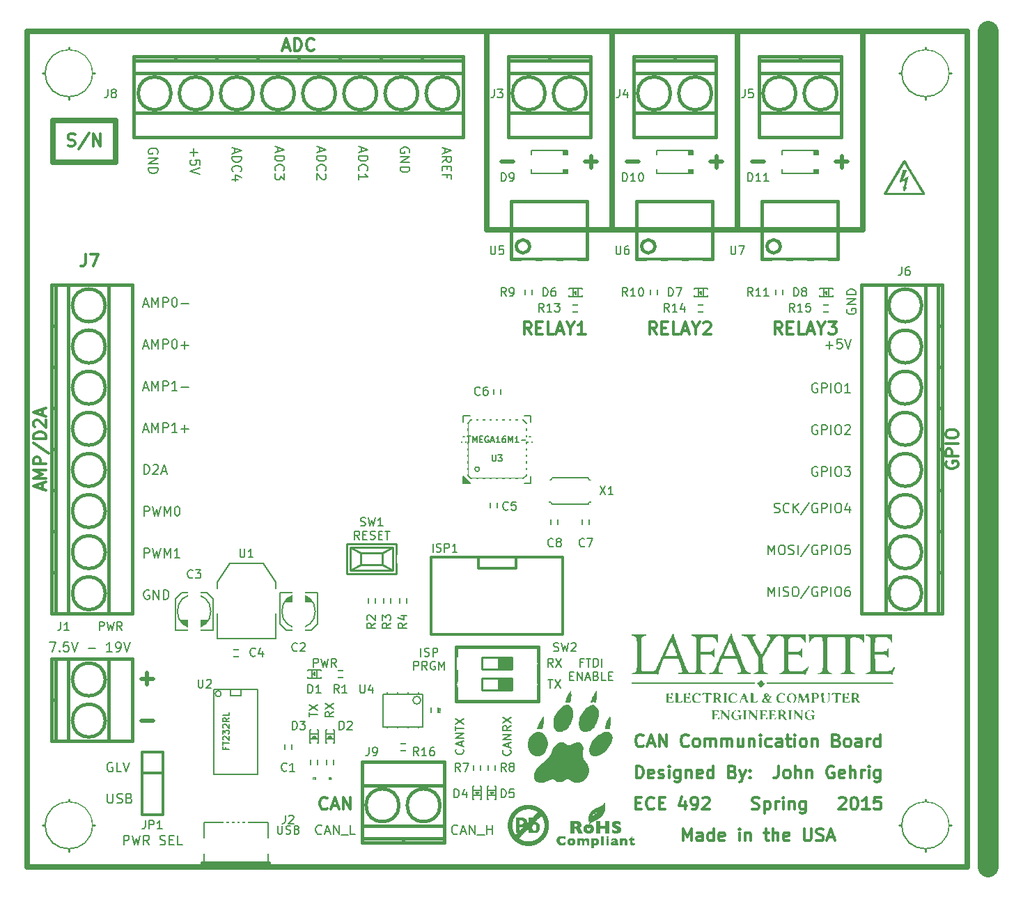
<source format=gto>
G04 (created by PCBNEW (2013-may-18)-stable) date Mon 20 Apr 2015 02:12:07 PM EDT*
%MOIN*%
G04 Gerber Fmt 3.4, Leading zero omitted, Abs format*
%FSLAX34Y34*%
G01*
G70*
G90*
G04 APERTURE LIST*
%ADD10C,0.00590551*%
%ADD11C,0.008*%
%ADD12C,0.1*%
%ADD13C,0.025*%
%ADD14C,0.01875*%
%ADD15C,0.0075*%
%ADD16C,0.011811*%
%ADD17C,0.01*%
%ADD18C,0.005*%
%ADD19C,0.012*%
%ADD20C,0.015*%
%ADD21C,0.0059*%
%ADD22C,0.0001*%
%ADD23C,0.0079*%
%ADD24C,0.0118*%
%ADD25C,0.0016*%
%ADD26C,0.219*%
%ADD27R,0.05X0.016*%
%ADD28R,0.144X0.08*%
%ADD29R,0.04X0.08*%
%ADD30R,0.025X0.05*%
%ADD31R,0.0394X0.0394*%
%ADD32R,0.0866X0.06*%
%ADD33O,0.0866X0.06*%
%ADD34C,0.0984252*%
%ADD35R,0.0708661X0.0590551*%
%ADD36R,0.0217X0.0512*%
%ADD37R,0.0512X0.0217*%
%ADD38R,0.0723291X0.0998882*%
%ADD39R,0.063X0.1024*%
%ADD40R,0.0394X0.0354*%
%ADD41R,0.0354X0.0394*%
%ADD42R,0.0314X0.0314*%
%ADD43R,0.0747X0.0747*%
%ADD44R,0.0157X0.0531*%
%ADD45R,0.0157X0.053*%
%ADD46R,0.0827X0.0669*%
%ADD47R,0.0590551X0.0787402*%
%ADD48O,0.0590551X0.0787402*%
%ADD49R,0.0865X0.059*%
%ADD50O,0.0865X0.059*%
G04 APERTURE END LIST*
G54D10*
G54D11*
X35859Y-47911D02*
X35859Y-47511D01*
X36030Y-47892D02*
X36088Y-47911D01*
X36183Y-47911D01*
X36221Y-47892D01*
X36240Y-47873D01*
X36259Y-47835D01*
X36259Y-47797D01*
X36240Y-47759D01*
X36221Y-47740D01*
X36183Y-47721D01*
X36107Y-47702D01*
X36069Y-47683D01*
X36050Y-47664D01*
X36030Y-47626D01*
X36030Y-47588D01*
X36050Y-47550D01*
X36069Y-47530D01*
X36107Y-47511D01*
X36202Y-47511D01*
X36259Y-47530D01*
X36430Y-47911D02*
X36430Y-47511D01*
X36583Y-47511D01*
X36621Y-47530D01*
X36640Y-47550D01*
X36659Y-47588D01*
X36659Y-47645D01*
X36640Y-47683D01*
X36621Y-47702D01*
X36583Y-47721D01*
X36430Y-47721D01*
X35516Y-48551D02*
X35516Y-48151D01*
X35669Y-48151D01*
X35707Y-48170D01*
X35726Y-48190D01*
X35745Y-48228D01*
X35745Y-48285D01*
X35726Y-48323D01*
X35707Y-48342D01*
X35669Y-48361D01*
X35516Y-48361D01*
X36145Y-48551D02*
X36011Y-48361D01*
X35916Y-48551D02*
X35916Y-48151D01*
X36069Y-48151D01*
X36107Y-48170D01*
X36126Y-48190D01*
X36145Y-48228D01*
X36145Y-48285D01*
X36126Y-48323D01*
X36107Y-48342D01*
X36069Y-48361D01*
X35916Y-48361D01*
X36526Y-48170D02*
X36488Y-48151D01*
X36430Y-48151D01*
X36373Y-48170D01*
X36335Y-48209D01*
X36316Y-48247D01*
X36297Y-48323D01*
X36297Y-48380D01*
X36316Y-48456D01*
X36335Y-48494D01*
X36373Y-48532D01*
X36430Y-48551D01*
X36469Y-48551D01*
X36526Y-48532D01*
X36545Y-48513D01*
X36545Y-48380D01*
X36469Y-48380D01*
X36716Y-48551D02*
X36716Y-48151D01*
X36850Y-48437D01*
X36983Y-48151D01*
X36983Y-48551D01*
X41945Y-49011D02*
X42173Y-49011D01*
X42059Y-49411D02*
X42059Y-49011D01*
X42269Y-49011D02*
X42535Y-49411D01*
X42535Y-49011D02*
X42269Y-49411D01*
X42183Y-48411D02*
X42050Y-48221D01*
X41954Y-48411D02*
X41954Y-48011D01*
X42107Y-48011D01*
X42145Y-48030D01*
X42164Y-48050D01*
X42183Y-48088D01*
X42183Y-48145D01*
X42164Y-48183D01*
X42145Y-48202D01*
X42107Y-48221D01*
X41954Y-48221D01*
X42316Y-48011D02*
X42583Y-48411D01*
X42583Y-48011D02*
X42316Y-48411D01*
X43609Y-48202D02*
X43476Y-48202D01*
X43476Y-48411D02*
X43476Y-48011D01*
X43666Y-48011D01*
X43761Y-48011D02*
X43990Y-48011D01*
X43876Y-48411D02*
X43876Y-48011D01*
X44123Y-48411D02*
X44123Y-48011D01*
X44219Y-48011D01*
X44276Y-48030D01*
X44314Y-48069D01*
X44333Y-48107D01*
X44352Y-48183D01*
X44352Y-48240D01*
X44333Y-48316D01*
X44314Y-48354D01*
X44276Y-48392D01*
X44219Y-48411D01*
X44123Y-48411D01*
X44523Y-48411D02*
X44523Y-48011D01*
X42990Y-48842D02*
X43123Y-48842D01*
X43180Y-49051D02*
X42990Y-49051D01*
X42990Y-48651D01*
X43180Y-48651D01*
X43352Y-49051D02*
X43352Y-48651D01*
X43580Y-49051D01*
X43580Y-48651D01*
X43752Y-48937D02*
X43942Y-48937D01*
X43714Y-49051D02*
X43847Y-48651D01*
X43980Y-49051D01*
X44247Y-48842D02*
X44304Y-48861D01*
X44323Y-48880D01*
X44342Y-48918D01*
X44342Y-48975D01*
X44323Y-49013D01*
X44304Y-49032D01*
X44266Y-49051D01*
X44114Y-49051D01*
X44114Y-48651D01*
X44247Y-48651D01*
X44285Y-48670D01*
X44304Y-48690D01*
X44323Y-48728D01*
X44323Y-48766D01*
X44304Y-48804D01*
X44285Y-48823D01*
X44247Y-48842D01*
X44114Y-48842D01*
X44704Y-49051D02*
X44514Y-49051D01*
X44514Y-48651D01*
X44838Y-48842D02*
X44971Y-48842D01*
X45028Y-49051D02*
X44838Y-49051D01*
X44838Y-48651D01*
X45028Y-48651D01*
G54D12*
X63000Y-18000D02*
X63000Y-58000D01*
G54D13*
X17000Y-58000D02*
X17000Y-18000D01*
X62000Y-58000D02*
X17000Y-58000D01*
X62000Y-18000D02*
X62000Y-58000D01*
X17000Y-18000D02*
X62000Y-18000D01*
G54D14*
X23035Y-50982D02*
X22464Y-50982D01*
X44285Y-24232D02*
X43714Y-24232D01*
X43999Y-23946D02*
X43999Y-24517D01*
X46285Y-24232D02*
X45714Y-24232D01*
X56285Y-24232D02*
X55714Y-24232D01*
X55999Y-23946D02*
X55999Y-24517D01*
X50285Y-24232D02*
X49714Y-24232D01*
X49999Y-23946D02*
X49999Y-24517D01*
X52285Y-24232D02*
X51714Y-24232D01*
G54D13*
X57000Y-19500D02*
X57000Y-18000D01*
X51000Y-19500D02*
X51000Y-18000D01*
X45000Y-19500D02*
X45000Y-18000D01*
X39000Y-19500D02*
X39000Y-18000D01*
G54D15*
X37614Y-56389D02*
X37592Y-56410D01*
X37528Y-56432D01*
X37485Y-56432D01*
X37421Y-56410D01*
X37378Y-56367D01*
X37357Y-56325D01*
X37335Y-56239D01*
X37335Y-56175D01*
X37357Y-56089D01*
X37378Y-56046D01*
X37421Y-56003D01*
X37485Y-55982D01*
X37528Y-55982D01*
X37592Y-56003D01*
X37614Y-56025D01*
X37785Y-56303D02*
X38000Y-56303D01*
X37742Y-56432D02*
X37892Y-55982D01*
X38042Y-56432D01*
X38192Y-56432D02*
X38192Y-55982D01*
X38450Y-56432D01*
X38450Y-55982D01*
X38557Y-56475D02*
X38900Y-56475D01*
X39007Y-56432D02*
X39007Y-55982D01*
X39007Y-56196D02*
X39264Y-56196D01*
X39264Y-56432D02*
X39264Y-55982D01*
X31100Y-56389D02*
X31078Y-56410D01*
X31014Y-56432D01*
X30971Y-56432D01*
X30907Y-56410D01*
X30864Y-56367D01*
X30842Y-56325D01*
X30821Y-56239D01*
X30821Y-56175D01*
X30842Y-56089D01*
X30864Y-56046D01*
X30907Y-56003D01*
X30971Y-55982D01*
X31014Y-55982D01*
X31078Y-56003D01*
X31100Y-56025D01*
X31271Y-56303D02*
X31485Y-56303D01*
X31228Y-56432D02*
X31378Y-55982D01*
X31528Y-56432D01*
X31678Y-56432D02*
X31678Y-55982D01*
X31935Y-56432D01*
X31935Y-55982D01*
X32042Y-56475D02*
X32385Y-56475D01*
X32707Y-56432D02*
X32492Y-56432D01*
X32492Y-55982D01*
G54D13*
X18250Y-24250D02*
X21250Y-24250D01*
X18250Y-22250D02*
X21250Y-22250D01*
G54D15*
X21628Y-56932D02*
X21628Y-56482D01*
X21800Y-56482D01*
X21842Y-56503D01*
X21864Y-56525D01*
X21885Y-56567D01*
X21885Y-56632D01*
X21864Y-56675D01*
X21842Y-56696D01*
X21800Y-56717D01*
X21628Y-56717D01*
X22035Y-56482D02*
X22142Y-56932D01*
X22228Y-56610D01*
X22314Y-56932D01*
X22421Y-56482D01*
X22850Y-56932D02*
X22700Y-56717D01*
X22592Y-56932D02*
X22592Y-56482D01*
X22764Y-56482D01*
X22807Y-56503D01*
X22828Y-56525D01*
X22850Y-56567D01*
X22850Y-56632D01*
X22828Y-56675D01*
X22807Y-56696D01*
X22764Y-56717D01*
X22592Y-56717D01*
X23364Y-56910D02*
X23428Y-56932D01*
X23535Y-56932D01*
X23578Y-56910D01*
X23600Y-56889D01*
X23621Y-56846D01*
X23621Y-56803D01*
X23600Y-56760D01*
X23578Y-56739D01*
X23535Y-56717D01*
X23450Y-56696D01*
X23407Y-56675D01*
X23385Y-56653D01*
X23364Y-56610D01*
X23364Y-56567D01*
X23385Y-56525D01*
X23407Y-56503D01*
X23450Y-56482D01*
X23557Y-56482D01*
X23621Y-56503D01*
X23814Y-56696D02*
X23964Y-56696D01*
X24028Y-56932D02*
X23814Y-56932D01*
X23814Y-56482D01*
X24028Y-56482D01*
X24435Y-56932D02*
X24221Y-56932D01*
X24221Y-56482D01*
X21092Y-53003D02*
X21050Y-52982D01*
X20985Y-52982D01*
X20921Y-53003D01*
X20878Y-53046D01*
X20857Y-53089D01*
X20835Y-53175D01*
X20835Y-53239D01*
X20857Y-53325D01*
X20878Y-53367D01*
X20921Y-53410D01*
X20985Y-53432D01*
X21028Y-53432D01*
X21092Y-53410D01*
X21114Y-53389D01*
X21114Y-53239D01*
X21028Y-53239D01*
X21521Y-53432D02*
X21307Y-53432D01*
X21307Y-52982D01*
X21607Y-52982D02*
X21757Y-53432D01*
X21907Y-52982D01*
X20857Y-54482D02*
X20857Y-54846D01*
X20878Y-54889D01*
X20900Y-54910D01*
X20942Y-54932D01*
X21028Y-54932D01*
X21071Y-54910D01*
X21092Y-54889D01*
X21114Y-54846D01*
X21114Y-54482D01*
X21307Y-54910D02*
X21371Y-54932D01*
X21478Y-54932D01*
X21521Y-54910D01*
X21542Y-54889D01*
X21564Y-54846D01*
X21564Y-54803D01*
X21542Y-54760D01*
X21521Y-54739D01*
X21478Y-54717D01*
X21392Y-54696D01*
X21350Y-54675D01*
X21328Y-54653D01*
X21307Y-54610D01*
X21307Y-54567D01*
X21328Y-54525D01*
X21350Y-54503D01*
X21392Y-54482D01*
X21500Y-54482D01*
X21564Y-54503D01*
X21907Y-54696D02*
X21971Y-54717D01*
X21992Y-54739D01*
X22014Y-54782D01*
X22014Y-54846D01*
X21992Y-54889D01*
X21971Y-54910D01*
X21928Y-54932D01*
X21757Y-54932D01*
X21757Y-54482D01*
X21907Y-54482D01*
X21950Y-54503D01*
X21971Y-54525D01*
X21992Y-54567D01*
X21992Y-54610D01*
X21971Y-54653D01*
X21950Y-54675D01*
X21907Y-54696D01*
X21757Y-54696D01*
G54D16*
X18962Y-23460D02*
X19046Y-23489D01*
X19187Y-23489D01*
X19243Y-23460D01*
X19271Y-23432D01*
X19300Y-23376D01*
X19300Y-23320D01*
X19271Y-23264D01*
X19243Y-23235D01*
X19187Y-23207D01*
X19075Y-23179D01*
X19018Y-23151D01*
X18990Y-23123D01*
X18962Y-23067D01*
X18962Y-23010D01*
X18990Y-22954D01*
X19018Y-22926D01*
X19075Y-22898D01*
X19215Y-22898D01*
X19300Y-22926D01*
X19974Y-22870D02*
X19468Y-23629D01*
X20171Y-23489D02*
X20171Y-22898D01*
X20509Y-23489D01*
X20509Y-22898D01*
G54D13*
X21250Y-24250D02*
X21250Y-22250D01*
X18250Y-22250D02*
X18250Y-24250D01*
G54D15*
X18092Y-47232D02*
X18392Y-47232D01*
X18200Y-47682D01*
X18564Y-47639D02*
X18585Y-47660D01*
X18564Y-47682D01*
X18542Y-47660D01*
X18564Y-47639D01*
X18564Y-47682D01*
X18992Y-47232D02*
X18778Y-47232D01*
X18757Y-47446D01*
X18778Y-47425D01*
X18821Y-47403D01*
X18928Y-47403D01*
X18971Y-47425D01*
X18992Y-47446D01*
X19014Y-47489D01*
X19014Y-47596D01*
X18992Y-47639D01*
X18971Y-47660D01*
X18928Y-47682D01*
X18821Y-47682D01*
X18778Y-47660D01*
X18757Y-47639D01*
X19142Y-47232D02*
X19292Y-47682D01*
X19442Y-47232D01*
X19935Y-47510D02*
X20278Y-47510D01*
X21071Y-47682D02*
X20814Y-47682D01*
X20942Y-47682D02*
X20942Y-47232D01*
X20900Y-47296D01*
X20857Y-47339D01*
X20814Y-47360D01*
X21285Y-47682D02*
X21371Y-47682D01*
X21414Y-47660D01*
X21435Y-47639D01*
X21478Y-47575D01*
X21500Y-47489D01*
X21500Y-47317D01*
X21478Y-47275D01*
X21457Y-47253D01*
X21414Y-47232D01*
X21328Y-47232D01*
X21285Y-47253D01*
X21264Y-47275D01*
X21242Y-47317D01*
X21242Y-47425D01*
X21264Y-47467D01*
X21285Y-47489D01*
X21328Y-47510D01*
X21414Y-47510D01*
X21457Y-47489D01*
X21478Y-47467D01*
X21500Y-47425D01*
X21628Y-47232D02*
X21778Y-47682D01*
X21928Y-47232D01*
G54D14*
X23035Y-48982D02*
X22464Y-48982D01*
X22749Y-48696D02*
X22749Y-49267D01*
X40285Y-24232D02*
X39714Y-24232D01*
G54D13*
X39000Y-27500D02*
X39000Y-19500D01*
X45000Y-27500D02*
X39000Y-27500D01*
X45000Y-27500D02*
X45000Y-19500D01*
X51000Y-27500D02*
X45000Y-27500D01*
G54D16*
X48400Y-56739D02*
X48400Y-56148D01*
X48597Y-56570D01*
X48794Y-56148D01*
X48794Y-56739D01*
X49328Y-56739D02*
X49328Y-56429D01*
X49300Y-56373D01*
X49244Y-56345D01*
X49131Y-56345D01*
X49075Y-56373D01*
X49328Y-56710D02*
X49272Y-56739D01*
X49131Y-56739D01*
X49075Y-56710D01*
X49047Y-56654D01*
X49047Y-56598D01*
X49075Y-56542D01*
X49131Y-56514D01*
X49272Y-56514D01*
X49328Y-56485D01*
X49862Y-56739D02*
X49862Y-56148D01*
X49862Y-56710D02*
X49806Y-56739D01*
X49694Y-56739D01*
X49637Y-56710D01*
X49609Y-56682D01*
X49581Y-56626D01*
X49581Y-56457D01*
X49609Y-56401D01*
X49637Y-56373D01*
X49694Y-56345D01*
X49806Y-56345D01*
X49862Y-56373D01*
X50368Y-56710D02*
X50312Y-56739D01*
X50200Y-56739D01*
X50143Y-56710D01*
X50115Y-56654D01*
X50115Y-56429D01*
X50143Y-56373D01*
X50200Y-56345D01*
X50312Y-56345D01*
X50368Y-56373D01*
X50397Y-56429D01*
X50397Y-56485D01*
X50115Y-56542D01*
X51100Y-56739D02*
X51100Y-56345D01*
X51100Y-56148D02*
X51071Y-56176D01*
X51100Y-56204D01*
X51128Y-56176D01*
X51100Y-56148D01*
X51100Y-56204D01*
X51381Y-56345D02*
X51381Y-56739D01*
X51381Y-56401D02*
X51409Y-56373D01*
X51465Y-56345D01*
X51550Y-56345D01*
X51606Y-56373D01*
X51634Y-56429D01*
X51634Y-56739D01*
X52281Y-56345D02*
X52506Y-56345D01*
X52365Y-56148D02*
X52365Y-56654D01*
X52393Y-56710D01*
X52449Y-56739D01*
X52506Y-56739D01*
X52703Y-56739D02*
X52703Y-56148D01*
X52956Y-56739D02*
X52956Y-56429D01*
X52928Y-56373D01*
X52871Y-56345D01*
X52787Y-56345D01*
X52731Y-56373D01*
X52703Y-56401D01*
X53462Y-56710D02*
X53406Y-56739D01*
X53293Y-56739D01*
X53237Y-56710D01*
X53209Y-56654D01*
X53209Y-56429D01*
X53237Y-56373D01*
X53293Y-56345D01*
X53406Y-56345D01*
X53462Y-56373D01*
X53490Y-56429D01*
X53490Y-56485D01*
X53209Y-56542D01*
X54193Y-56148D02*
X54193Y-56626D01*
X54221Y-56682D01*
X54249Y-56710D01*
X54305Y-56739D01*
X54418Y-56739D01*
X54474Y-56710D01*
X54502Y-56682D01*
X54530Y-56626D01*
X54530Y-56148D01*
X54784Y-56710D02*
X54868Y-56739D01*
X55008Y-56739D01*
X55065Y-56710D01*
X55093Y-56682D01*
X55121Y-56626D01*
X55121Y-56570D01*
X55093Y-56514D01*
X55065Y-56485D01*
X55008Y-56457D01*
X54896Y-56429D01*
X54840Y-56401D01*
X54812Y-56373D01*
X54784Y-56317D01*
X54784Y-56260D01*
X54812Y-56204D01*
X54840Y-56176D01*
X54896Y-56148D01*
X55037Y-56148D01*
X55121Y-56176D01*
X55346Y-56570D02*
X55627Y-56570D01*
X55290Y-56739D02*
X55487Y-56148D01*
X55683Y-56739D01*
X46136Y-54929D02*
X46333Y-54929D01*
X46417Y-55239D02*
X46136Y-55239D01*
X46136Y-54648D01*
X46417Y-54648D01*
X47008Y-55182D02*
X46980Y-55210D01*
X46895Y-55239D01*
X46839Y-55239D01*
X46755Y-55210D01*
X46699Y-55154D01*
X46670Y-55098D01*
X46642Y-54985D01*
X46642Y-54901D01*
X46670Y-54789D01*
X46699Y-54732D01*
X46755Y-54676D01*
X46839Y-54648D01*
X46895Y-54648D01*
X46980Y-54676D01*
X47008Y-54704D01*
X47261Y-54929D02*
X47458Y-54929D01*
X47542Y-55239D02*
X47261Y-55239D01*
X47261Y-54648D01*
X47542Y-54648D01*
X48498Y-54845D02*
X48498Y-55239D01*
X48358Y-54620D02*
X48217Y-55042D01*
X48583Y-55042D01*
X48836Y-55239D02*
X48948Y-55239D01*
X49005Y-55210D01*
X49033Y-55182D01*
X49089Y-55098D01*
X49117Y-54985D01*
X49117Y-54760D01*
X49089Y-54704D01*
X49061Y-54676D01*
X49005Y-54648D01*
X48892Y-54648D01*
X48836Y-54676D01*
X48808Y-54704D01*
X48780Y-54760D01*
X48780Y-54901D01*
X48808Y-54957D01*
X48836Y-54985D01*
X48892Y-55014D01*
X49005Y-55014D01*
X49061Y-54985D01*
X49089Y-54957D01*
X49117Y-54901D01*
X49342Y-54704D02*
X49370Y-54676D01*
X49426Y-54648D01*
X49567Y-54648D01*
X49623Y-54676D01*
X49651Y-54704D01*
X49679Y-54760D01*
X49679Y-54817D01*
X49651Y-54901D01*
X49314Y-55239D01*
X49679Y-55239D01*
X51704Y-55210D02*
X51789Y-55239D01*
X51929Y-55239D01*
X51985Y-55210D01*
X52014Y-55182D01*
X52042Y-55126D01*
X52042Y-55070D01*
X52014Y-55014D01*
X51985Y-54985D01*
X51929Y-54957D01*
X51817Y-54929D01*
X51760Y-54901D01*
X51732Y-54873D01*
X51704Y-54817D01*
X51704Y-54760D01*
X51732Y-54704D01*
X51760Y-54676D01*
X51817Y-54648D01*
X51957Y-54648D01*
X52042Y-54676D01*
X52295Y-54845D02*
X52295Y-55435D01*
X52295Y-54873D02*
X52351Y-54845D01*
X52464Y-54845D01*
X52520Y-54873D01*
X52548Y-54901D01*
X52576Y-54957D01*
X52576Y-55126D01*
X52548Y-55182D01*
X52520Y-55210D01*
X52464Y-55239D01*
X52351Y-55239D01*
X52295Y-55210D01*
X52829Y-55239D02*
X52829Y-54845D01*
X52829Y-54957D02*
X52857Y-54901D01*
X52885Y-54873D01*
X52942Y-54845D01*
X52998Y-54845D01*
X53195Y-55239D02*
X53195Y-54845D01*
X53195Y-54648D02*
X53167Y-54676D01*
X53195Y-54704D01*
X53223Y-54676D01*
X53195Y-54648D01*
X53195Y-54704D01*
X53476Y-54845D02*
X53476Y-55239D01*
X53476Y-54901D02*
X53504Y-54873D01*
X53560Y-54845D01*
X53645Y-54845D01*
X53701Y-54873D01*
X53729Y-54929D01*
X53729Y-55239D01*
X54263Y-54845D02*
X54263Y-55323D01*
X54235Y-55379D01*
X54207Y-55407D01*
X54151Y-55435D01*
X54066Y-55435D01*
X54010Y-55407D01*
X54263Y-55210D02*
X54207Y-55239D01*
X54095Y-55239D01*
X54038Y-55210D01*
X54010Y-55182D01*
X53982Y-55126D01*
X53982Y-54957D01*
X54010Y-54901D01*
X54038Y-54873D01*
X54095Y-54845D01*
X54207Y-54845D01*
X54263Y-54873D01*
X55866Y-54704D02*
X55894Y-54676D01*
X55951Y-54648D01*
X56091Y-54648D01*
X56147Y-54676D01*
X56176Y-54704D01*
X56204Y-54760D01*
X56204Y-54817D01*
X56176Y-54901D01*
X55838Y-55239D01*
X56204Y-55239D01*
X56569Y-54648D02*
X56625Y-54648D01*
X56682Y-54676D01*
X56710Y-54704D01*
X56738Y-54760D01*
X56766Y-54873D01*
X56766Y-55014D01*
X56738Y-55126D01*
X56710Y-55182D01*
X56682Y-55210D01*
X56625Y-55239D01*
X56569Y-55239D01*
X56513Y-55210D01*
X56485Y-55182D01*
X56457Y-55126D01*
X56429Y-55014D01*
X56429Y-54873D01*
X56457Y-54760D01*
X56485Y-54704D01*
X56513Y-54676D01*
X56569Y-54648D01*
X57329Y-55239D02*
X56991Y-55239D01*
X57160Y-55239D02*
X57160Y-54648D01*
X57104Y-54732D01*
X57047Y-54789D01*
X56991Y-54817D01*
X57863Y-54648D02*
X57582Y-54648D01*
X57553Y-54929D01*
X57582Y-54901D01*
X57638Y-54873D01*
X57778Y-54873D01*
X57835Y-54901D01*
X57863Y-54929D01*
X57891Y-54985D01*
X57891Y-55126D01*
X57863Y-55182D01*
X57835Y-55210D01*
X57778Y-55239D01*
X57638Y-55239D01*
X57582Y-55210D01*
X57553Y-55182D01*
X46164Y-53739D02*
X46164Y-53148D01*
X46305Y-53148D01*
X46389Y-53176D01*
X46446Y-53232D01*
X46474Y-53289D01*
X46502Y-53401D01*
X46502Y-53485D01*
X46474Y-53598D01*
X46446Y-53654D01*
X46389Y-53710D01*
X46305Y-53739D01*
X46164Y-53739D01*
X46980Y-53710D02*
X46924Y-53739D01*
X46811Y-53739D01*
X46755Y-53710D01*
X46727Y-53654D01*
X46727Y-53429D01*
X46755Y-53373D01*
X46811Y-53345D01*
X46924Y-53345D01*
X46980Y-53373D01*
X47008Y-53429D01*
X47008Y-53485D01*
X46727Y-53542D01*
X47233Y-53710D02*
X47289Y-53739D01*
X47402Y-53739D01*
X47458Y-53710D01*
X47486Y-53654D01*
X47486Y-53626D01*
X47458Y-53570D01*
X47402Y-53542D01*
X47317Y-53542D01*
X47261Y-53514D01*
X47233Y-53457D01*
X47233Y-53429D01*
X47261Y-53373D01*
X47317Y-53345D01*
X47402Y-53345D01*
X47458Y-53373D01*
X47739Y-53739D02*
X47739Y-53345D01*
X47739Y-53148D02*
X47711Y-53176D01*
X47739Y-53204D01*
X47767Y-53176D01*
X47739Y-53148D01*
X47739Y-53204D01*
X48273Y-53345D02*
X48273Y-53823D01*
X48245Y-53879D01*
X48217Y-53907D01*
X48161Y-53935D01*
X48077Y-53935D01*
X48020Y-53907D01*
X48273Y-53710D02*
X48217Y-53739D01*
X48105Y-53739D01*
X48048Y-53710D01*
X48020Y-53682D01*
X47992Y-53626D01*
X47992Y-53457D01*
X48020Y-53401D01*
X48048Y-53373D01*
X48105Y-53345D01*
X48217Y-53345D01*
X48273Y-53373D01*
X48555Y-53345D02*
X48555Y-53739D01*
X48555Y-53401D02*
X48583Y-53373D01*
X48639Y-53345D01*
X48723Y-53345D01*
X48780Y-53373D01*
X48808Y-53429D01*
X48808Y-53739D01*
X49314Y-53710D02*
X49258Y-53739D01*
X49145Y-53739D01*
X49089Y-53710D01*
X49061Y-53654D01*
X49061Y-53429D01*
X49089Y-53373D01*
X49145Y-53345D01*
X49258Y-53345D01*
X49314Y-53373D01*
X49342Y-53429D01*
X49342Y-53485D01*
X49061Y-53542D01*
X49848Y-53739D02*
X49848Y-53148D01*
X49848Y-53710D02*
X49792Y-53739D01*
X49679Y-53739D01*
X49623Y-53710D01*
X49595Y-53682D01*
X49567Y-53626D01*
X49567Y-53457D01*
X49595Y-53401D01*
X49623Y-53373D01*
X49679Y-53345D01*
X49792Y-53345D01*
X49848Y-53373D01*
X50776Y-53429D02*
X50861Y-53457D01*
X50889Y-53485D01*
X50917Y-53542D01*
X50917Y-53626D01*
X50889Y-53682D01*
X50861Y-53710D01*
X50804Y-53739D01*
X50579Y-53739D01*
X50579Y-53148D01*
X50776Y-53148D01*
X50832Y-53176D01*
X50861Y-53204D01*
X50889Y-53260D01*
X50889Y-53317D01*
X50861Y-53373D01*
X50832Y-53401D01*
X50776Y-53429D01*
X50579Y-53429D01*
X51114Y-53345D02*
X51254Y-53739D01*
X51395Y-53345D02*
X51254Y-53739D01*
X51198Y-53879D01*
X51170Y-53907D01*
X51114Y-53935D01*
X51620Y-53682D02*
X51648Y-53710D01*
X51620Y-53739D01*
X51592Y-53710D01*
X51620Y-53682D01*
X51620Y-53739D01*
X51620Y-53373D02*
X51648Y-53401D01*
X51620Y-53429D01*
X51592Y-53401D01*
X51620Y-53373D01*
X51620Y-53429D01*
X52970Y-53148D02*
X52970Y-53570D01*
X52942Y-53654D01*
X52885Y-53710D01*
X52801Y-53739D01*
X52745Y-53739D01*
X53335Y-53739D02*
X53279Y-53710D01*
X53251Y-53682D01*
X53223Y-53626D01*
X53223Y-53457D01*
X53251Y-53401D01*
X53279Y-53373D01*
X53335Y-53345D01*
X53420Y-53345D01*
X53476Y-53373D01*
X53504Y-53401D01*
X53532Y-53457D01*
X53532Y-53626D01*
X53504Y-53682D01*
X53476Y-53710D01*
X53420Y-53739D01*
X53335Y-53739D01*
X53785Y-53739D02*
X53785Y-53148D01*
X54038Y-53739D02*
X54038Y-53429D01*
X54010Y-53373D01*
X53954Y-53345D01*
X53870Y-53345D01*
X53813Y-53373D01*
X53785Y-53401D01*
X54320Y-53345D02*
X54320Y-53739D01*
X54320Y-53401D02*
X54348Y-53373D01*
X54404Y-53345D01*
X54488Y-53345D01*
X54544Y-53373D01*
X54573Y-53429D01*
X54573Y-53739D01*
X55613Y-53176D02*
X55557Y-53148D01*
X55473Y-53148D01*
X55388Y-53176D01*
X55332Y-53232D01*
X55304Y-53289D01*
X55276Y-53401D01*
X55276Y-53485D01*
X55304Y-53598D01*
X55332Y-53654D01*
X55388Y-53710D01*
X55473Y-53739D01*
X55529Y-53739D01*
X55613Y-53710D01*
X55641Y-53682D01*
X55641Y-53485D01*
X55529Y-53485D01*
X56119Y-53710D02*
X56063Y-53739D01*
X55951Y-53739D01*
X55894Y-53710D01*
X55866Y-53654D01*
X55866Y-53429D01*
X55894Y-53373D01*
X55951Y-53345D01*
X56063Y-53345D01*
X56119Y-53373D01*
X56147Y-53429D01*
X56147Y-53485D01*
X55866Y-53542D01*
X56401Y-53739D02*
X56401Y-53148D01*
X56654Y-53739D02*
X56654Y-53429D01*
X56625Y-53373D01*
X56569Y-53345D01*
X56485Y-53345D01*
X56429Y-53373D01*
X56401Y-53401D01*
X56935Y-53739D02*
X56935Y-53345D01*
X56935Y-53457D02*
X56963Y-53401D01*
X56991Y-53373D01*
X57047Y-53345D01*
X57104Y-53345D01*
X57300Y-53739D02*
X57300Y-53345D01*
X57300Y-53148D02*
X57272Y-53176D01*
X57300Y-53204D01*
X57329Y-53176D01*
X57300Y-53148D01*
X57300Y-53204D01*
X57835Y-53345D02*
X57835Y-53823D01*
X57807Y-53879D01*
X57778Y-53907D01*
X57722Y-53935D01*
X57638Y-53935D01*
X57582Y-53907D01*
X57835Y-53710D02*
X57778Y-53739D01*
X57666Y-53739D01*
X57610Y-53710D01*
X57582Y-53682D01*
X57553Y-53626D01*
X57553Y-53457D01*
X57582Y-53401D01*
X57610Y-53373D01*
X57666Y-53345D01*
X57778Y-53345D01*
X57835Y-53373D01*
X46502Y-52182D02*
X46474Y-52210D01*
X46389Y-52239D01*
X46333Y-52239D01*
X46249Y-52210D01*
X46192Y-52154D01*
X46164Y-52098D01*
X46136Y-51985D01*
X46136Y-51901D01*
X46164Y-51789D01*
X46192Y-51732D01*
X46249Y-51676D01*
X46333Y-51648D01*
X46389Y-51648D01*
X46474Y-51676D01*
X46502Y-51704D01*
X46727Y-52070D02*
X47008Y-52070D01*
X46670Y-52239D02*
X46867Y-51648D01*
X47064Y-52239D01*
X47261Y-52239D02*
X47261Y-51648D01*
X47598Y-52239D01*
X47598Y-51648D01*
X48667Y-52182D02*
X48639Y-52210D01*
X48555Y-52239D01*
X48498Y-52239D01*
X48414Y-52210D01*
X48358Y-52154D01*
X48330Y-52098D01*
X48302Y-51985D01*
X48302Y-51901D01*
X48330Y-51789D01*
X48358Y-51732D01*
X48414Y-51676D01*
X48498Y-51648D01*
X48555Y-51648D01*
X48639Y-51676D01*
X48667Y-51704D01*
X49005Y-52239D02*
X48948Y-52210D01*
X48920Y-52182D01*
X48892Y-52126D01*
X48892Y-51957D01*
X48920Y-51901D01*
X48948Y-51873D01*
X49005Y-51845D01*
X49089Y-51845D01*
X49145Y-51873D01*
X49173Y-51901D01*
X49201Y-51957D01*
X49201Y-52126D01*
X49173Y-52182D01*
X49145Y-52210D01*
X49089Y-52239D01*
X49005Y-52239D01*
X49455Y-52239D02*
X49455Y-51845D01*
X49455Y-51901D02*
X49483Y-51873D01*
X49539Y-51845D01*
X49623Y-51845D01*
X49679Y-51873D01*
X49708Y-51929D01*
X49708Y-52239D01*
X49708Y-51929D02*
X49736Y-51873D01*
X49792Y-51845D01*
X49876Y-51845D01*
X49933Y-51873D01*
X49961Y-51929D01*
X49961Y-52239D01*
X50242Y-52239D02*
X50242Y-51845D01*
X50242Y-51901D02*
X50270Y-51873D01*
X50326Y-51845D01*
X50411Y-51845D01*
X50467Y-51873D01*
X50495Y-51929D01*
X50495Y-52239D01*
X50495Y-51929D02*
X50523Y-51873D01*
X50579Y-51845D01*
X50664Y-51845D01*
X50720Y-51873D01*
X50748Y-51929D01*
X50748Y-52239D01*
X51282Y-51845D02*
X51282Y-52239D01*
X51029Y-51845D02*
X51029Y-52154D01*
X51057Y-52210D01*
X51114Y-52239D01*
X51198Y-52239D01*
X51254Y-52210D01*
X51282Y-52182D01*
X51564Y-51845D02*
X51564Y-52239D01*
X51564Y-51901D02*
X51592Y-51873D01*
X51648Y-51845D01*
X51732Y-51845D01*
X51789Y-51873D01*
X51817Y-51929D01*
X51817Y-52239D01*
X52098Y-52239D02*
X52098Y-51845D01*
X52098Y-51648D02*
X52070Y-51676D01*
X52098Y-51704D01*
X52126Y-51676D01*
X52098Y-51648D01*
X52098Y-51704D01*
X52632Y-52210D02*
X52576Y-52239D01*
X52464Y-52239D01*
X52407Y-52210D01*
X52379Y-52182D01*
X52351Y-52126D01*
X52351Y-51957D01*
X52379Y-51901D01*
X52407Y-51873D01*
X52464Y-51845D01*
X52576Y-51845D01*
X52632Y-51873D01*
X53138Y-52239D02*
X53138Y-51929D01*
X53110Y-51873D01*
X53054Y-51845D01*
X52942Y-51845D01*
X52885Y-51873D01*
X53138Y-52210D02*
X53082Y-52239D01*
X52942Y-52239D01*
X52885Y-52210D01*
X52857Y-52154D01*
X52857Y-52098D01*
X52885Y-52042D01*
X52942Y-52014D01*
X53082Y-52014D01*
X53138Y-51985D01*
X53335Y-51845D02*
X53560Y-51845D01*
X53420Y-51648D02*
X53420Y-52154D01*
X53448Y-52210D01*
X53504Y-52239D01*
X53560Y-52239D01*
X53757Y-52239D02*
X53757Y-51845D01*
X53757Y-51648D02*
X53729Y-51676D01*
X53757Y-51704D01*
X53785Y-51676D01*
X53757Y-51648D01*
X53757Y-51704D01*
X54123Y-52239D02*
X54066Y-52210D01*
X54038Y-52182D01*
X54010Y-52126D01*
X54010Y-51957D01*
X54038Y-51901D01*
X54066Y-51873D01*
X54123Y-51845D01*
X54207Y-51845D01*
X54263Y-51873D01*
X54291Y-51901D01*
X54320Y-51957D01*
X54320Y-52126D01*
X54291Y-52182D01*
X54263Y-52210D01*
X54207Y-52239D01*
X54123Y-52239D01*
X54573Y-51845D02*
X54573Y-52239D01*
X54573Y-51901D02*
X54601Y-51873D01*
X54657Y-51845D01*
X54741Y-51845D01*
X54798Y-51873D01*
X54826Y-51929D01*
X54826Y-52239D01*
X55754Y-51929D02*
X55838Y-51957D01*
X55866Y-51985D01*
X55894Y-52042D01*
X55894Y-52126D01*
X55866Y-52182D01*
X55838Y-52210D01*
X55782Y-52239D01*
X55557Y-52239D01*
X55557Y-51648D01*
X55754Y-51648D01*
X55810Y-51676D01*
X55838Y-51704D01*
X55866Y-51760D01*
X55866Y-51817D01*
X55838Y-51873D01*
X55810Y-51901D01*
X55754Y-51929D01*
X55557Y-51929D01*
X56232Y-52239D02*
X56176Y-52210D01*
X56147Y-52182D01*
X56119Y-52126D01*
X56119Y-51957D01*
X56147Y-51901D01*
X56176Y-51873D01*
X56232Y-51845D01*
X56316Y-51845D01*
X56372Y-51873D01*
X56401Y-51901D01*
X56429Y-51957D01*
X56429Y-52126D01*
X56401Y-52182D01*
X56372Y-52210D01*
X56316Y-52239D01*
X56232Y-52239D01*
X56935Y-52239D02*
X56935Y-51929D01*
X56907Y-51873D01*
X56850Y-51845D01*
X56738Y-51845D01*
X56682Y-51873D01*
X56935Y-52210D02*
X56879Y-52239D01*
X56738Y-52239D01*
X56682Y-52210D01*
X56654Y-52154D01*
X56654Y-52098D01*
X56682Y-52042D01*
X56738Y-52014D01*
X56879Y-52014D01*
X56935Y-51985D01*
X57216Y-52239D02*
X57216Y-51845D01*
X57216Y-51957D02*
X57244Y-51901D01*
X57272Y-51873D01*
X57329Y-51845D01*
X57385Y-51845D01*
X57835Y-52239D02*
X57835Y-51648D01*
X57835Y-52210D02*
X57778Y-52239D01*
X57666Y-52239D01*
X57610Y-52210D01*
X57582Y-52182D01*
X57553Y-52126D01*
X57553Y-51957D01*
X57582Y-51901D01*
X57610Y-51873D01*
X57666Y-51845D01*
X57778Y-51845D01*
X57835Y-51873D01*
G54D13*
X57000Y-27500D02*
X57000Y-19500D01*
X51000Y-27500D02*
X57000Y-27500D01*
X51000Y-19500D02*
X51000Y-27500D01*
G54D15*
X52492Y-45032D02*
X52492Y-44582D01*
X52642Y-44903D01*
X52792Y-44582D01*
X52792Y-45032D01*
X53007Y-45032D02*
X53007Y-44582D01*
X53199Y-45010D02*
X53264Y-45032D01*
X53371Y-45032D01*
X53414Y-45010D01*
X53435Y-44989D01*
X53457Y-44946D01*
X53457Y-44903D01*
X53435Y-44860D01*
X53414Y-44839D01*
X53371Y-44817D01*
X53285Y-44796D01*
X53242Y-44775D01*
X53221Y-44753D01*
X53199Y-44710D01*
X53199Y-44667D01*
X53221Y-44625D01*
X53242Y-44603D01*
X53285Y-44582D01*
X53392Y-44582D01*
X53457Y-44603D01*
X53735Y-44582D02*
X53821Y-44582D01*
X53864Y-44603D01*
X53907Y-44646D01*
X53928Y-44732D01*
X53928Y-44882D01*
X53907Y-44967D01*
X53864Y-45010D01*
X53821Y-45032D01*
X53735Y-45032D01*
X53692Y-45010D01*
X53649Y-44967D01*
X53628Y-44882D01*
X53628Y-44732D01*
X53649Y-44646D01*
X53692Y-44603D01*
X53735Y-44582D01*
X54442Y-44560D02*
X54057Y-45139D01*
X54828Y-44603D02*
X54785Y-44582D01*
X54721Y-44582D01*
X54657Y-44603D01*
X54614Y-44646D01*
X54592Y-44689D01*
X54571Y-44775D01*
X54571Y-44839D01*
X54592Y-44925D01*
X54614Y-44967D01*
X54657Y-45010D01*
X54721Y-45032D01*
X54764Y-45032D01*
X54828Y-45010D01*
X54850Y-44989D01*
X54850Y-44839D01*
X54764Y-44839D01*
X55042Y-45032D02*
X55042Y-44582D01*
X55214Y-44582D01*
X55257Y-44603D01*
X55278Y-44625D01*
X55300Y-44667D01*
X55300Y-44732D01*
X55278Y-44775D01*
X55257Y-44796D01*
X55214Y-44817D01*
X55042Y-44817D01*
X55492Y-45032D02*
X55492Y-44582D01*
X55792Y-44582D02*
X55878Y-44582D01*
X55921Y-44603D01*
X55964Y-44646D01*
X55985Y-44732D01*
X55985Y-44882D01*
X55964Y-44967D01*
X55921Y-45010D01*
X55878Y-45032D01*
X55792Y-45032D01*
X55750Y-45010D01*
X55707Y-44967D01*
X55685Y-44882D01*
X55685Y-44732D01*
X55707Y-44646D01*
X55750Y-44603D01*
X55792Y-44582D01*
X56371Y-44582D02*
X56285Y-44582D01*
X56242Y-44603D01*
X56221Y-44625D01*
X56178Y-44689D01*
X56157Y-44775D01*
X56157Y-44946D01*
X56178Y-44989D01*
X56200Y-45010D01*
X56242Y-45032D01*
X56328Y-45032D01*
X56371Y-45010D01*
X56392Y-44989D01*
X56414Y-44946D01*
X56414Y-44839D01*
X56392Y-44796D01*
X56371Y-44775D01*
X56328Y-44753D01*
X56242Y-44753D01*
X56200Y-44775D01*
X56178Y-44796D01*
X56157Y-44839D01*
X54828Y-38853D02*
X54785Y-38832D01*
X54721Y-38832D01*
X54657Y-38853D01*
X54614Y-38896D01*
X54592Y-38939D01*
X54571Y-39025D01*
X54571Y-39089D01*
X54592Y-39175D01*
X54614Y-39217D01*
X54657Y-39260D01*
X54721Y-39282D01*
X54764Y-39282D01*
X54828Y-39260D01*
X54850Y-39239D01*
X54850Y-39089D01*
X54764Y-39089D01*
X55042Y-39282D02*
X55042Y-38832D01*
X55214Y-38832D01*
X55257Y-38853D01*
X55278Y-38875D01*
X55300Y-38917D01*
X55300Y-38982D01*
X55278Y-39025D01*
X55257Y-39046D01*
X55214Y-39067D01*
X55042Y-39067D01*
X55492Y-39282D02*
X55492Y-38832D01*
X55792Y-38832D02*
X55878Y-38832D01*
X55921Y-38853D01*
X55964Y-38896D01*
X55985Y-38982D01*
X55985Y-39132D01*
X55964Y-39217D01*
X55921Y-39260D01*
X55878Y-39282D01*
X55792Y-39282D01*
X55750Y-39260D01*
X55707Y-39217D01*
X55685Y-39132D01*
X55685Y-38982D01*
X55707Y-38896D01*
X55750Y-38853D01*
X55792Y-38832D01*
X56135Y-38832D02*
X56414Y-38832D01*
X56264Y-39003D01*
X56328Y-39003D01*
X56371Y-39025D01*
X56392Y-39046D01*
X56414Y-39089D01*
X56414Y-39196D01*
X56392Y-39239D01*
X56371Y-39260D01*
X56328Y-39282D01*
X56200Y-39282D01*
X56157Y-39260D01*
X56135Y-39239D01*
X54828Y-34853D02*
X54785Y-34832D01*
X54721Y-34832D01*
X54657Y-34853D01*
X54614Y-34896D01*
X54592Y-34939D01*
X54571Y-35025D01*
X54571Y-35089D01*
X54592Y-35175D01*
X54614Y-35217D01*
X54657Y-35260D01*
X54721Y-35282D01*
X54764Y-35282D01*
X54828Y-35260D01*
X54850Y-35239D01*
X54850Y-35089D01*
X54764Y-35089D01*
X55042Y-35282D02*
X55042Y-34832D01*
X55214Y-34832D01*
X55257Y-34853D01*
X55278Y-34875D01*
X55300Y-34917D01*
X55300Y-34982D01*
X55278Y-35025D01*
X55257Y-35046D01*
X55214Y-35067D01*
X55042Y-35067D01*
X55492Y-35282D02*
X55492Y-34832D01*
X55792Y-34832D02*
X55878Y-34832D01*
X55921Y-34853D01*
X55964Y-34896D01*
X55985Y-34982D01*
X55985Y-35132D01*
X55964Y-35217D01*
X55921Y-35260D01*
X55878Y-35282D01*
X55792Y-35282D01*
X55750Y-35260D01*
X55707Y-35217D01*
X55685Y-35132D01*
X55685Y-34982D01*
X55707Y-34896D01*
X55750Y-34853D01*
X55792Y-34832D01*
X56414Y-35282D02*
X56157Y-35282D01*
X56285Y-35282D02*
X56285Y-34832D01*
X56242Y-34896D01*
X56200Y-34939D01*
X56157Y-34960D01*
X54828Y-36853D02*
X54785Y-36832D01*
X54721Y-36832D01*
X54657Y-36853D01*
X54614Y-36896D01*
X54592Y-36939D01*
X54571Y-37025D01*
X54571Y-37089D01*
X54592Y-37175D01*
X54614Y-37217D01*
X54657Y-37260D01*
X54721Y-37282D01*
X54764Y-37282D01*
X54828Y-37260D01*
X54850Y-37239D01*
X54850Y-37089D01*
X54764Y-37089D01*
X55042Y-37282D02*
X55042Y-36832D01*
X55214Y-36832D01*
X55257Y-36853D01*
X55278Y-36875D01*
X55300Y-36917D01*
X55300Y-36982D01*
X55278Y-37025D01*
X55257Y-37046D01*
X55214Y-37067D01*
X55042Y-37067D01*
X55492Y-37282D02*
X55492Y-36832D01*
X55792Y-36832D02*
X55878Y-36832D01*
X55921Y-36853D01*
X55964Y-36896D01*
X55985Y-36982D01*
X55985Y-37132D01*
X55964Y-37217D01*
X55921Y-37260D01*
X55878Y-37282D01*
X55792Y-37282D01*
X55750Y-37260D01*
X55707Y-37217D01*
X55685Y-37132D01*
X55685Y-36982D01*
X55707Y-36896D01*
X55750Y-36853D01*
X55792Y-36832D01*
X56157Y-36875D02*
X56178Y-36853D01*
X56221Y-36832D01*
X56328Y-36832D01*
X56371Y-36853D01*
X56392Y-36875D01*
X56414Y-36917D01*
X56414Y-36960D01*
X56392Y-37025D01*
X56135Y-37282D01*
X56414Y-37282D01*
X52771Y-41010D02*
X52835Y-41032D01*
X52942Y-41032D01*
X52985Y-41010D01*
X53007Y-40989D01*
X53028Y-40946D01*
X53028Y-40903D01*
X53007Y-40860D01*
X52985Y-40839D01*
X52942Y-40817D01*
X52857Y-40796D01*
X52814Y-40775D01*
X52792Y-40753D01*
X52771Y-40710D01*
X52771Y-40667D01*
X52792Y-40625D01*
X52814Y-40603D01*
X52857Y-40582D01*
X52964Y-40582D01*
X53028Y-40603D01*
X53478Y-40989D02*
X53457Y-41010D01*
X53392Y-41032D01*
X53349Y-41032D01*
X53285Y-41010D01*
X53242Y-40967D01*
X53221Y-40925D01*
X53199Y-40839D01*
X53199Y-40775D01*
X53221Y-40689D01*
X53242Y-40646D01*
X53285Y-40603D01*
X53349Y-40582D01*
X53392Y-40582D01*
X53457Y-40603D01*
X53478Y-40625D01*
X53671Y-41032D02*
X53671Y-40582D01*
X53928Y-41032D02*
X53735Y-40775D01*
X53928Y-40582D02*
X53671Y-40839D01*
X54442Y-40560D02*
X54057Y-41139D01*
X54828Y-40603D02*
X54785Y-40582D01*
X54721Y-40582D01*
X54657Y-40603D01*
X54614Y-40646D01*
X54592Y-40689D01*
X54571Y-40775D01*
X54571Y-40839D01*
X54592Y-40925D01*
X54614Y-40967D01*
X54657Y-41010D01*
X54721Y-41032D01*
X54764Y-41032D01*
X54828Y-41010D01*
X54850Y-40989D01*
X54850Y-40839D01*
X54764Y-40839D01*
X55042Y-41032D02*
X55042Y-40582D01*
X55214Y-40582D01*
X55257Y-40603D01*
X55278Y-40625D01*
X55300Y-40667D01*
X55300Y-40732D01*
X55278Y-40775D01*
X55257Y-40796D01*
X55214Y-40817D01*
X55042Y-40817D01*
X55492Y-41032D02*
X55492Y-40582D01*
X55792Y-40582D02*
X55878Y-40582D01*
X55921Y-40603D01*
X55964Y-40646D01*
X55985Y-40732D01*
X55985Y-40882D01*
X55964Y-40967D01*
X55921Y-41010D01*
X55878Y-41032D01*
X55792Y-41032D01*
X55750Y-41010D01*
X55707Y-40967D01*
X55685Y-40882D01*
X55685Y-40732D01*
X55707Y-40646D01*
X55750Y-40603D01*
X55792Y-40582D01*
X56371Y-40732D02*
X56371Y-41032D01*
X56264Y-40560D02*
X56157Y-40882D01*
X56435Y-40882D01*
X52492Y-43032D02*
X52492Y-42582D01*
X52642Y-42903D01*
X52792Y-42582D01*
X52792Y-43032D01*
X53092Y-42582D02*
X53178Y-42582D01*
X53221Y-42603D01*
X53264Y-42646D01*
X53285Y-42732D01*
X53285Y-42882D01*
X53264Y-42967D01*
X53221Y-43010D01*
X53178Y-43032D01*
X53092Y-43032D01*
X53049Y-43010D01*
X53007Y-42967D01*
X52985Y-42882D01*
X52985Y-42732D01*
X53007Y-42646D01*
X53049Y-42603D01*
X53092Y-42582D01*
X53457Y-43010D02*
X53521Y-43032D01*
X53628Y-43032D01*
X53671Y-43010D01*
X53692Y-42989D01*
X53714Y-42946D01*
X53714Y-42903D01*
X53692Y-42860D01*
X53671Y-42839D01*
X53628Y-42817D01*
X53542Y-42796D01*
X53499Y-42775D01*
X53478Y-42753D01*
X53457Y-42710D01*
X53457Y-42667D01*
X53478Y-42625D01*
X53499Y-42603D01*
X53542Y-42582D01*
X53649Y-42582D01*
X53714Y-42603D01*
X53907Y-43032D02*
X53907Y-42582D01*
X54442Y-42560D02*
X54057Y-43139D01*
X54828Y-42603D02*
X54785Y-42582D01*
X54721Y-42582D01*
X54657Y-42603D01*
X54614Y-42646D01*
X54592Y-42689D01*
X54571Y-42775D01*
X54571Y-42839D01*
X54592Y-42925D01*
X54614Y-42967D01*
X54657Y-43010D01*
X54721Y-43032D01*
X54764Y-43032D01*
X54828Y-43010D01*
X54850Y-42989D01*
X54850Y-42839D01*
X54764Y-42839D01*
X55042Y-43032D02*
X55042Y-42582D01*
X55214Y-42582D01*
X55257Y-42603D01*
X55278Y-42625D01*
X55300Y-42667D01*
X55300Y-42732D01*
X55278Y-42775D01*
X55257Y-42796D01*
X55214Y-42817D01*
X55042Y-42817D01*
X55492Y-43032D02*
X55492Y-42582D01*
X55792Y-42582D02*
X55878Y-42582D01*
X55921Y-42603D01*
X55964Y-42646D01*
X55985Y-42732D01*
X55985Y-42882D01*
X55964Y-42967D01*
X55921Y-43010D01*
X55878Y-43032D01*
X55792Y-43032D01*
X55750Y-43010D01*
X55707Y-42967D01*
X55685Y-42882D01*
X55685Y-42732D01*
X55707Y-42646D01*
X55750Y-42603D01*
X55792Y-42582D01*
X56392Y-42582D02*
X56178Y-42582D01*
X56157Y-42796D01*
X56178Y-42775D01*
X56221Y-42753D01*
X56328Y-42753D01*
X56371Y-42775D01*
X56392Y-42796D01*
X56414Y-42839D01*
X56414Y-42946D01*
X56392Y-42989D01*
X56371Y-43010D01*
X56328Y-43032D01*
X56221Y-43032D01*
X56178Y-43010D01*
X56157Y-42989D01*
X55235Y-33010D02*
X55578Y-33010D01*
X55407Y-33182D02*
X55407Y-32839D01*
X56007Y-32732D02*
X55792Y-32732D01*
X55771Y-32946D01*
X55792Y-32925D01*
X55835Y-32903D01*
X55942Y-32903D01*
X55985Y-32925D01*
X56007Y-32946D01*
X56028Y-32989D01*
X56028Y-33096D01*
X56007Y-33139D01*
X55985Y-33160D01*
X55942Y-33182D01*
X55835Y-33182D01*
X55792Y-33160D01*
X55771Y-33139D01*
X56157Y-32732D02*
X56307Y-33182D01*
X56457Y-32732D01*
X56253Y-31278D02*
X56232Y-31321D01*
X56232Y-31385D01*
X56253Y-31450D01*
X56296Y-31492D01*
X56339Y-31514D01*
X56425Y-31535D01*
X56489Y-31535D01*
X56575Y-31514D01*
X56617Y-31492D01*
X56660Y-31450D01*
X56682Y-31385D01*
X56682Y-31342D01*
X56660Y-31278D01*
X56639Y-31257D01*
X56489Y-31257D01*
X56489Y-31342D01*
X56682Y-31064D02*
X56232Y-31064D01*
X56682Y-30807D01*
X56232Y-30807D01*
X56682Y-30592D02*
X56232Y-30592D01*
X56232Y-30485D01*
X56253Y-30421D01*
X56296Y-30378D01*
X56339Y-30357D01*
X56425Y-30335D01*
X56489Y-30335D01*
X56575Y-30357D01*
X56617Y-30378D01*
X56660Y-30421D01*
X56682Y-30485D01*
X56682Y-30592D01*
X28996Y-23535D02*
X28996Y-23750D01*
X28867Y-23492D02*
X29317Y-23642D01*
X28867Y-23792D01*
X28867Y-23942D02*
X29317Y-23942D01*
X29317Y-24050D01*
X29296Y-24114D01*
X29253Y-24157D01*
X29210Y-24178D01*
X29125Y-24200D01*
X29060Y-24200D01*
X28975Y-24178D01*
X28932Y-24157D01*
X28889Y-24114D01*
X28867Y-24050D01*
X28867Y-23942D01*
X28910Y-24650D02*
X28889Y-24628D01*
X28867Y-24564D01*
X28867Y-24521D01*
X28889Y-24457D01*
X28932Y-24414D01*
X28975Y-24392D01*
X29060Y-24371D01*
X29125Y-24371D01*
X29210Y-24392D01*
X29253Y-24414D01*
X29296Y-24457D01*
X29317Y-24521D01*
X29317Y-24564D01*
X29296Y-24628D01*
X29275Y-24650D01*
X29317Y-24800D02*
X29317Y-25078D01*
X29146Y-24928D01*
X29146Y-24992D01*
X29125Y-25035D01*
X29103Y-25057D01*
X29060Y-25078D01*
X28953Y-25078D01*
X28910Y-25057D01*
X28889Y-25035D01*
X28867Y-24992D01*
X28867Y-24864D01*
X28889Y-24821D01*
X28910Y-24800D01*
X30996Y-23535D02*
X30996Y-23750D01*
X30867Y-23492D02*
X31317Y-23642D01*
X30867Y-23792D01*
X30867Y-23942D02*
X31317Y-23942D01*
X31317Y-24050D01*
X31296Y-24114D01*
X31253Y-24157D01*
X31210Y-24178D01*
X31125Y-24200D01*
X31060Y-24200D01*
X30975Y-24178D01*
X30932Y-24157D01*
X30889Y-24114D01*
X30867Y-24050D01*
X30867Y-23942D01*
X30910Y-24650D02*
X30889Y-24628D01*
X30867Y-24564D01*
X30867Y-24521D01*
X30889Y-24457D01*
X30932Y-24414D01*
X30975Y-24392D01*
X31060Y-24371D01*
X31125Y-24371D01*
X31210Y-24392D01*
X31253Y-24414D01*
X31296Y-24457D01*
X31317Y-24521D01*
X31317Y-24564D01*
X31296Y-24628D01*
X31275Y-24650D01*
X31275Y-24821D02*
X31296Y-24842D01*
X31317Y-24885D01*
X31317Y-24992D01*
X31296Y-25035D01*
X31275Y-25057D01*
X31232Y-25078D01*
X31189Y-25078D01*
X31125Y-25057D01*
X30867Y-24800D01*
X30867Y-25078D01*
X35296Y-23792D02*
X35317Y-23750D01*
X35317Y-23685D01*
X35296Y-23621D01*
X35253Y-23578D01*
X35210Y-23557D01*
X35125Y-23535D01*
X35060Y-23535D01*
X34975Y-23557D01*
X34932Y-23578D01*
X34889Y-23621D01*
X34867Y-23685D01*
X34867Y-23728D01*
X34889Y-23792D01*
X34910Y-23814D01*
X35060Y-23814D01*
X35060Y-23728D01*
X34867Y-24007D02*
X35317Y-24007D01*
X34867Y-24264D01*
X35317Y-24264D01*
X34867Y-24478D02*
X35317Y-24478D01*
X35317Y-24585D01*
X35296Y-24650D01*
X35253Y-24692D01*
X35210Y-24714D01*
X35125Y-24735D01*
X35060Y-24735D01*
X34975Y-24714D01*
X34932Y-24692D01*
X34889Y-24650D01*
X34867Y-24585D01*
X34867Y-24478D01*
X32996Y-23535D02*
X32996Y-23750D01*
X32867Y-23492D02*
X33317Y-23642D01*
X32867Y-23792D01*
X32867Y-23942D02*
X33317Y-23942D01*
X33317Y-24050D01*
X33296Y-24114D01*
X33253Y-24157D01*
X33210Y-24178D01*
X33125Y-24200D01*
X33060Y-24200D01*
X32975Y-24178D01*
X32932Y-24157D01*
X32889Y-24114D01*
X32867Y-24050D01*
X32867Y-23942D01*
X32910Y-24650D02*
X32889Y-24628D01*
X32867Y-24564D01*
X32867Y-24521D01*
X32889Y-24457D01*
X32932Y-24414D01*
X32975Y-24392D01*
X33060Y-24371D01*
X33125Y-24371D01*
X33210Y-24392D01*
X33253Y-24414D01*
X33296Y-24457D01*
X33317Y-24521D01*
X33317Y-24564D01*
X33296Y-24628D01*
X33275Y-24650D01*
X32867Y-25078D02*
X32867Y-24821D01*
X32867Y-24950D02*
X33317Y-24950D01*
X33253Y-24907D01*
X33210Y-24864D01*
X33189Y-24821D01*
X36996Y-23585D02*
X36996Y-23800D01*
X36867Y-23542D02*
X37317Y-23692D01*
X36867Y-23842D01*
X36867Y-24250D02*
X37082Y-24100D01*
X36867Y-23992D02*
X37317Y-23992D01*
X37317Y-24164D01*
X37296Y-24207D01*
X37275Y-24228D01*
X37232Y-24250D01*
X37167Y-24250D01*
X37125Y-24228D01*
X37103Y-24207D01*
X37082Y-24164D01*
X37082Y-23992D01*
X37103Y-24442D02*
X37103Y-24592D01*
X36867Y-24657D02*
X36867Y-24442D01*
X37317Y-24442D01*
X37317Y-24657D01*
X37103Y-25000D02*
X37103Y-24850D01*
X36867Y-24850D02*
X37317Y-24850D01*
X37317Y-25064D01*
X26946Y-23585D02*
X26946Y-23800D01*
X26817Y-23542D02*
X27267Y-23692D01*
X26817Y-23842D01*
X26817Y-23992D02*
X27267Y-23992D01*
X27267Y-24100D01*
X27246Y-24164D01*
X27203Y-24207D01*
X27160Y-24228D01*
X27075Y-24250D01*
X27010Y-24250D01*
X26925Y-24228D01*
X26882Y-24207D01*
X26839Y-24164D01*
X26817Y-24100D01*
X26817Y-23992D01*
X26860Y-24700D02*
X26839Y-24678D01*
X26817Y-24614D01*
X26817Y-24571D01*
X26839Y-24507D01*
X26882Y-24464D01*
X26925Y-24442D01*
X27010Y-24421D01*
X27075Y-24421D01*
X27160Y-24442D01*
X27203Y-24464D01*
X27246Y-24507D01*
X27267Y-24571D01*
X27267Y-24614D01*
X27246Y-24678D01*
X27225Y-24700D01*
X27117Y-25085D02*
X26817Y-25085D01*
X27289Y-24978D02*
X26967Y-24871D01*
X26967Y-25150D01*
X24989Y-23607D02*
X24989Y-23950D01*
X24817Y-23778D02*
X25160Y-23778D01*
X25267Y-24378D02*
X25267Y-24164D01*
X25053Y-24142D01*
X25075Y-24164D01*
X25096Y-24207D01*
X25096Y-24314D01*
X25075Y-24357D01*
X25053Y-24378D01*
X25010Y-24400D01*
X24903Y-24400D01*
X24860Y-24378D01*
X24839Y-24357D01*
X24817Y-24314D01*
X24817Y-24207D01*
X24839Y-24164D01*
X24860Y-24142D01*
X25267Y-24528D02*
X24817Y-24678D01*
X25267Y-24828D01*
X23246Y-23842D02*
X23267Y-23800D01*
X23267Y-23735D01*
X23246Y-23671D01*
X23203Y-23628D01*
X23160Y-23607D01*
X23075Y-23585D01*
X23010Y-23585D01*
X22925Y-23607D01*
X22882Y-23628D01*
X22839Y-23671D01*
X22817Y-23735D01*
X22817Y-23778D01*
X22839Y-23842D01*
X22860Y-23864D01*
X23010Y-23864D01*
X23010Y-23778D01*
X22817Y-24057D02*
X23267Y-24057D01*
X22817Y-24314D01*
X23267Y-24314D01*
X22817Y-24528D02*
X23267Y-24528D01*
X23267Y-24635D01*
X23246Y-24700D01*
X23203Y-24742D01*
X23160Y-24764D01*
X23075Y-24785D01*
X23010Y-24785D01*
X22925Y-24764D01*
X22882Y-24742D01*
X22839Y-24700D01*
X22817Y-24635D01*
X22817Y-24528D01*
X22607Y-39182D02*
X22607Y-38732D01*
X22714Y-38732D01*
X22778Y-38753D01*
X22821Y-38796D01*
X22842Y-38839D01*
X22864Y-38925D01*
X22864Y-38989D01*
X22842Y-39075D01*
X22821Y-39117D01*
X22778Y-39160D01*
X22714Y-39182D01*
X22607Y-39182D01*
X23035Y-38775D02*
X23057Y-38753D01*
X23100Y-38732D01*
X23207Y-38732D01*
X23250Y-38753D01*
X23271Y-38775D01*
X23292Y-38817D01*
X23292Y-38860D01*
X23271Y-38925D01*
X23014Y-39182D01*
X23292Y-39182D01*
X23464Y-39053D02*
X23678Y-39053D01*
X23421Y-39182D02*
X23571Y-38732D01*
X23721Y-39182D01*
X22607Y-41182D02*
X22607Y-40732D01*
X22778Y-40732D01*
X22821Y-40753D01*
X22842Y-40775D01*
X22864Y-40817D01*
X22864Y-40882D01*
X22842Y-40925D01*
X22821Y-40946D01*
X22778Y-40967D01*
X22607Y-40967D01*
X23014Y-40732D02*
X23121Y-41182D01*
X23207Y-40860D01*
X23292Y-41182D01*
X23400Y-40732D01*
X23571Y-41182D02*
X23571Y-40732D01*
X23721Y-41053D01*
X23871Y-40732D01*
X23871Y-41182D01*
X24171Y-40732D02*
X24214Y-40732D01*
X24257Y-40753D01*
X24278Y-40775D01*
X24300Y-40817D01*
X24321Y-40903D01*
X24321Y-41010D01*
X24300Y-41096D01*
X24278Y-41139D01*
X24257Y-41160D01*
X24214Y-41182D01*
X24171Y-41182D01*
X24128Y-41160D01*
X24107Y-41139D01*
X24085Y-41096D01*
X24064Y-41010D01*
X24064Y-40903D01*
X24085Y-40817D01*
X24107Y-40775D01*
X24128Y-40753D01*
X24171Y-40732D01*
X22842Y-44753D02*
X22800Y-44732D01*
X22735Y-44732D01*
X22671Y-44753D01*
X22628Y-44796D01*
X22607Y-44839D01*
X22585Y-44925D01*
X22585Y-44989D01*
X22607Y-45075D01*
X22628Y-45117D01*
X22671Y-45160D01*
X22735Y-45182D01*
X22778Y-45182D01*
X22842Y-45160D01*
X22864Y-45139D01*
X22864Y-44989D01*
X22778Y-44989D01*
X23057Y-45182D02*
X23057Y-44732D01*
X23314Y-45182D01*
X23314Y-44732D01*
X23528Y-45182D02*
X23528Y-44732D01*
X23635Y-44732D01*
X23700Y-44753D01*
X23742Y-44796D01*
X23764Y-44839D01*
X23785Y-44925D01*
X23785Y-44989D01*
X23764Y-45075D01*
X23742Y-45117D01*
X23700Y-45160D01*
X23635Y-45182D01*
X23528Y-45182D01*
X22607Y-43182D02*
X22607Y-42732D01*
X22778Y-42732D01*
X22821Y-42753D01*
X22842Y-42775D01*
X22864Y-42817D01*
X22864Y-42882D01*
X22842Y-42925D01*
X22821Y-42946D01*
X22778Y-42967D01*
X22607Y-42967D01*
X23014Y-42732D02*
X23121Y-43182D01*
X23207Y-42860D01*
X23292Y-43182D01*
X23400Y-42732D01*
X23571Y-43182D02*
X23571Y-42732D01*
X23721Y-43053D01*
X23871Y-42732D01*
X23871Y-43182D01*
X24321Y-43182D02*
X24064Y-43182D01*
X24192Y-43182D02*
X24192Y-42732D01*
X24150Y-42796D01*
X24107Y-42839D01*
X24064Y-42860D01*
X22585Y-37053D02*
X22800Y-37053D01*
X22542Y-37182D02*
X22692Y-36732D01*
X22842Y-37182D01*
X22992Y-37182D02*
X22992Y-36732D01*
X23142Y-37053D01*
X23292Y-36732D01*
X23292Y-37182D01*
X23507Y-37182D02*
X23507Y-36732D01*
X23678Y-36732D01*
X23721Y-36753D01*
X23742Y-36775D01*
X23764Y-36817D01*
X23764Y-36882D01*
X23742Y-36925D01*
X23721Y-36946D01*
X23678Y-36967D01*
X23507Y-36967D01*
X24192Y-37182D02*
X23935Y-37182D01*
X24064Y-37182D02*
X24064Y-36732D01*
X24021Y-36796D01*
X23978Y-36839D01*
X23935Y-36860D01*
X24385Y-37010D02*
X24728Y-37010D01*
X24557Y-37182D02*
X24557Y-36839D01*
X22585Y-35053D02*
X22800Y-35053D01*
X22542Y-35182D02*
X22692Y-34732D01*
X22842Y-35182D01*
X22992Y-35182D02*
X22992Y-34732D01*
X23142Y-35053D01*
X23292Y-34732D01*
X23292Y-35182D01*
X23507Y-35182D02*
X23507Y-34732D01*
X23678Y-34732D01*
X23721Y-34753D01*
X23742Y-34775D01*
X23764Y-34817D01*
X23764Y-34882D01*
X23742Y-34925D01*
X23721Y-34946D01*
X23678Y-34967D01*
X23507Y-34967D01*
X24192Y-35182D02*
X23935Y-35182D01*
X24064Y-35182D02*
X24064Y-34732D01*
X24021Y-34796D01*
X23978Y-34839D01*
X23935Y-34860D01*
X24385Y-35010D02*
X24728Y-35010D01*
X22585Y-31053D02*
X22800Y-31053D01*
X22542Y-31182D02*
X22692Y-30732D01*
X22842Y-31182D01*
X22992Y-31182D02*
X22992Y-30732D01*
X23142Y-31053D01*
X23292Y-30732D01*
X23292Y-31182D01*
X23507Y-31182D02*
X23507Y-30732D01*
X23678Y-30732D01*
X23721Y-30753D01*
X23742Y-30775D01*
X23764Y-30817D01*
X23764Y-30882D01*
X23742Y-30925D01*
X23721Y-30946D01*
X23678Y-30967D01*
X23507Y-30967D01*
X24042Y-30732D02*
X24085Y-30732D01*
X24128Y-30753D01*
X24150Y-30775D01*
X24171Y-30817D01*
X24192Y-30903D01*
X24192Y-31010D01*
X24171Y-31096D01*
X24150Y-31139D01*
X24128Y-31160D01*
X24085Y-31182D01*
X24042Y-31182D01*
X24000Y-31160D01*
X23978Y-31139D01*
X23957Y-31096D01*
X23935Y-31010D01*
X23935Y-30903D01*
X23957Y-30817D01*
X23978Y-30775D01*
X24000Y-30753D01*
X24042Y-30732D01*
X24385Y-31010D02*
X24728Y-31010D01*
X22585Y-33053D02*
X22800Y-33053D01*
X22542Y-33182D02*
X22692Y-32732D01*
X22842Y-33182D01*
X22992Y-33182D02*
X22992Y-32732D01*
X23142Y-33053D01*
X23292Y-32732D01*
X23292Y-33182D01*
X23507Y-33182D02*
X23507Y-32732D01*
X23678Y-32732D01*
X23721Y-32753D01*
X23742Y-32775D01*
X23764Y-32817D01*
X23764Y-32882D01*
X23742Y-32925D01*
X23721Y-32946D01*
X23678Y-32967D01*
X23507Y-32967D01*
X24042Y-32732D02*
X24085Y-32732D01*
X24128Y-32753D01*
X24150Y-32775D01*
X24171Y-32817D01*
X24192Y-32903D01*
X24192Y-33010D01*
X24171Y-33096D01*
X24150Y-33139D01*
X24128Y-33160D01*
X24085Y-33182D01*
X24042Y-33182D01*
X24000Y-33160D01*
X23978Y-33139D01*
X23957Y-33096D01*
X23935Y-33010D01*
X23935Y-32903D01*
X23957Y-32817D01*
X23978Y-32775D01*
X24000Y-32753D01*
X24042Y-32732D01*
X24385Y-33010D02*
X24728Y-33010D01*
X24557Y-33182D02*
X24557Y-32839D01*
G54D17*
X19000Y-18750D02*
X19000Y-21250D01*
X17750Y-20000D02*
X20250Y-20000D01*
X20104Y-20000D02*
G75*
G03X20104Y-20000I-1104J0D01*
G74*
G01*
X60000Y-18750D02*
X60000Y-21250D01*
X58750Y-20000D02*
X61250Y-20000D01*
X61104Y-20000D02*
G75*
G03X61104Y-20000I-1104J0D01*
G74*
G01*
X60000Y-54750D02*
X60000Y-57250D01*
X58750Y-56000D02*
X61250Y-56000D01*
X61104Y-56000D02*
G75*
G03X61104Y-56000I-1104J0D01*
G74*
G01*
G54D18*
X26291Y-49700D02*
G75*
G03X26291Y-49700I-141J0D01*
G74*
G01*
X27250Y-49500D02*
X27250Y-49800D01*
X27250Y-49800D02*
X26750Y-49800D01*
X26750Y-49800D02*
X26750Y-49500D01*
X25950Y-53550D02*
X25950Y-49500D01*
X28050Y-49500D02*
X28050Y-53550D01*
X28050Y-49500D02*
X25950Y-49500D01*
X28050Y-53550D02*
X25950Y-53550D01*
G54D11*
X26100Y-45850D02*
X26100Y-47050D01*
X26100Y-47050D02*
X28900Y-47050D01*
X28900Y-47050D02*
X28900Y-45850D01*
X26100Y-44650D02*
X26100Y-44350D01*
X26100Y-44350D02*
X26700Y-43450D01*
X26700Y-43450D02*
X28300Y-43450D01*
X28300Y-43450D02*
X28900Y-44350D01*
X28900Y-44350D02*
X28900Y-44650D01*
G54D18*
X35950Y-51280D02*
X35950Y-49720D01*
X35950Y-49720D02*
X34050Y-49720D01*
X34050Y-49720D02*
X34050Y-51280D01*
X34050Y-51280D02*
X35950Y-51280D01*
X35750Y-51280D02*
X35750Y-51710D01*
X35250Y-51280D02*
X35250Y-51710D01*
X34750Y-51280D02*
X34750Y-51710D01*
X34250Y-51710D02*
X34250Y-51280D01*
X34250Y-49720D02*
X34250Y-49290D01*
X34750Y-49290D02*
X34750Y-49720D01*
X35250Y-49290D02*
X35250Y-49720D01*
X35750Y-49290D02*
X35750Y-49720D01*
X35846Y-50010D02*
G75*
G03X35846Y-50010I-186J0D01*
G74*
G01*
G54D17*
X32988Y-43526D02*
X32476Y-43801D01*
X32988Y-42974D02*
X32476Y-42699D01*
X34012Y-42974D02*
X34524Y-42699D01*
X34524Y-43801D02*
X34012Y-43526D01*
X34524Y-43801D02*
X32476Y-43801D01*
X32476Y-43801D02*
X32476Y-42699D01*
X32476Y-42699D02*
X34524Y-42699D01*
X34524Y-42699D02*
X34524Y-43801D01*
X34012Y-43526D02*
X32988Y-43526D01*
X32988Y-43526D02*
X32988Y-42974D01*
X32988Y-42974D02*
X34012Y-42974D01*
X34012Y-42974D02*
X34012Y-43526D01*
X34681Y-43959D02*
X32319Y-43959D01*
X32319Y-43959D02*
X32319Y-42541D01*
X32319Y-42541D02*
X34681Y-42541D01*
X34681Y-42541D02*
X34681Y-43959D01*
G54D19*
X22500Y-53500D02*
X23500Y-53500D01*
X23500Y-52500D02*
X23500Y-55500D01*
X23500Y-55500D02*
X22500Y-55500D01*
X22500Y-55500D02*
X22500Y-52500D01*
X22500Y-52500D02*
X23500Y-52500D01*
G54D20*
X59826Y-31110D02*
G75*
G03X59826Y-31110I-787J0D01*
G74*
G01*
X60614Y-32094D02*
X60811Y-32094D01*
X60614Y-34062D02*
X60811Y-34062D01*
X59826Y-33078D02*
G75*
G03X59826Y-33078I-787J0D01*
G74*
G01*
X59826Y-35047D02*
G75*
G03X59826Y-35047I-787J0D01*
G74*
G01*
X60614Y-36031D02*
X60811Y-36031D01*
X60614Y-38000D02*
X60811Y-38000D01*
X59826Y-37015D02*
G75*
G03X59826Y-37015I-787J0D01*
G74*
G01*
X60614Y-39968D02*
X60811Y-39968D01*
X59826Y-38984D02*
G75*
G03X59826Y-38984I-787J0D01*
G74*
G01*
X59826Y-40952D02*
G75*
G03X59826Y-40952I-787J0D01*
G74*
G01*
X60614Y-41937D02*
X60811Y-41937D01*
X60614Y-43905D02*
X60811Y-43905D01*
X59826Y-42921D02*
G75*
G03X59826Y-42921I-787J0D01*
G74*
G01*
X59826Y-44889D02*
G75*
G03X59826Y-44889I-787J0D01*
G74*
G01*
X60023Y-45874D02*
X60023Y-30125D01*
X58094Y-45874D02*
X58094Y-30125D01*
X60614Y-45874D02*
X60614Y-30125D01*
X60811Y-45874D02*
X60811Y-30125D01*
X60811Y-30125D02*
X56952Y-30125D01*
X56952Y-30125D02*
X56952Y-45874D01*
X56952Y-45874D02*
X60811Y-45874D01*
X23897Y-20960D02*
G75*
G03X23897Y-20960I-787J0D01*
G74*
G01*
X24094Y-19385D02*
X24094Y-19188D01*
X26062Y-19385D02*
X26062Y-19188D01*
X25866Y-20960D02*
G75*
G03X25866Y-20960I-787J0D01*
G74*
G01*
X27834Y-20960D02*
G75*
G03X27834Y-20960I-787J0D01*
G74*
G01*
X28031Y-19385D02*
X28031Y-19188D01*
X30000Y-19385D02*
X30000Y-19188D01*
X29803Y-20960D02*
G75*
G03X29803Y-20960I-787J0D01*
G74*
G01*
X31968Y-19385D02*
X31968Y-19188D01*
X31771Y-20960D02*
G75*
G03X31771Y-20960I-787J0D01*
G74*
G01*
X33740Y-20960D02*
G75*
G03X33740Y-20960I-787J0D01*
G74*
G01*
X33937Y-19385D02*
X33937Y-19188D01*
X35905Y-19385D02*
X35905Y-19188D01*
X35708Y-20960D02*
G75*
G03X35708Y-20960I-787J0D01*
G74*
G01*
X37677Y-20960D02*
G75*
G03X37677Y-20960I-787J0D01*
G74*
G01*
X37874Y-19976D02*
X22125Y-19976D01*
X37874Y-21905D02*
X22125Y-21905D01*
X37874Y-19385D02*
X22125Y-19385D01*
X37874Y-19188D02*
X22125Y-19188D01*
X22125Y-19188D02*
X22125Y-23047D01*
X22125Y-23047D02*
X37874Y-23047D01*
X37874Y-23047D02*
X37874Y-19188D01*
X20748Y-44889D02*
G75*
G03X20748Y-44889I-787J0D01*
G74*
G01*
X18385Y-43905D02*
X18188Y-43905D01*
X18385Y-41937D02*
X18188Y-41937D01*
X20748Y-42921D02*
G75*
G03X20748Y-42921I-787J0D01*
G74*
G01*
X20748Y-40952D02*
G75*
G03X20748Y-40952I-787J0D01*
G74*
G01*
X18385Y-39968D02*
X18188Y-39968D01*
X18385Y-38000D02*
X18188Y-38000D01*
X20748Y-38984D02*
G75*
G03X20748Y-38984I-787J0D01*
G74*
G01*
X18385Y-36031D02*
X18188Y-36031D01*
X20748Y-37015D02*
G75*
G03X20748Y-37015I-787J0D01*
G74*
G01*
X20748Y-35047D02*
G75*
G03X20748Y-35047I-787J0D01*
G74*
G01*
X18385Y-34062D02*
X18188Y-34062D01*
X18385Y-32094D02*
X18188Y-32094D01*
X20748Y-33078D02*
G75*
G03X20748Y-33078I-787J0D01*
G74*
G01*
X20748Y-31110D02*
G75*
G03X20748Y-31110I-787J0D01*
G74*
G01*
X18976Y-30125D02*
X18976Y-45874D01*
X20905Y-30125D02*
X20905Y-45874D01*
X18385Y-30125D02*
X18385Y-45874D01*
X18188Y-30125D02*
X18188Y-45874D01*
X18188Y-45874D02*
X22047Y-45874D01*
X22047Y-45874D02*
X22047Y-30125D01*
X22047Y-30125D02*
X18188Y-30125D01*
X42000Y-19385D02*
X42000Y-19188D01*
X41803Y-20960D02*
G75*
G03X41803Y-20960I-787J0D01*
G74*
G01*
X43771Y-20960D02*
G75*
G03X43771Y-20960I-787J0D01*
G74*
G01*
X43968Y-19976D02*
X40031Y-19976D01*
X43968Y-21905D02*
X40031Y-21905D01*
X43968Y-19385D02*
X40031Y-19385D01*
X43968Y-19188D02*
X40031Y-19188D01*
X40031Y-19188D02*
X40031Y-23047D01*
X40031Y-23047D02*
X43968Y-23047D01*
X43968Y-23047D02*
X43968Y-19188D01*
X18385Y-50000D02*
X18188Y-50000D01*
X20748Y-50984D02*
G75*
G03X20748Y-50984I-787J0D01*
G74*
G01*
X20748Y-49015D02*
G75*
G03X20748Y-49015I-787J0D01*
G74*
G01*
X18976Y-48031D02*
X18976Y-51968D01*
X20905Y-48031D02*
X20905Y-51968D01*
X18385Y-48031D02*
X18385Y-51968D01*
X18188Y-48031D02*
X18188Y-51968D01*
X18188Y-51968D02*
X22047Y-51968D01*
X22047Y-51968D02*
X22047Y-48031D01*
X22047Y-48031D02*
X18188Y-48031D01*
X48000Y-19385D02*
X48000Y-19188D01*
X47803Y-20960D02*
G75*
G03X47803Y-20960I-787J0D01*
G74*
G01*
X49771Y-20960D02*
G75*
G03X49771Y-20960I-787J0D01*
G74*
G01*
X49968Y-19976D02*
X46031Y-19976D01*
X49968Y-21905D02*
X46031Y-21905D01*
X49968Y-19385D02*
X46031Y-19385D01*
X49968Y-19188D02*
X46031Y-19188D01*
X46031Y-19188D02*
X46031Y-23047D01*
X46031Y-23047D02*
X49968Y-23047D01*
X49968Y-23047D02*
X49968Y-19188D01*
X54000Y-19385D02*
X54000Y-19188D01*
X53803Y-20960D02*
G75*
G03X53803Y-20960I-787J0D01*
G74*
G01*
X55771Y-20960D02*
G75*
G03X55771Y-20960I-787J0D01*
G74*
G01*
X55968Y-19976D02*
X52031Y-19976D01*
X55968Y-21905D02*
X52031Y-21905D01*
X55968Y-19385D02*
X52031Y-19385D01*
X55968Y-19188D02*
X52031Y-19188D01*
X52031Y-19188D02*
X52031Y-23047D01*
X52031Y-23047D02*
X55968Y-23047D01*
X55968Y-23047D02*
X55968Y-19188D01*
X35000Y-56614D02*
X35000Y-56811D01*
X36771Y-55039D02*
G75*
G03X36771Y-55039I-787J0D01*
G74*
G01*
X34803Y-55039D02*
G75*
G03X34803Y-55039I-787J0D01*
G74*
G01*
X33031Y-56023D02*
X36968Y-56023D01*
X33031Y-54094D02*
X36968Y-54094D01*
X33031Y-56614D02*
X36968Y-56614D01*
X33031Y-56811D02*
X36968Y-56811D01*
X36968Y-56811D02*
X36968Y-52952D01*
X36968Y-52952D02*
X33031Y-52952D01*
X33031Y-52952D02*
X33031Y-56811D01*
X53055Y-28287D02*
G75*
G03X53055Y-28287I-314J0D01*
G74*
G01*
X52188Y-26122D02*
X52188Y-28877D01*
X52188Y-28877D02*
X55811Y-28877D01*
X55811Y-28877D02*
X55811Y-26122D01*
X55811Y-26122D02*
X52188Y-26122D01*
X47055Y-28287D02*
G75*
G03X47055Y-28287I-314J0D01*
G74*
G01*
X46188Y-26122D02*
X46188Y-28877D01*
X46188Y-28877D02*
X49811Y-28877D01*
X49811Y-28877D02*
X49811Y-26122D01*
X49811Y-26122D02*
X46188Y-26122D01*
X41055Y-28287D02*
G75*
G03X41055Y-28287I-314J0D01*
G74*
G01*
X40188Y-26122D02*
X40188Y-28877D01*
X40188Y-28877D02*
X43811Y-28877D01*
X43811Y-28877D02*
X43811Y-26122D01*
X43811Y-26122D02*
X40188Y-26122D01*
G54D21*
X37965Y-39614D02*
X37886Y-39535D01*
X37886Y-39457D02*
X38043Y-39614D01*
X38122Y-39614D02*
X37886Y-39378D01*
X38201Y-39614D02*
X37886Y-39614D01*
X37886Y-39614D02*
X37886Y-39299D01*
X37886Y-39299D02*
X38201Y-39614D01*
X41114Y-39299D02*
X41114Y-39614D01*
X41114Y-39614D02*
X40799Y-39614D01*
X40799Y-36386D02*
X41114Y-36386D01*
X41114Y-36386D02*
X41114Y-36701D01*
X37886Y-36701D02*
X37886Y-36386D01*
X37886Y-36386D02*
X38201Y-36386D01*
G54D18*
X38661Y-38950D02*
G75*
G03X38661Y-38950I-111J0D01*
G74*
G01*
X40900Y-39250D02*
X40750Y-39400D01*
X40750Y-39400D02*
X38250Y-39400D01*
X38250Y-39400D02*
X38100Y-39250D01*
X38100Y-39250D02*
X38100Y-36750D01*
X38100Y-36750D02*
X38250Y-36600D01*
X38250Y-36600D02*
X40750Y-36600D01*
X40750Y-36600D02*
X40900Y-36750D01*
X40900Y-36750D02*
X40900Y-39250D01*
G54D10*
X42133Y-40629D02*
G75*
G03X42015Y-40511I-118J0D01*
G74*
G01*
X43984Y-40511D02*
G75*
G03X43866Y-40629I0J-118D01*
G74*
G01*
X43866Y-40629D02*
X42133Y-40629D01*
X43984Y-40196D02*
X43984Y-40511D01*
X42015Y-40196D02*
X42015Y-40511D01*
X42094Y-39842D02*
X42094Y-40157D01*
X42094Y-39842D02*
X42015Y-39803D01*
X42094Y-40157D02*
X42015Y-40196D01*
X42015Y-39488D02*
X42015Y-39803D01*
X42015Y-39488D02*
G75*
G03X42133Y-39370I0J118D01*
G74*
G01*
X43866Y-39370D02*
X42133Y-39370D01*
X43984Y-39488D02*
X43984Y-39803D01*
X43866Y-39370D02*
G75*
G03X43984Y-39488I118J0D01*
G74*
G01*
X43984Y-39803D02*
X43905Y-39842D01*
X43984Y-40196D02*
X43905Y-40157D01*
X43905Y-39842D02*
X43905Y-40157D01*
G54D18*
X25000Y-45100D02*
X25000Y-45400D01*
X24850Y-45250D02*
X25150Y-45250D01*
X25900Y-45150D02*
X25900Y-46650D01*
X24400Y-44850D02*
X25600Y-44850D01*
X25900Y-45150D02*
X25600Y-44850D01*
X24100Y-45150D02*
X24100Y-46650D01*
X24100Y-45150D02*
X24400Y-44850D01*
X25050Y-46550D02*
X24950Y-46550D01*
X24750Y-46500D02*
X25250Y-46500D01*
X25350Y-46450D02*
X24650Y-46450D01*
X25450Y-46400D02*
X24550Y-46400D01*
X24500Y-46350D02*
X25500Y-46350D01*
X25550Y-46300D02*
X24450Y-46300D01*
X24400Y-46250D02*
X25600Y-46250D01*
X24350Y-46200D02*
X25650Y-46200D01*
X25800Y-45750D02*
G75*
G03X25800Y-45750I-800J0D01*
G74*
G01*
X24100Y-46650D02*
X25900Y-46650D01*
X30000Y-46400D02*
X30000Y-46100D01*
X30150Y-46250D02*
X29850Y-46250D01*
X29100Y-46350D02*
X29100Y-44850D01*
X30600Y-46650D02*
X29400Y-46650D01*
X29100Y-46350D02*
X29400Y-46650D01*
X30900Y-46350D02*
X30900Y-44850D01*
X30900Y-46350D02*
X30600Y-46650D01*
X29950Y-44950D02*
X30050Y-44950D01*
X30250Y-45000D02*
X29750Y-45000D01*
X29650Y-45050D02*
X30350Y-45050D01*
X29550Y-45100D02*
X30450Y-45100D01*
X30500Y-45150D02*
X29500Y-45150D01*
X29450Y-45200D02*
X30550Y-45200D01*
X30600Y-45250D02*
X29400Y-45250D01*
X30650Y-45300D02*
X29350Y-45300D01*
X30800Y-45750D02*
G75*
G03X30800Y-45750I-800J0D01*
G74*
G01*
X30900Y-44850D02*
X29100Y-44850D01*
G54D17*
X19000Y-54750D02*
X19000Y-57250D01*
X17750Y-56000D02*
X20250Y-56000D01*
X20104Y-56000D02*
G75*
G03X20104Y-56000I-1104J0D01*
G74*
G01*
G54D22*
G36*
X59984Y-25732D02*
X59983Y-25752D01*
X59981Y-25771D01*
X59976Y-25789D01*
X59968Y-25804D01*
X59964Y-25810D01*
X59959Y-25815D01*
X59954Y-25820D01*
X59947Y-25824D01*
X59940Y-25828D01*
X59923Y-25835D01*
X59831Y-25835D01*
X59831Y-25710D01*
X59829Y-25707D01*
X59826Y-25702D01*
X59822Y-25695D01*
X59816Y-25686D01*
X59813Y-25681D01*
X59809Y-25675D01*
X59807Y-25671D01*
X59804Y-25666D01*
X59801Y-25662D01*
X59798Y-25658D01*
X59795Y-25653D01*
X59792Y-25648D01*
X59788Y-25641D01*
X59783Y-25633D01*
X59778Y-25624D01*
X59771Y-25613D01*
X59763Y-25600D01*
X59754Y-25585D01*
X59743Y-25567D01*
X59731Y-25546D01*
X59718Y-25524D01*
X59706Y-25505D01*
X59696Y-25487D01*
X59686Y-25471D01*
X59677Y-25456D01*
X59669Y-25442D01*
X59662Y-25431D01*
X59657Y-25423D01*
X59653Y-25417D01*
X59651Y-25414D01*
X59649Y-25410D01*
X59645Y-25403D01*
X59640Y-25395D01*
X59634Y-25384D01*
X59627Y-25373D01*
X59624Y-25367D01*
X59615Y-25353D01*
X59606Y-25338D01*
X59596Y-25322D01*
X59588Y-25307D01*
X59580Y-25294D01*
X59580Y-25293D01*
X59572Y-25281D01*
X59565Y-25268D01*
X59558Y-25256D01*
X59551Y-25246D01*
X59547Y-25238D01*
X59542Y-25230D01*
X59535Y-25219D01*
X59528Y-25207D01*
X59521Y-25194D01*
X59513Y-25181D01*
X59513Y-25181D01*
X59505Y-25167D01*
X59496Y-25152D01*
X59486Y-25135D01*
X59476Y-25119D01*
X59468Y-25105D01*
X59460Y-25092D01*
X59451Y-25076D01*
X59441Y-25059D01*
X59431Y-25042D01*
X59421Y-25026D01*
X59417Y-25019D01*
X59408Y-25004D01*
X59398Y-24989D01*
X59388Y-24972D01*
X59379Y-24956D01*
X59370Y-24941D01*
X59367Y-24935D01*
X59360Y-24924D01*
X59353Y-24913D01*
X59348Y-24904D01*
X59343Y-24896D01*
X59340Y-24891D01*
X59340Y-24890D01*
X59337Y-24886D01*
X59333Y-24879D01*
X59328Y-24871D01*
X59322Y-24861D01*
X59318Y-24854D01*
X59312Y-24843D01*
X59306Y-24834D01*
X59301Y-24826D01*
X59298Y-24820D01*
X59296Y-24817D01*
X59294Y-24813D01*
X59290Y-24807D01*
X59285Y-24798D01*
X59279Y-24788D01*
X59272Y-24777D01*
X59269Y-24772D01*
X59261Y-24758D01*
X59251Y-24742D01*
X59241Y-24725D01*
X59231Y-24708D01*
X59223Y-24693D01*
X59222Y-24693D01*
X59215Y-24681D01*
X59208Y-24669D01*
X59202Y-24659D01*
X59197Y-24650D01*
X59193Y-24644D01*
X59192Y-24642D01*
X59188Y-24636D01*
X59183Y-24627D01*
X59176Y-24615D01*
X59168Y-24601D01*
X59158Y-24586D01*
X59148Y-24568D01*
X59137Y-24550D01*
X59125Y-24531D01*
X59113Y-24511D01*
X59102Y-24492D01*
X59090Y-24473D01*
X59079Y-24454D01*
X59068Y-24437D01*
X59059Y-24421D01*
X59050Y-24407D01*
X59043Y-24395D01*
X59042Y-24394D01*
X59034Y-24381D01*
X59026Y-24369D01*
X59019Y-24357D01*
X59012Y-24347D01*
X59005Y-24338D01*
X59001Y-24331D01*
X58998Y-24326D01*
X58996Y-24324D01*
X58995Y-24326D01*
X58992Y-24331D01*
X58987Y-24338D01*
X58980Y-24349D01*
X58972Y-24362D01*
X58963Y-24378D01*
X58952Y-24396D01*
X58940Y-24415D01*
X58927Y-24437D01*
X58914Y-24460D01*
X58899Y-24485D01*
X58884Y-24510D01*
X58868Y-24537D01*
X58860Y-24551D01*
X58857Y-24555D01*
X58852Y-24563D01*
X58847Y-24572D01*
X58840Y-24584D01*
X58833Y-24596D01*
X58825Y-24609D01*
X58792Y-24665D01*
X58760Y-24719D01*
X58729Y-24770D01*
X58700Y-24820D01*
X58671Y-24869D01*
X58643Y-24917D01*
X58635Y-24931D01*
X58627Y-24943D01*
X58620Y-24955D01*
X58614Y-24966D01*
X58608Y-24975D01*
X58604Y-24982D01*
X58603Y-24984D01*
X58600Y-24989D01*
X58595Y-24998D01*
X58589Y-25007D01*
X58582Y-25019D01*
X58574Y-25032D01*
X58569Y-25041D01*
X58561Y-25054D01*
X58554Y-25066D01*
X58547Y-25078D01*
X58541Y-25088D01*
X58536Y-25095D01*
X58534Y-25099D01*
X58530Y-25106D01*
X58524Y-25115D01*
X58518Y-25126D01*
X58512Y-25136D01*
X58511Y-25138D01*
X58502Y-25154D01*
X58492Y-25170D01*
X58483Y-25186D01*
X58474Y-25202D01*
X58465Y-25215D01*
X58459Y-25226D01*
X58456Y-25230D01*
X58451Y-25239D01*
X58446Y-25248D01*
X58442Y-25255D01*
X58441Y-25256D01*
X58439Y-25261D01*
X58434Y-25269D01*
X58427Y-25280D01*
X58419Y-25294D01*
X58409Y-25311D01*
X58397Y-25331D01*
X58384Y-25354D01*
X58369Y-25378D01*
X58353Y-25406D01*
X58335Y-25435D01*
X58335Y-25436D01*
X58326Y-25452D01*
X58316Y-25468D01*
X58306Y-25485D01*
X58297Y-25501D01*
X58288Y-25516D01*
X58283Y-25524D01*
X58275Y-25537D01*
X58268Y-25550D01*
X58260Y-25563D01*
X58254Y-25574D01*
X58248Y-25583D01*
X58247Y-25584D01*
X58242Y-25594D01*
X58236Y-25603D01*
X58232Y-25611D01*
X58228Y-25617D01*
X58220Y-25631D01*
X58212Y-25644D01*
X58204Y-25658D01*
X58197Y-25671D01*
X58190Y-25682D01*
X58184Y-25692D01*
X58179Y-25700D01*
X58176Y-25706D01*
X58174Y-25708D01*
X58174Y-25708D01*
X58172Y-25711D01*
X58172Y-25712D01*
X58174Y-25712D01*
X58180Y-25712D01*
X58189Y-25712D01*
X58202Y-25712D01*
X58219Y-25712D01*
X58239Y-25713D01*
X58261Y-25713D01*
X58287Y-25713D01*
X58316Y-25713D01*
X58348Y-25713D01*
X58382Y-25713D01*
X58419Y-25713D01*
X58458Y-25713D01*
X58500Y-25713D01*
X58544Y-25713D01*
X58589Y-25713D01*
X58637Y-25713D01*
X58686Y-25713D01*
X58737Y-25713D01*
X58789Y-25713D01*
X58843Y-25713D01*
X58898Y-25713D01*
X58955Y-25713D01*
X59002Y-25713D01*
X59070Y-25713D01*
X59135Y-25713D01*
X59195Y-25713D01*
X59252Y-25713D01*
X59306Y-25713D01*
X59356Y-25713D01*
X59403Y-25713D01*
X59447Y-25713D01*
X59488Y-25713D01*
X59526Y-25713D01*
X59561Y-25713D01*
X59593Y-25713D01*
X59623Y-25713D01*
X59650Y-25713D01*
X59674Y-25713D01*
X59697Y-25713D01*
X59717Y-25713D01*
X59735Y-25713D01*
X59751Y-25713D01*
X59765Y-25713D01*
X59778Y-25713D01*
X59789Y-25712D01*
X59798Y-25712D01*
X59806Y-25712D01*
X59812Y-25712D01*
X59818Y-25712D01*
X59822Y-25712D01*
X59825Y-25711D01*
X59828Y-25711D01*
X59829Y-25711D01*
X59830Y-25711D01*
X59831Y-25710D01*
X59831Y-25710D01*
X59831Y-25835D01*
X59004Y-25836D01*
X58086Y-25837D01*
X58069Y-25830D01*
X58052Y-25822D01*
X58039Y-25811D01*
X58029Y-25799D01*
X58022Y-25784D01*
X58018Y-25766D01*
X58016Y-25748D01*
X58016Y-25742D01*
X58017Y-25738D01*
X58017Y-25734D01*
X58018Y-25729D01*
X58020Y-25724D01*
X58023Y-25718D01*
X58028Y-25710D01*
X58033Y-25700D01*
X58041Y-25688D01*
X58045Y-25681D01*
X58051Y-25670D01*
X58058Y-25659D01*
X58063Y-25649D01*
X58068Y-25642D01*
X58071Y-25637D01*
X58074Y-25630D01*
X58080Y-25621D01*
X58086Y-25610D01*
X58093Y-25598D01*
X58101Y-25584D01*
X58109Y-25571D01*
X58117Y-25558D01*
X58118Y-25556D01*
X58123Y-25548D01*
X58128Y-25539D01*
X58135Y-25528D01*
X58142Y-25516D01*
X58149Y-25504D01*
X58157Y-25491D01*
X58166Y-25475D01*
X58175Y-25459D01*
X58184Y-25444D01*
X58190Y-25434D01*
X58197Y-25422D01*
X58205Y-25408D01*
X58213Y-25395D01*
X58220Y-25383D01*
X58225Y-25374D01*
X58231Y-25364D01*
X58238Y-25352D01*
X58246Y-25339D01*
X58254Y-25326D01*
X58261Y-25313D01*
X58269Y-25301D01*
X58276Y-25288D01*
X58284Y-25275D01*
X58290Y-25265D01*
X58295Y-25256D01*
X58295Y-25256D01*
X58298Y-25251D01*
X58301Y-25246D01*
X58305Y-25239D01*
X58309Y-25232D01*
X58315Y-25224D01*
X58321Y-25213D01*
X58328Y-25201D01*
X58336Y-25188D01*
X58345Y-25171D01*
X58356Y-25153D01*
X58369Y-25132D01*
X58383Y-25108D01*
X58399Y-25080D01*
X58400Y-25079D01*
X58409Y-25064D01*
X58418Y-25050D01*
X58426Y-25035D01*
X58434Y-25023D01*
X58440Y-25012D01*
X58445Y-25003D01*
X58447Y-25000D01*
X58451Y-24994D01*
X58457Y-24985D01*
X58464Y-24973D01*
X58472Y-24959D01*
X58480Y-24945D01*
X58489Y-24929D01*
X58497Y-24916D01*
X58514Y-24888D01*
X58529Y-24862D01*
X58544Y-24837D01*
X58558Y-24813D01*
X58571Y-24792D01*
X58583Y-24772D01*
X58593Y-24755D01*
X58601Y-24742D01*
X58605Y-24734D01*
X58609Y-24728D01*
X58614Y-24718D01*
X58621Y-24707D01*
X58630Y-24693D01*
X58639Y-24677D01*
X58648Y-24661D01*
X58658Y-24644D01*
X58666Y-24632D01*
X58676Y-24614D01*
X58687Y-24596D01*
X58697Y-24579D01*
X58707Y-24562D01*
X58716Y-24547D01*
X58724Y-24534D01*
X58730Y-24523D01*
X58733Y-24518D01*
X58740Y-24506D01*
X58748Y-24492D01*
X58756Y-24478D01*
X58764Y-24466D01*
X58768Y-24459D01*
X58774Y-24449D01*
X58781Y-24436D01*
X58789Y-24423D01*
X58797Y-24409D01*
X58803Y-24399D01*
X58818Y-24375D01*
X58830Y-24353D01*
X58842Y-24333D01*
X58852Y-24316D01*
X58860Y-24302D01*
X58867Y-24291D01*
X58871Y-24283D01*
X58874Y-24279D01*
X58877Y-24274D01*
X58882Y-24266D01*
X58887Y-24257D01*
X58893Y-24247D01*
X58894Y-24245D01*
X58903Y-24229D01*
X58911Y-24217D01*
X58917Y-24207D01*
X58923Y-24199D01*
X58928Y-24193D01*
X58933Y-24188D01*
X58939Y-24184D01*
X58945Y-24180D01*
X58952Y-24177D01*
X58961Y-24174D01*
X58962Y-24173D01*
X58971Y-24170D01*
X58977Y-24168D01*
X58983Y-24167D01*
X58989Y-24167D01*
X58998Y-24167D01*
X59014Y-24169D01*
X59029Y-24173D01*
X59044Y-24180D01*
X59057Y-24190D01*
X59069Y-24203D01*
X59081Y-24219D01*
X59093Y-24239D01*
X59099Y-24251D01*
X59102Y-24256D01*
X59106Y-24264D01*
X59112Y-24275D01*
X59119Y-24287D01*
X59128Y-24301D01*
X59137Y-24317D01*
X59146Y-24333D01*
X59156Y-24349D01*
X59166Y-24366D01*
X59175Y-24382D01*
X59184Y-24396D01*
X59187Y-24401D01*
X59192Y-24410D01*
X59198Y-24420D01*
X59205Y-24432D01*
X59213Y-24445D01*
X59221Y-24458D01*
X59221Y-24459D01*
X59232Y-24476D01*
X59244Y-24497D01*
X59258Y-24520D01*
X59273Y-24546D01*
X59291Y-24575D01*
X59310Y-24607D01*
X59330Y-24640D01*
X59351Y-24676D01*
X59374Y-24714D01*
X59398Y-24754D01*
X59423Y-24795D01*
X59449Y-24838D01*
X59476Y-24883D01*
X59503Y-24928D01*
X59531Y-24974D01*
X59559Y-25020D01*
X59566Y-25032D01*
X59579Y-25053D01*
X59592Y-25075D01*
X59607Y-25099D01*
X59621Y-25123D01*
X59636Y-25148D01*
X59651Y-25172D01*
X59666Y-25196D01*
X59679Y-25219D01*
X59692Y-25240D01*
X59704Y-25259D01*
X59714Y-25276D01*
X59719Y-25286D01*
X59736Y-25314D01*
X59751Y-25339D01*
X59765Y-25361D01*
X59778Y-25382D01*
X59789Y-25402D01*
X59801Y-25420D01*
X59812Y-25438D01*
X59823Y-25456D01*
X59834Y-25475D01*
X59845Y-25493D01*
X59865Y-25525D01*
X59883Y-25555D01*
X59899Y-25581D01*
X59914Y-25606D01*
X59926Y-25627D01*
X59938Y-25647D01*
X59948Y-25665D01*
X59957Y-25681D01*
X59965Y-25696D01*
X59972Y-25708D01*
X59984Y-25732D01*
X59984Y-25732D01*
X59984Y-25732D01*
G37*
G36*
X59200Y-24930D02*
X59199Y-24932D01*
X59198Y-24937D01*
X59196Y-24944D01*
X59194Y-24953D01*
X59194Y-24955D01*
X59190Y-24967D01*
X59187Y-24980D01*
X59183Y-24995D01*
X59179Y-25007D01*
X59179Y-25008D01*
X59176Y-25017D01*
X59174Y-25026D01*
X59172Y-25034D01*
X59169Y-25043D01*
X59166Y-25053D01*
X59163Y-25065D01*
X59160Y-25079D01*
X59155Y-25095D01*
X59150Y-25115D01*
X59149Y-25116D01*
X59144Y-25137D01*
X59139Y-25154D01*
X59135Y-25169D01*
X59132Y-25181D01*
X59129Y-25193D01*
X59126Y-25203D01*
X59123Y-25213D01*
X59120Y-25223D01*
X59120Y-25225D01*
X59117Y-25237D01*
X59114Y-25248D01*
X59111Y-25259D01*
X59109Y-25267D01*
X59108Y-25269D01*
X59100Y-25298D01*
X59093Y-25326D01*
X59086Y-25352D01*
X59079Y-25376D01*
X59074Y-25398D01*
X59069Y-25418D01*
X59064Y-25435D01*
X59061Y-25450D01*
X59058Y-25462D01*
X59056Y-25470D01*
X59056Y-25475D01*
X59056Y-25476D01*
X59058Y-25476D01*
X59063Y-25474D01*
X59071Y-25470D01*
X59080Y-25466D01*
X59089Y-25462D01*
X59102Y-25456D01*
X59112Y-25452D01*
X59119Y-25449D01*
X59124Y-25447D01*
X59128Y-25447D01*
X59129Y-25447D01*
X59130Y-25447D01*
X59130Y-25448D01*
X59129Y-25449D01*
X59128Y-25451D01*
X59126Y-25454D01*
X59124Y-25459D01*
X59120Y-25465D01*
X59114Y-25473D01*
X59107Y-25484D01*
X59099Y-25496D01*
X59088Y-25512D01*
X59076Y-25530D01*
X59074Y-25534D01*
X59063Y-25550D01*
X59051Y-25567D01*
X59039Y-25585D01*
X59028Y-25602D01*
X59018Y-25617D01*
X59008Y-25631D01*
X59006Y-25635D01*
X58997Y-25649D01*
X58990Y-25660D01*
X58984Y-25668D01*
X58980Y-25674D01*
X58977Y-25678D01*
X58975Y-25680D01*
X58973Y-25681D01*
X58973Y-25681D01*
X58972Y-25680D01*
X58972Y-25680D01*
X58971Y-25677D01*
X58970Y-25671D01*
X58968Y-25663D01*
X58966Y-25653D01*
X58966Y-25653D01*
X58965Y-25646D01*
X58962Y-25636D01*
X58960Y-25623D01*
X58956Y-25607D01*
X58953Y-25590D01*
X58949Y-25572D01*
X58945Y-25554D01*
X58943Y-25547D01*
X58939Y-25528D01*
X58935Y-25509D01*
X58931Y-25490D01*
X58927Y-25473D01*
X58924Y-25457D01*
X58921Y-25444D01*
X58919Y-25434D01*
X58918Y-25432D01*
X58916Y-25421D01*
X58914Y-25412D01*
X58913Y-25404D01*
X58912Y-25400D01*
X58912Y-25399D01*
X58914Y-25399D01*
X58916Y-25400D01*
X58920Y-25404D01*
X58925Y-25410D01*
X58933Y-25418D01*
X58942Y-25428D01*
X58952Y-25440D01*
X58959Y-25448D01*
X58965Y-25454D01*
X58968Y-25457D01*
X58971Y-25459D01*
X58972Y-25459D01*
X58972Y-25457D01*
X58973Y-25451D01*
X58974Y-25443D01*
X58976Y-25433D01*
X58978Y-25421D01*
X58978Y-25418D01*
X58981Y-25403D01*
X58983Y-25386D01*
X58986Y-25370D01*
X58988Y-25356D01*
X58990Y-25346D01*
X58992Y-25333D01*
X58994Y-25317D01*
X58997Y-25301D01*
X58999Y-25285D01*
X59000Y-25277D01*
X59002Y-25261D01*
X59005Y-25244D01*
X59007Y-25226D01*
X59010Y-25209D01*
X59011Y-25202D01*
X59014Y-25187D01*
X59016Y-25172D01*
X59018Y-25157D01*
X59020Y-25144D01*
X59021Y-25137D01*
X59023Y-25127D01*
X59024Y-25118D01*
X59025Y-25112D01*
X59026Y-25109D01*
X59026Y-25108D01*
X59026Y-25107D01*
X59024Y-25107D01*
X59022Y-25108D01*
X59017Y-25110D01*
X59010Y-25113D01*
X59001Y-25117D01*
X58990Y-25123D01*
X58975Y-25131D01*
X58966Y-25135D01*
X58930Y-25154D01*
X58897Y-25171D01*
X58867Y-25186D01*
X58841Y-25199D01*
X58818Y-25211D01*
X58799Y-25220D01*
X58783Y-25228D01*
X58770Y-25234D01*
X58761Y-25239D01*
X58755Y-25241D01*
X58752Y-25242D01*
X58752Y-25242D01*
X58752Y-25239D01*
X58754Y-25233D01*
X58756Y-25224D01*
X58759Y-25212D01*
X58763Y-25199D01*
X58767Y-25184D01*
X58771Y-25168D01*
X58776Y-25151D01*
X58780Y-25138D01*
X58783Y-25125D01*
X58787Y-25112D01*
X58790Y-25100D01*
X58793Y-25090D01*
X58794Y-25084D01*
X58797Y-25076D01*
X58800Y-25065D01*
X58803Y-25053D01*
X58806Y-25042D01*
X58810Y-25029D01*
X58814Y-25015D01*
X58817Y-25002D01*
X58820Y-24994D01*
X58823Y-24984D01*
X58826Y-24971D01*
X58830Y-24957D01*
X58834Y-24943D01*
X58837Y-24933D01*
X58840Y-24921D01*
X58844Y-24908D01*
X58847Y-24896D01*
X58850Y-24886D01*
X58852Y-24880D01*
X58853Y-24875D01*
X58856Y-24866D01*
X58859Y-24854D01*
X58863Y-24840D01*
X58867Y-24825D01*
X58872Y-24808D01*
X58877Y-24790D01*
X58879Y-24782D01*
X58885Y-24762D01*
X58890Y-24742D01*
X58896Y-24722D01*
X58901Y-24703D01*
X58906Y-24686D01*
X58910Y-24670D01*
X58914Y-24658D01*
X58914Y-24656D01*
X58918Y-24644D01*
X58921Y-24633D01*
X58924Y-24623D01*
X58926Y-24616D01*
X58928Y-24612D01*
X58928Y-24612D01*
X58931Y-24611D01*
X58936Y-24611D01*
X58945Y-24611D01*
X58957Y-24611D01*
X58970Y-24610D01*
X58985Y-24610D01*
X59000Y-24610D01*
X59017Y-24610D01*
X59034Y-24610D01*
X59052Y-24610D01*
X59068Y-24610D01*
X59083Y-24610D01*
X59097Y-24610D01*
X59108Y-24610D01*
X59117Y-24611D01*
X59123Y-24611D01*
X59126Y-24611D01*
X59126Y-24613D01*
X59124Y-24618D01*
X59121Y-24625D01*
X59118Y-24632D01*
X59099Y-24677D01*
X59079Y-24721D01*
X59061Y-24763D01*
X59044Y-24804D01*
X59027Y-24843D01*
X59012Y-24879D01*
X58999Y-24913D01*
X58986Y-24944D01*
X58975Y-24972D01*
X58965Y-24997D01*
X58962Y-25002D01*
X58957Y-25015D01*
X58953Y-25027D01*
X58949Y-25037D01*
X58946Y-25045D01*
X58943Y-25051D01*
X58943Y-25052D01*
X58941Y-25057D01*
X58940Y-25061D01*
X58940Y-25062D01*
X58942Y-25061D01*
X58947Y-25059D01*
X58955Y-25055D01*
X58966Y-25049D01*
X58980Y-25042D01*
X58996Y-25034D01*
X59013Y-25024D01*
X59033Y-25014D01*
X59055Y-25003D01*
X59079Y-24991D01*
X59083Y-24989D01*
X59102Y-24979D01*
X59120Y-24970D01*
X59137Y-24961D01*
X59152Y-24953D01*
X59166Y-24946D01*
X59178Y-24940D01*
X59188Y-24935D01*
X59195Y-24932D01*
X59199Y-24930D01*
X59200Y-24930D01*
X59200Y-24930D01*
X59200Y-24930D01*
G37*
G54D18*
X42410Y-41280D02*
X42090Y-41280D01*
X42100Y-41720D02*
X42410Y-41720D01*
X42090Y-41820D02*
X42090Y-41180D01*
X42090Y-41180D02*
X42410Y-41180D01*
X42410Y-41180D02*
X42410Y-41820D01*
X42410Y-41820D02*
X42090Y-41820D01*
X43910Y-41280D02*
X43590Y-41280D01*
X43600Y-41720D02*
X43910Y-41720D01*
X43590Y-41820D02*
X43590Y-41180D01*
X43590Y-41180D02*
X43910Y-41180D01*
X43910Y-41180D02*
X43910Y-41820D01*
X43910Y-41820D02*
X43590Y-41820D01*
X27220Y-47910D02*
X27220Y-47590D01*
X26780Y-47600D02*
X26780Y-47910D01*
X26680Y-47590D02*
X27320Y-47590D01*
X27320Y-47590D02*
X27320Y-47910D01*
X27320Y-47910D02*
X26680Y-47910D01*
X26680Y-47910D02*
X26680Y-47590D01*
X29660Y-52030D02*
X29340Y-52030D01*
X29350Y-52470D02*
X29660Y-52470D01*
X29340Y-52570D02*
X29340Y-51930D01*
X29340Y-51930D02*
X29660Y-51930D01*
X29660Y-51930D02*
X29660Y-52570D01*
X29660Y-52570D02*
X29340Y-52570D01*
X36340Y-50720D02*
X36660Y-50720D01*
X36650Y-50280D02*
X36340Y-50280D01*
X36660Y-50180D02*
X36660Y-50820D01*
X36660Y-50820D02*
X36340Y-50820D01*
X36340Y-50820D02*
X36340Y-50180D01*
X36340Y-50180D02*
X36660Y-50180D01*
X38353Y-54568D02*
X38747Y-54568D01*
X38747Y-54332D02*
X38353Y-54332D01*
X38511Y-54450D02*
X38589Y-54450D01*
X38629Y-54411D02*
X38471Y-54411D01*
X38471Y-54411D02*
X38550Y-54489D01*
X38550Y-54489D02*
X38629Y-54411D01*
X38747Y-54135D02*
X38747Y-54765D01*
X38747Y-54765D02*
X38353Y-54765D01*
X38353Y-54765D02*
X38353Y-54135D01*
X38353Y-54135D02*
X38747Y-54135D01*
X39053Y-54568D02*
X39447Y-54568D01*
X39447Y-54332D02*
X39053Y-54332D01*
X39211Y-54450D02*
X39289Y-54450D01*
X39329Y-54411D02*
X39171Y-54411D01*
X39171Y-54411D02*
X39250Y-54489D01*
X39250Y-54489D02*
X39329Y-54411D01*
X39447Y-54135D02*
X39447Y-54765D01*
X39447Y-54765D02*
X39053Y-54765D01*
X39053Y-54765D02*
X39053Y-54135D01*
X39053Y-54135D02*
X39447Y-54135D01*
X31697Y-51632D02*
X31303Y-51632D01*
X31303Y-51868D02*
X31697Y-51868D01*
X31539Y-51750D02*
X31461Y-51750D01*
X31421Y-51789D02*
X31579Y-51789D01*
X31579Y-51789D02*
X31500Y-51711D01*
X31500Y-51711D02*
X31421Y-51789D01*
X31303Y-52065D02*
X31303Y-51435D01*
X31303Y-51435D02*
X31697Y-51435D01*
X31697Y-51435D02*
X31697Y-52065D01*
X31697Y-52065D02*
X31303Y-52065D01*
X30947Y-51632D02*
X30553Y-51632D01*
X30553Y-51868D02*
X30947Y-51868D01*
X30789Y-51750D02*
X30711Y-51750D01*
X30671Y-51789D02*
X30829Y-51789D01*
X30829Y-51789D02*
X30750Y-51711D01*
X30750Y-51711D02*
X30671Y-51789D01*
X30553Y-52065D02*
X30553Y-51435D01*
X30553Y-51435D02*
X30947Y-51435D01*
X30947Y-51435D02*
X30947Y-52065D01*
X30947Y-52065D02*
X30553Y-52065D01*
X30632Y-48553D02*
X30632Y-48947D01*
X30868Y-48947D02*
X30868Y-48553D01*
X30750Y-48711D02*
X30750Y-48789D01*
X30789Y-48829D02*
X30789Y-48671D01*
X30789Y-48671D02*
X30711Y-48750D01*
X30711Y-48750D02*
X30789Y-48829D01*
X31065Y-48947D02*
X30435Y-48947D01*
X30435Y-48947D02*
X30435Y-48553D01*
X30435Y-48553D02*
X31065Y-48553D01*
X31065Y-48553D02*
X31065Y-48947D01*
X38710Y-53030D02*
X38390Y-53030D01*
X38400Y-53470D02*
X38710Y-53470D01*
X38390Y-53570D02*
X38390Y-52930D01*
X38390Y-52930D02*
X38710Y-52930D01*
X38710Y-52930D02*
X38710Y-53570D01*
X38710Y-53570D02*
X38390Y-53570D01*
X39410Y-53030D02*
X39090Y-53030D01*
X39100Y-53470D02*
X39410Y-53470D01*
X39090Y-53570D02*
X39090Y-52930D01*
X39090Y-52930D02*
X39410Y-52930D01*
X39410Y-52930D02*
X39410Y-53570D01*
X39410Y-53570D02*
X39090Y-53570D01*
X31660Y-52780D02*
X31340Y-52780D01*
X31350Y-53220D02*
X31660Y-53220D01*
X31340Y-53320D02*
X31340Y-52680D01*
X31340Y-52680D02*
X31660Y-52680D01*
X31660Y-52680D02*
X31660Y-53320D01*
X31660Y-53320D02*
X31340Y-53320D01*
X30910Y-52780D02*
X30590Y-52780D01*
X30600Y-53220D02*
X30910Y-53220D01*
X30590Y-53320D02*
X30590Y-52680D01*
X30590Y-52680D02*
X30910Y-52680D01*
X30910Y-52680D02*
X30910Y-53320D01*
X30910Y-53320D02*
X30590Y-53320D01*
X32220Y-48910D02*
X32220Y-48590D01*
X31780Y-48600D02*
X31780Y-48910D01*
X31680Y-48590D02*
X32320Y-48590D01*
X32320Y-48590D02*
X32320Y-48910D01*
X32320Y-48910D02*
X31680Y-48910D01*
X31680Y-48910D02*
X31680Y-48590D01*
X35160Y-45030D02*
X34840Y-45030D01*
X34850Y-45470D02*
X35160Y-45470D01*
X34840Y-45570D02*
X34840Y-44930D01*
X34840Y-44930D02*
X35160Y-44930D01*
X35160Y-44930D02*
X35160Y-45570D01*
X35160Y-45570D02*
X34840Y-45570D01*
X39510Y-40480D02*
X39190Y-40480D01*
X39200Y-40920D02*
X39510Y-40920D01*
X39190Y-41020D02*
X39190Y-40380D01*
X39190Y-40380D02*
X39510Y-40380D01*
X39510Y-40380D02*
X39510Y-41020D01*
X39510Y-41020D02*
X39190Y-41020D01*
X39340Y-35470D02*
X39660Y-35470D01*
X39650Y-35030D02*
X39340Y-35030D01*
X39660Y-34930D02*
X39660Y-35570D01*
X39660Y-35570D02*
X39340Y-35570D01*
X39340Y-35570D02*
X39340Y-34930D01*
X39340Y-34930D02*
X39660Y-34930D01*
X46840Y-30720D02*
X47160Y-30720D01*
X47150Y-30280D02*
X46840Y-30280D01*
X47160Y-30180D02*
X47160Y-30820D01*
X47160Y-30820D02*
X46840Y-30820D01*
X46840Y-30820D02*
X46840Y-30180D01*
X46840Y-30180D02*
X47160Y-30180D01*
X40840Y-30720D02*
X41160Y-30720D01*
X41150Y-30280D02*
X40840Y-30280D01*
X41160Y-30180D02*
X41160Y-30820D01*
X41160Y-30820D02*
X40840Y-30820D01*
X40840Y-30820D02*
X40840Y-30180D01*
X40840Y-30180D02*
X41160Y-30180D01*
X52840Y-30720D02*
X53160Y-30720D01*
X53150Y-30280D02*
X52840Y-30280D01*
X53160Y-30180D02*
X53160Y-30820D01*
X53160Y-30820D02*
X52840Y-30820D01*
X52840Y-30820D02*
X52840Y-30180D01*
X52840Y-30180D02*
X53160Y-30180D01*
G54D22*
G36*
X44383Y-56787D02*
X44383Y-56808D01*
X44382Y-56823D01*
X44381Y-56832D01*
X44379Y-56834D01*
X44377Y-56838D01*
X44376Y-56846D01*
X44376Y-56850D01*
X44375Y-56860D01*
X44372Y-56865D01*
X44372Y-56866D01*
X44369Y-56869D01*
X44368Y-56876D01*
X44366Y-56883D01*
X44364Y-56885D01*
X44360Y-56889D01*
X44360Y-56891D01*
X44357Y-56898D01*
X44350Y-56906D01*
X44342Y-56915D01*
X44334Y-56922D01*
X44328Y-56925D01*
X44325Y-56928D01*
X44324Y-56931D01*
X44321Y-56935D01*
X44316Y-56937D01*
X44310Y-56938D01*
X44309Y-56940D01*
X44305Y-56944D01*
X44301Y-56944D01*
X44294Y-56946D01*
X44293Y-56948D01*
X44289Y-56951D01*
X44280Y-56952D01*
X44275Y-56952D01*
X44265Y-56953D01*
X44258Y-56955D01*
X44257Y-56956D01*
X44254Y-56958D01*
X44250Y-56959D01*
X44250Y-56797D01*
X44250Y-56791D01*
X44250Y-56774D01*
X44249Y-56762D01*
X44247Y-56756D01*
X44247Y-56755D01*
X44243Y-56752D01*
X44243Y-56749D01*
X44240Y-56743D01*
X44233Y-56734D01*
X44226Y-56727D01*
X44219Y-56724D01*
X44219Y-56724D01*
X44216Y-56721D01*
X44215Y-56718D01*
X44212Y-56714D01*
X44204Y-56712D01*
X44199Y-56712D01*
X44188Y-56713D01*
X44184Y-56716D01*
X44184Y-56718D01*
X44180Y-56723D01*
X44174Y-56724D01*
X44166Y-56725D01*
X44164Y-56728D01*
X44161Y-56731D01*
X44156Y-56732D01*
X44153Y-56732D01*
X44151Y-56734D01*
X44149Y-56739D01*
X44149Y-56748D01*
X44148Y-56761D01*
X44148Y-56782D01*
X44148Y-56789D01*
X44148Y-56814D01*
X44149Y-56832D01*
X44151Y-56845D01*
X44154Y-56852D01*
X44158Y-56856D01*
X44165Y-56858D01*
X44168Y-56858D01*
X44174Y-56859D01*
X44176Y-56862D01*
X44179Y-56864D01*
X44188Y-56865D01*
X44195Y-56866D01*
X44207Y-56865D01*
X44214Y-56863D01*
X44215Y-56862D01*
X44218Y-56858D01*
X44219Y-56858D01*
X44225Y-56855D01*
X44233Y-56848D01*
X44240Y-56840D01*
X44243Y-56833D01*
X44243Y-56832D01*
X44245Y-56827D01*
X44247Y-56826D01*
X44248Y-56823D01*
X44250Y-56812D01*
X44250Y-56797D01*
X44250Y-56959D01*
X44244Y-56960D01*
X44229Y-56960D01*
X44225Y-56960D01*
X44209Y-56960D01*
X44197Y-56959D01*
X44192Y-56957D01*
X44191Y-56956D01*
X44188Y-56954D01*
X44179Y-56952D01*
X44174Y-56952D01*
X44163Y-56951D01*
X44157Y-56949D01*
X44156Y-56948D01*
X44153Y-56945D01*
X44152Y-56944D01*
X44151Y-56948D01*
X44150Y-56960D01*
X44149Y-56978D01*
X44148Y-57002D01*
X44148Y-57019D01*
X44148Y-57094D01*
X44085Y-57094D01*
X44022Y-57094D01*
X44022Y-56862D01*
X44022Y-56630D01*
X44085Y-56630D01*
X44110Y-56630D01*
X44130Y-56630D01*
X44142Y-56632D01*
X44148Y-56633D01*
X44148Y-56633D01*
X44151Y-56637D01*
X44156Y-56637D01*
X44162Y-56636D01*
X44164Y-56633D01*
X44167Y-56631D01*
X44176Y-56630D01*
X44178Y-56630D01*
X44187Y-56628D01*
X44191Y-56626D01*
X44191Y-56625D01*
X44195Y-56624D01*
X44206Y-56622D01*
X44222Y-56622D01*
X44233Y-56622D01*
X44251Y-56622D01*
X44265Y-56623D01*
X44272Y-56624D01*
X44273Y-56625D01*
X44277Y-56628D01*
X44285Y-56629D01*
X44287Y-56630D01*
X44296Y-56630D01*
X44301Y-56633D01*
X44301Y-56633D01*
X44304Y-56637D01*
X44308Y-56637D01*
X44315Y-56640D01*
X44320Y-56645D01*
X44327Y-56651D01*
X44331Y-56653D01*
X44336Y-56656D01*
X44336Y-56657D01*
X44339Y-56662D01*
X44346Y-56670D01*
X44352Y-56677D01*
X44361Y-56686D01*
X44366Y-56694D01*
X44368Y-56698D01*
X44370Y-56703D01*
X44372Y-56704D01*
X44374Y-56708D01*
X44375Y-56717D01*
X44376Y-56722D01*
X44376Y-56732D01*
X44378Y-56739D01*
X44379Y-56740D01*
X44381Y-56743D01*
X44382Y-56754D01*
X44383Y-56771D01*
X44383Y-56787D01*
X44383Y-56787D01*
X44383Y-56787D01*
G37*
G36*
X42782Y-56856D02*
X42782Y-56881D01*
X42781Y-56899D01*
X42779Y-56912D01*
X42776Y-56919D01*
X42772Y-56923D01*
X42766Y-56925D01*
X42765Y-56925D01*
X42759Y-56928D01*
X42758Y-56931D01*
X42755Y-56935D01*
X42749Y-56937D01*
X42741Y-56938D01*
X42739Y-56940D01*
X42735Y-56943D01*
X42727Y-56944D01*
X42723Y-56944D01*
X42713Y-56945D01*
X42708Y-56947D01*
X42707Y-56948D01*
X42703Y-56950D01*
X42694Y-56952D01*
X42679Y-56952D01*
X42678Y-56952D01*
X42663Y-56953D01*
X42652Y-56954D01*
X42648Y-56956D01*
X42648Y-56956D01*
X42644Y-56958D01*
X42634Y-56959D01*
X42617Y-56960D01*
X42605Y-56960D01*
X42585Y-56960D01*
X42571Y-56959D01*
X42563Y-56957D01*
X42562Y-56956D01*
X42558Y-56954D01*
X42548Y-56953D01*
X42536Y-56952D01*
X42523Y-56952D01*
X42513Y-56950D01*
X42510Y-56948D01*
X42507Y-56946D01*
X42499Y-56944D01*
X42499Y-56944D01*
X42490Y-56943D01*
X42487Y-56940D01*
X42483Y-56938D01*
X42477Y-56937D01*
X42469Y-56934D01*
X42467Y-56931D01*
X42464Y-56926D01*
X42459Y-56925D01*
X42453Y-56923D01*
X42451Y-56921D01*
X42448Y-56917D01*
X42444Y-56917D01*
X42437Y-56914D01*
X42432Y-56909D01*
X42426Y-56903D01*
X42423Y-56901D01*
X42417Y-56898D01*
X42410Y-56892D01*
X42404Y-56884D01*
X42400Y-56878D01*
X42400Y-56878D01*
X42397Y-56874D01*
X42396Y-56874D01*
X42393Y-56870D01*
X42392Y-56867D01*
X42389Y-56859D01*
X42384Y-56854D01*
X42378Y-56847D01*
X42377Y-56841D01*
X42375Y-56835D01*
X42373Y-56834D01*
X42370Y-56831D01*
X42369Y-56822D01*
X42369Y-56820D01*
X42367Y-56810D01*
X42363Y-56807D01*
X42363Y-56807D01*
X42359Y-56805D01*
X42357Y-56798D01*
X42357Y-56785D01*
X42356Y-56773D01*
X42354Y-56765D01*
X42353Y-56763D01*
X42351Y-56760D01*
X42350Y-56749D01*
X42349Y-56734D01*
X42349Y-56730D01*
X42349Y-56714D01*
X42351Y-56702D01*
X42352Y-56697D01*
X42353Y-56696D01*
X42355Y-56693D01*
X42356Y-56684D01*
X42357Y-56675D01*
X42357Y-56662D01*
X42359Y-56655D01*
X42363Y-56653D01*
X42367Y-56650D01*
X42369Y-56641D01*
X42370Y-56633D01*
X42373Y-56630D01*
X42376Y-56626D01*
X42377Y-56622D01*
X42378Y-56615D01*
X42380Y-56614D01*
X42384Y-56610D01*
X42384Y-56608D01*
X42386Y-56603D01*
X42388Y-56602D01*
X42392Y-56599D01*
X42392Y-56596D01*
X42395Y-56590D01*
X42401Y-56581D01*
X42410Y-56572D01*
X42418Y-56565D01*
X42424Y-56563D01*
X42428Y-56560D01*
X42428Y-56559D01*
X42431Y-56555D01*
X42436Y-56555D01*
X42442Y-56553D01*
X42443Y-56550D01*
X42447Y-56543D01*
X42454Y-56537D01*
X42461Y-56535D01*
X42466Y-56533D01*
X42467Y-56531D01*
X42470Y-56528D01*
X42479Y-56527D01*
X42481Y-56527D01*
X42490Y-56526D01*
X42494Y-56524D01*
X42495Y-56523D01*
X42498Y-56520D01*
X42506Y-56519D01*
X42506Y-56519D01*
X42515Y-56518D01*
X42518Y-56515D01*
X42518Y-56515D01*
X42522Y-56514D01*
X42533Y-56513D01*
X42552Y-56512D01*
X42577Y-56512D01*
X42603Y-56511D01*
X42633Y-56512D01*
X42657Y-56512D01*
X42675Y-56513D01*
X42685Y-56514D01*
X42688Y-56515D01*
X42691Y-56517D01*
X42700Y-56519D01*
X42709Y-56519D01*
X42721Y-56520D01*
X42729Y-56522D01*
X42731Y-56523D01*
X42734Y-56526D01*
X42743Y-56527D01*
X42745Y-56527D01*
X42754Y-56528D01*
X42758Y-56531D01*
X42758Y-56531D01*
X42762Y-56534D01*
X42770Y-56535D01*
X42770Y-56535D01*
X42782Y-56535D01*
X42782Y-56600D01*
X42782Y-56665D01*
X42770Y-56665D01*
X42761Y-56663D01*
X42758Y-56659D01*
X42755Y-56654D01*
X42749Y-56653D01*
X42741Y-56652D01*
X42739Y-56649D01*
X42735Y-56646D01*
X42731Y-56645D01*
X42724Y-56644D01*
X42723Y-56641D01*
X42720Y-56638D01*
X42715Y-56637D01*
X42709Y-56636D01*
X42707Y-56633D01*
X42704Y-56630D01*
X42697Y-56630D01*
X42690Y-56628D01*
X42688Y-56625D01*
X42684Y-56623D01*
X42675Y-56622D01*
X42668Y-56622D01*
X42657Y-56621D01*
X42649Y-56619D01*
X42648Y-56618D01*
X42645Y-56615D01*
X42638Y-56614D01*
X42631Y-56615D01*
X42628Y-56618D01*
X42625Y-56620D01*
X42616Y-56621D01*
X42609Y-56622D01*
X42598Y-56622D01*
X42590Y-56624D01*
X42589Y-56625D01*
X42586Y-56628D01*
X42579Y-56630D01*
X42572Y-56631D01*
X42569Y-56633D01*
X42566Y-56637D01*
X42563Y-56637D01*
X42557Y-56640D01*
X42549Y-56646D01*
X42542Y-56653D01*
X42538Y-56658D01*
X42538Y-56659D01*
X42535Y-56664D01*
X42530Y-56670D01*
X42525Y-56673D01*
X42524Y-56673D01*
X42518Y-56676D01*
X42513Y-56683D01*
X42510Y-56690D01*
X42510Y-56690D01*
X42508Y-56696D01*
X42506Y-56696D01*
X42504Y-56700D01*
X42503Y-56710D01*
X42502Y-56726D01*
X42502Y-56730D01*
X42503Y-56746D01*
X42504Y-56758D01*
X42506Y-56763D01*
X42506Y-56763D01*
X42509Y-56767D01*
X42510Y-56773D01*
X42512Y-56781D01*
X42514Y-56783D01*
X42517Y-56786D01*
X42518Y-56791D01*
X42520Y-56797D01*
X42522Y-56799D01*
X42528Y-56801D01*
X42536Y-56808D01*
X42542Y-56816D01*
X42546Y-56822D01*
X42546Y-56822D01*
X42549Y-56826D01*
X42554Y-56826D01*
X42560Y-56828D01*
X42562Y-56830D01*
X42565Y-56833D01*
X42569Y-56834D01*
X42576Y-56836D01*
X42577Y-56838D01*
X42581Y-56841D01*
X42589Y-56842D01*
X42591Y-56842D01*
X42600Y-56843D01*
X42605Y-56845D01*
X42605Y-56846D01*
X42608Y-56848D01*
X42618Y-56849D01*
X42630Y-56850D01*
X42644Y-56849D01*
X42653Y-56848D01*
X42656Y-56846D01*
X42660Y-56844D01*
X42668Y-56842D01*
X42672Y-56842D01*
X42682Y-56841D01*
X42687Y-56839D01*
X42688Y-56838D01*
X42691Y-56835D01*
X42699Y-56834D01*
X42701Y-56834D01*
X42710Y-56833D01*
X42715Y-56831D01*
X42715Y-56830D01*
X42718Y-56827D01*
X42723Y-56826D01*
X42729Y-56824D01*
X42731Y-56820D01*
X42734Y-56816D01*
X42741Y-56814D01*
X42748Y-56813D01*
X42750Y-56811D01*
X42754Y-56807D01*
X42758Y-56807D01*
X42765Y-56805D01*
X42766Y-56803D01*
X42770Y-56799D01*
X42774Y-56799D01*
X42777Y-56799D01*
X42779Y-56801D01*
X42781Y-56806D01*
X42782Y-56815D01*
X42782Y-56828D01*
X42782Y-56849D01*
X42782Y-56856D01*
X42782Y-56856D01*
X42782Y-56856D01*
G37*
G36*
X43251Y-56791D02*
X43250Y-56813D01*
X43249Y-56829D01*
X43248Y-56839D01*
X43247Y-56842D01*
X43244Y-56845D01*
X43243Y-56854D01*
X43243Y-56854D01*
X43241Y-56863D01*
X43237Y-56866D01*
X43232Y-56869D01*
X43231Y-56875D01*
X43228Y-56884D01*
X43223Y-56889D01*
X43217Y-56896D01*
X43215Y-56900D01*
X43212Y-56908D01*
X43204Y-56915D01*
X43198Y-56917D01*
X43192Y-56919D01*
X43192Y-56921D01*
X43188Y-56924D01*
X43186Y-56925D01*
X43180Y-56928D01*
X43180Y-56931D01*
X43176Y-56935D01*
X43172Y-56937D01*
X43165Y-56938D01*
X43164Y-56940D01*
X43161Y-56944D01*
X43156Y-56944D01*
X43150Y-56946D01*
X43148Y-56948D01*
X43145Y-56950D01*
X43135Y-56952D01*
X43123Y-56952D01*
X43121Y-56952D01*
X43121Y-56791D01*
X43119Y-56784D01*
X43117Y-56783D01*
X43114Y-56780D01*
X43113Y-56771D01*
X43113Y-56765D01*
X43112Y-56755D01*
X43110Y-56748D01*
X43109Y-56748D01*
X43105Y-56744D01*
X43105Y-56741D01*
X43102Y-56732D01*
X43094Y-56726D01*
X43087Y-56724D01*
X43082Y-56721D01*
X43081Y-56718D01*
X43079Y-56714D01*
X43071Y-56712D01*
X43063Y-56712D01*
X43052Y-56713D01*
X43046Y-56715D01*
X43046Y-56718D01*
X43043Y-56723D01*
X43040Y-56724D01*
X43031Y-56727D01*
X43024Y-56735D01*
X43022Y-56741D01*
X43019Y-56747D01*
X43016Y-56748D01*
X43012Y-56750D01*
X43011Y-56758D01*
X43010Y-56765D01*
X43010Y-56776D01*
X43008Y-56782D01*
X43006Y-56783D01*
X43003Y-56786D01*
X43003Y-56791D01*
X43004Y-56797D01*
X43006Y-56799D01*
X43009Y-56802D01*
X43010Y-56811D01*
X43010Y-56816D01*
X43011Y-56827D01*
X43014Y-56834D01*
X43015Y-56834D01*
X43020Y-56837D01*
X43028Y-56843D01*
X43030Y-56846D01*
X43038Y-56853D01*
X43046Y-56858D01*
X43047Y-56858D01*
X43053Y-56860D01*
X43054Y-56862D01*
X43057Y-56865D01*
X43062Y-56866D01*
X43068Y-56864D01*
X43069Y-56862D01*
X43073Y-56859D01*
X43077Y-56858D01*
X43085Y-56855D01*
X43094Y-56848D01*
X43099Y-56844D01*
X43108Y-56834D01*
X43112Y-56824D01*
X43113Y-56815D01*
X43114Y-56805D01*
X43116Y-56799D01*
X43117Y-56799D01*
X43120Y-56795D01*
X43121Y-56791D01*
X43121Y-56952D01*
X43109Y-56953D01*
X43100Y-56954D01*
X43097Y-56956D01*
X43093Y-56958D01*
X43083Y-56960D01*
X43068Y-56960D01*
X43063Y-56960D01*
X43047Y-56960D01*
X43036Y-56959D01*
X43030Y-56957D01*
X43030Y-56956D01*
X43026Y-56954D01*
X43017Y-56953D01*
X43004Y-56952D01*
X42991Y-56952D01*
X42982Y-56950D01*
X42979Y-56948D01*
X42975Y-56945D01*
X42969Y-56944D01*
X42962Y-56943D01*
X42959Y-56940D01*
X42956Y-56937D01*
X42951Y-56937D01*
X42945Y-56935D01*
X42943Y-56932D01*
X42940Y-56925D01*
X42933Y-56919D01*
X42926Y-56917D01*
X42921Y-56915D01*
X42920Y-56913D01*
X42917Y-56909D01*
X42914Y-56909D01*
X42909Y-56906D01*
X42908Y-56902D01*
X42905Y-56894D01*
X42900Y-56889D01*
X42894Y-56881D01*
X42892Y-56875D01*
X42891Y-56868D01*
X42888Y-56866D01*
X42885Y-56862D01*
X42884Y-56854D01*
X42884Y-56854D01*
X42883Y-56846D01*
X42881Y-56842D01*
X42880Y-56842D01*
X42879Y-56838D01*
X42877Y-56827D01*
X42877Y-56810D01*
X42877Y-56791D01*
X42877Y-56769D01*
X42878Y-56753D01*
X42879Y-56743D01*
X42880Y-56740D01*
X42883Y-56736D01*
X42884Y-56728D01*
X42884Y-56726D01*
X42885Y-56717D01*
X42888Y-56712D01*
X42888Y-56712D01*
X42892Y-56709D01*
X42892Y-56704D01*
X42894Y-56698D01*
X42896Y-56696D01*
X42900Y-56693D01*
X42900Y-56690D01*
X42903Y-56683D01*
X42908Y-56676D01*
X42914Y-56673D01*
X42914Y-56673D01*
X42919Y-56670D01*
X42925Y-56664D01*
X42928Y-56657D01*
X42928Y-56657D01*
X42931Y-56654D01*
X42935Y-56653D01*
X42942Y-56650D01*
X42947Y-56645D01*
X42957Y-56639D01*
X42966Y-56637D01*
X42975Y-56636D01*
X42979Y-56634D01*
X42979Y-56633D01*
X42982Y-56631D01*
X42991Y-56630D01*
X42995Y-56630D01*
X43004Y-56629D01*
X43010Y-56626D01*
X43010Y-56625D01*
X43014Y-56624D01*
X43025Y-56623D01*
X43042Y-56622D01*
X43062Y-56622D01*
X43083Y-56622D01*
X43100Y-56623D01*
X43110Y-56624D01*
X43113Y-56625D01*
X43116Y-56628D01*
X43125Y-56629D01*
X43130Y-56630D01*
X43141Y-56630D01*
X43147Y-56632D01*
X43148Y-56633D01*
X43152Y-56636D01*
X43159Y-56637D01*
X43170Y-56640D01*
X43176Y-56645D01*
X43184Y-56651D01*
X43190Y-56653D01*
X43197Y-56655D01*
X43199Y-56657D01*
X43202Y-56663D01*
X43209Y-56670D01*
X43211Y-56673D01*
X43219Y-56681D01*
X43223Y-56689D01*
X43223Y-56690D01*
X43225Y-56696D01*
X43227Y-56696D01*
X43230Y-56700D01*
X43231Y-56704D01*
X43233Y-56711D01*
X43237Y-56712D01*
X43241Y-56715D01*
X43243Y-56725D01*
X43243Y-56726D01*
X43244Y-56735D01*
X43246Y-56740D01*
X43247Y-56740D01*
X43248Y-56743D01*
X43250Y-56754D01*
X43250Y-56771D01*
X43251Y-56791D01*
X43251Y-56791D01*
X43251Y-56791D01*
G37*
G36*
X45309Y-56899D02*
X45308Y-56919D01*
X45306Y-56932D01*
X45301Y-56940D01*
X45294Y-56944D01*
X45287Y-56944D01*
X45280Y-56946D01*
X45277Y-56948D01*
X45274Y-56951D01*
X45265Y-56952D01*
X45259Y-56952D01*
X45249Y-56953D01*
X45242Y-56955D01*
X45242Y-56956D01*
X45238Y-56958D01*
X45228Y-56960D01*
X45212Y-56960D01*
X45208Y-56960D01*
X45192Y-56960D01*
X45180Y-56959D01*
X45175Y-56957D01*
X45175Y-56956D01*
X45171Y-56953D01*
X45167Y-56952D01*
X45160Y-56951D01*
X45159Y-56948D01*
X45156Y-56945D01*
X45153Y-56944D01*
X45147Y-56941D01*
X45145Y-56940D01*
X45143Y-56937D01*
X45141Y-56940D01*
X45139Y-56941D01*
X45139Y-56840D01*
X45138Y-56824D01*
X45135Y-56813D01*
X45133Y-56811D01*
X45127Y-56807D01*
X45124Y-56810D01*
X45120Y-56814D01*
X45115Y-56814D01*
X45109Y-56816D01*
X45108Y-56819D01*
X45105Y-56825D01*
X45100Y-56831D01*
X45094Y-56834D01*
X45094Y-56834D01*
X45090Y-56837D01*
X45086Y-56840D01*
X45082Y-56846D01*
X45081Y-56856D01*
X45080Y-56865D01*
X45082Y-56872D01*
X45084Y-56874D01*
X45088Y-56877D01*
X45088Y-56879D01*
X45091Y-56884D01*
X45101Y-56885D01*
X45102Y-56885D01*
X45112Y-56884D01*
X45116Y-56880D01*
X45116Y-56879D01*
X45119Y-56874D01*
X45122Y-56874D01*
X45131Y-56870D01*
X45137Y-56861D01*
X45139Y-56844D01*
X45139Y-56840D01*
X45139Y-56941D01*
X45136Y-56944D01*
X45131Y-56944D01*
X45125Y-56946D01*
X45124Y-56948D01*
X45120Y-56951D01*
X45111Y-56952D01*
X45106Y-56952D01*
X45095Y-56953D01*
X45089Y-56955D01*
X45088Y-56956D01*
X45084Y-56958D01*
X45074Y-56960D01*
X45059Y-56960D01*
X45055Y-56960D01*
X45038Y-56960D01*
X45027Y-56959D01*
X45021Y-56957D01*
X45021Y-56956D01*
X45018Y-56954D01*
X45009Y-56952D01*
X45005Y-56952D01*
X44996Y-56951D01*
X44990Y-56949D01*
X44990Y-56948D01*
X44987Y-56945D01*
X44985Y-56944D01*
X44979Y-56942D01*
X44973Y-56936D01*
X44970Y-56930D01*
X44967Y-56925D01*
X44962Y-56921D01*
X44959Y-56917D01*
X44956Y-56912D01*
X44955Y-56904D01*
X44954Y-56891D01*
X44954Y-56875D01*
X44955Y-56856D01*
X44956Y-56842D01*
X44957Y-56835D01*
X44958Y-56834D01*
X44961Y-56831D01*
X44962Y-56826D01*
X44965Y-56817D01*
X44973Y-56807D01*
X44983Y-56801D01*
X44989Y-56799D01*
X44996Y-56797D01*
X44998Y-56795D01*
X45001Y-56792D01*
X45005Y-56791D01*
X45012Y-56789D01*
X45013Y-56787D01*
X45017Y-56784D01*
X45021Y-56783D01*
X45028Y-56781D01*
X45029Y-56779D01*
X45032Y-56776D01*
X45041Y-56775D01*
X45043Y-56775D01*
X45053Y-56774D01*
X45057Y-56770D01*
X45057Y-56769D01*
X45060Y-56765D01*
X45068Y-56763D01*
X45077Y-56762D01*
X45080Y-56759D01*
X45080Y-56759D01*
X45084Y-56757D01*
X45092Y-56755D01*
X45094Y-56755D01*
X45103Y-56754D01*
X45108Y-56752D01*
X45108Y-56752D01*
X45111Y-56749D01*
X45120Y-56748D01*
X45120Y-56748D01*
X45127Y-56747D01*
X45130Y-56744D01*
X45131Y-56735D01*
X45131Y-56732D01*
X45129Y-56716D01*
X45122Y-56707D01*
X45110Y-56704D01*
X45103Y-56703D01*
X45100Y-56700D01*
X45097Y-56697D01*
X45094Y-56696D01*
X45089Y-56698D01*
X45088Y-56700D01*
X45085Y-56703D01*
X45076Y-56704D01*
X45072Y-56704D01*
X45062Y-56705D01*
X45057Y-56707D01*
X45057Y-56708D01*
X45053Y-56711D01*
X45045Y-56712D01*
X45043Y-56712D01*
X45034Y-56713D01*
X45029Y-56716D01*
X45029Y-56716D01*
X45026Y-56723D01*
X45019Y-56729D01*
X45013Y-56732D01*
X45008Y-56735D01*
X45000Y-56741D01*
X44998Y-56744D01*
X44986Y-56753D01*
X44974Y-56755D01*
X44962Y-56755D01*
X44962Y-56710D01*
X44962Y-56690D01*
X44963Y-56675D01*
X44965Y-56667D01*
X44966Y-56665D01*
X44970Y-56662D01*
X44970Y-56659D01*
X44973Y-56654D01*
X44980Y-56653D01*
X44987Y-56652D01*
X44990Y-56649D01*
X44993Y-56646D01*
X44998Y-56645D01*
X45004Y-56644D01*
X45005Y-56641D01*
X45009Y-56638D01*
X45013Y-56637D01*
X45020Y-56636D01*
X45021Y-56633D01*
X45025Y-56631D01*
X45034Y-56630D01*
X45043Y-56630D01*
X45055Y-56629D01*
X45063Y-56627D01*
X45064Y-56625D01*
X45068Y-56624D01*
X45079Y-56623D01*
X45097Y-56622D01*
X45120Y-56622D01*
X45120Y-56622D01*
X45143Y-56622D01*
X45160Y-56623D01*
X45171Y-56624D01*
X45175Y-56625D01*
X45175Y-56625D01*
X45178Y-56628D01*
X45187Y-56629D01*
X45193Y-56630D01*
X45203Y-56630D01*
X45209Y-56632D01*
X45210Y-56633D01*
X45213Y-56637D01*
X45216Y-56637D01*
X45223Y-56640D01*
X45231Y-56647D01*
X45238Y-56654D01*
X45242Y-56661D01*
X45242Y-56661D01*
X45245Y-56665D01*
X45246Y-56665D01*
X45249Y-56668D01*
X45250Y-56673D01*
X45251Y-56679D01*
X45253Y-56681D01*
X45256Y-56684D01*
X45257Y-56692D01*
X45257Y-56692D01*
X45259Y-56702D01*
X45263Y-56704D01*
X45265Y-56705D01*
X45267Y-56709D01*
X45268Y-56715D01*
X45269Y-56727D01*
X45269Y-56743D01*
X45269Y-56766D01*
X45269Y-56789D01*
X45269Y-56817D01*
X45269Y-56838D01*
X45270Y-56853D01*
X45270Y-56863D01*
X45271Y-56869D01*
X45273Y-56872D01*
X45275Y-56873D01*
X45277Y-56874D01*
X45283Y-56872D01*
X45285Y-56870D01*
X45288Y-56867D01*
X45297Y-56866D01*
X45297Y-56866D01*
X45309Y-56866D01*
X45309Y-56899D01*
X45309Y-56899D01*
X45309Y-56899D01*
G37*
G36*
X46100Y-56888D02*
X46100Y-56910D01*
X46098Y-56926D01*
X46096Y-56936D01*
X46091Y-56941D01*
X46084Y-56944D01*
X46077Y-56944D01*
X46068Y-56946D01*
X46065Y-56948D01*
X46065Y-56948D01*
X46061Y-56951D01*
X46052Y-56952D01*
X46043Y-56952D01*
X46031Y-56953D01*
X46023Y-56955D01*
X46021Y-56956D01*
X46018Y-56958D01*
X46007Y-56960D01*
X45992Y-56960D01*
X45988Y-56960D01*
X45971Y-56960D01*
X45960Y-56959D01*
X45954Y-56957D01*
X45954Y-56956D01*
X45951Y-56954D01*
X45942Y-56952D01*
X45938Y-56952D01*
X45929Y-56951D01*
X45923Y-56949D01*
X45923Y-56948D01*
X45919Y-56945D01*
X45915Y-56944D01*
X45906Y-56942D01*
X45899Y-56937D01*
X45895Y-56931D01*
X45893Y-56926D01*
X45886Y-56919D01*
X45883Y-56917D01*
X45875Y-56906D01*
X45872Y-56896D01*
X45870Y-56887D01*
X45866Y-56885D01*
X45864Y-56884D01*
X45862Y-56881D01*
X45861Y-56874D01*
X45860Y-56863D01*
X45860Y-56847D01*
X45860Y-56824D01*
X45860Y-56799D01*
X45860Y-56712D01*
X45836Y-56712D01*
X45813Y-56712D01*
X45813Y-56698D01*
X45815Y-56685D01*
X45822Y-56675D01*
X45824Y-56673D01*
X45832Y-56665D01*
X45836Y-56660D01*
X45836Y-56659D01*
X45839Y-56655D01*
X45845Y-56648D01*
X45853Y-56640D01*
X45860Y-56633D01*
X45865Y-56630D01*
X45866Y-56630D01*
X45870Y-56627D01*
X45877Y-56621D01*
X45883Y-56614D01*
X45887Y-56609D01*
X45887Y-56608D01*
X45890Y-56604D01*
X45896Y-56597D01*
X45904Y-56589D01*
X45912Y-56582D01*
X45916Y-56578D01*
X45917Y-56578D01*
X45921Y-56576D01*
X45928Y-56569D01*
X45936Y-56561D01*
X45943Y-56554D01*
X45946Y-56549D01*
X45946Y-56549D01*
X45950Y-56542D01*
X45959Y-56537D01*
X45971Y-56535D01*
X45974Y-56535D01*
X45990Y-56535D01*
X45990Y-56582D01*
X45990Y-56630D01*
X46041Y-56630D01*
X46092Y-56630D01*
X46092Y-56671D01*
X46092Y-56712D01*
X46041Y-56712D01*
X45990Y-56712D01*
X45990Y-56775D01*
X45990Y-56799D01*
X45990Y-56816D01*
X45991Y-56828D01*
X45992Y-56836D01*
X45994Y-56841D01*
X45996Y-56845D01*
X45999Y-56848D01*
X46008Y-56854D01*
X46018Y-56857D01*
X46029Y-56858D01*
X46040Y-56857D01*
X46047Y-56855D01*
X46049Y-56854D01*
X46052Y-56851D01*
X46060Y-56850D01*
X46061Y-56850D01*
X46069Y-56849D01*
X46072Y-56846D01*
X46072Y-56846D01*
X46076Y-56843D01*
X46084Y-56842D01*
X46086Y-56842D01*
X46100Y-56842D01*
X46100Y-56888D01*
X46100Y-56888D01*
X46100Y-56888D01*
G37*
G36*
X43920Y-56952D02*
X43857Y-56952D01*
X43794Y-56952D01*
X43794Y-56858D01*
X43794Y-56828D01*
X43794Y-56805D01*
X43793Y-56788D01*
X43792Y-56776D01*
X43792Y-56769D01*
X43790Y-56765D01*
X43788Y-56763D01*
X43788Y-56763D01*
X43783Y-56760D01*
X43782Y-56752D01*
X43781Y-56743D01*
X43778Y-56740D01*
X43778Y-56740D01*
X43775Y-56736D01*
X43774Y-56732D01*
X43771Y-56725D01*
X43766Y-56724D01*
X43760Y-56722D01*
X43758Y-56718D01*
X43755Y-56713D01*
X43751Y-56712D01*
X43744Y-56715D01*
X43743Y-56718D01*
X43739Y-56723D01*
X43735Y-56724D01*
X43728Y-56727D01*
X43718Y-56734D01*
X43709Y-56742D01*
X43691Y-56759D01*
X43691Y-56856D01*
X43691Y-56952D01*
X43627Y-56952D01*
X43562Y-56952D01*
X43562Y-56854D01*
X43561Y-56821D01*
X43561Y-56794D01*
X43560Y-56774D01*
X43559Y-56761D01*
X43558Y-56756D01*
X43558Y-56755D01*
X43555Y-56752D01*
X43554Y-56745D01*
X43551Y-56734D01*
X43543Y-56726D01*
X43536Y-56724D01*
X43531Y-56721D01*
X43530Y-56718D01*
X43528Y-56713D01*
X43526Y-56712D01*
X43523Y-56715D01*
X43522Y-56718D01*
X43519Y-56723D01*
X43510Y-56724D01*
X43500Y-56727D01*
X43489Y-56733D01*
X43481Y-56741D01*
X43479Y-56748D01*
X43476Y-56755D01*
X43471Y-56759D01*
X43468Y-56762D01*
X43467Y-56765D01*
X43465Y-56770D01*
X43464Y-56777D01*
X43464Y-56789D01*
X43463Y-56806D01*
X43463Y-56829D01*
X43463Y-56858D01*
X43463Y-56859D01*
X43463Y-56952D01*
X43398Y-56952D01*
X43333Y-56952D01*
X43333Y-56791D01*
X43333Y-56630D01*
X43398Y-56630D01*
X43422Y-56630D01*
X43439Y-56630D01*
X43451Y-56630D01*
X43458Y-56631D01*
X43462Y-56633D01*
X43463Y-56635D01*
X43463Y-56637D01*
X43465Y-56643D01*
X43472Y-56645D01*
X43475Y-56645D01*
X43483Y-56644D01*
X43487Y-56641D01*
X43487Y-56641D01*
X43490Y-56638D01*
X43495Y-56637D01*
X43501Y-56636D01*
X43503Y-56633D01*
X43506Y-56630D01*
X43512Y-56630D01*
X43520Y-56628D01*
X43522Y-56625D01*
X43526Y-56624D01*
X43537Y-56622D01*
X43553Y-56622D01*
X43567Y-56622D01*
X43588Y-56622D01*
X43602Y-56623D01*
X43611Y-56624D01*
X43613Y-56625D01*
X43616Y-56628D01*
X43623Y-56630D01*
X43630Y-56631D01*
X43632Y-56633D01*
X43636Y-56637D01*
X43638Y-56637D01*
X43645Y-56640D01*
X43654Y-56647D01*
X43661Y-56654D01*
X43664Y-56661D01*
X43664Y-56661D01*
X43667Y-56664D01*
X43676Y-56665D01*
X43678Y-56665D01*
X43687Y-56664D01*
X43691Y-56661D01*
X43691Y-56661D01*
X43694Y-56655D01*
X43701Y-56647D01*
X43710Y-56640D01*
X43717Y-56637D01*
X43717Y-56637D01*
X43722Y-56635D01*
X43723Y-56633D01*
X43726Y-56631D01*
X43735Y-56630D01*
X43737Y-56630D01*
X43746Y-56628D01*
X43750Y-56626D01*
X43751Y-56625D01*
X43754Y-56624D01*
X43765Y-56622D01*
X43781Y-56622D01*
X43792Y-56622D01*
X43811Y-56622D01*
X43825Y-56623D01*
X43832Y-56624D01*
X43833Y-56625D01*
X43837Y-56628D01*
X43845Y-56629D01*
X43847Y-56630D01*
X43856Y-56630D01*
X43861Y-56633D01*
X43861Y-56633D01*
X43864Y-56637D01*
X43867Y-56637D01*
X43875Y-56640D01*
X43883Y-56648D01*
X43890Y-56657D01*
X43892Y-56665D01*
X43895Y-56671D01*
X43898Y-56673D01*
X43903Y-56676D01*
X43904Y-56681D01*
X43906Y-56687D01*
X43908Y-56689D01*
X43910Y-56692D01*
X43912Y-56701D01*
X43912Y-56706D01*
X43913Y-56717D01*
X43915Y-56723D01*
X43916Y-56724D01*
X43917Y-56728D01*
X43918Y-56739D01*
X43919Y-56758D01*
X43919Y-56784D01*
X43920Y-56817D01*
X43920Y-56838D01*
X43920Y-56952D01*
X43920Y-56952D01*
X43920Y-56952D01*
G37*
G36*
X44608Y-56952D02*
X44543Y-56952D01*
X44478Y-56952D01*
X44478Y-56732D01*
X44478Y-56511D01*
X44543Y-56511D01*
X44608Y-56511D01*
X44608Y-56732D01*
X44608Y-56952D01*
X44608Y-56952D01*
X44608Y-56952D01*
G37*
G36*
X44852Y-56952D02*
X44789Y-56952D01*
X44726Y-56952D01*
X44726Y-56791D01*
X44726Y-56630D01*
X44789Y-56630D01*
X44852Y-56630D01*
X44852Y-56791D01*
X44852Y-56952D01*
X44852Y-56952D01*
X44852Y-56952D01*
G37*
G36*
X45734Y-56952D02*
X45671Y-56952D01*
X45608Y-56952D01*
X45608Y-56854D01*
X45608Y-56821D01*
X45607Y-56794D01*
X45606Y-56774D01*
X45605Y-56761D01*
X45604Y-56756D01*
X45604Y-56755D01*
X45601Y-56752D01*
X45600Y-56745D01*
X45597Y-56733D01*
X45589Y-56726D01*
X45580Y-56724D01*
X45574Y-56722D01*
X45572Y-56718D01*
X45570Y-56713D01*
X45568Y-56712D01*
X45565Y-56715D01*
X45565Y-56718D01*
X45561Y-56723D01*
X45553Y-56724D01*
X45544Y-56725D01*
X45541Y-56728D01*
X45541Y-56728D01*
X45538Y-56732D01*
X45537Y-56732D01*
X45530Y-56735D01*
X45523Y-56742D01*
X45521Y-56748D01*
X45518Y-56755D01*
X45513Y-56759D01*
X45511Y-56762D01*
X45509Y-56765D01*
X45508Y-56770D01*
X45507Y-56777D01*
X45506Y-56789D01*
X45506Y-56806D01*
X45505Y-56829D01*
X45505Y-56858D01*
X45505Y-56859D01*
X45505Y-56952D01*
X45442Y-56952D01*
X45379Y-56952D01*
X45379Y-56791D01*
X45379Y-56630D01*
X45442Y-56630D01*
X45466Y-56630D01*
X45483Y-56630D01*
X45494Y-56630D01*
X45501Y-56631D01*
X45504Y-56633D01*
X45505Y-56635D01*
X45505Y-56637D01*
X45507Y-56643D01*
X45514Y-56645D01*
X45517Y-56645D01*
X45526Y-56644D01*
X45529Y-56641D01*
X45529Y-56641D01*
X45532Y-56638D01*
X45535Y-56637D01*
X45540Y-56635D01*
X45541Y-56633D01*
X45544Y-56631D01*
X45553Y-56630D01*
X45553Y-56630D01*
X45561Y-56628D01*
X45564Y-56626D01*
X45565Y-56625D01*
X45568Y-56624D01*
X45579Y-56623D01*
X45596Y-56622D01*
X45612Y-56622D01*
X45632Y-56622D01*
X45648Y-56623D01*
X45657Y-56624D01*
X45659Y-56625D01*
X45662Y-56629D01*
X45667Y-56630D01*
X45673Y-56631D01*
X45675Y-56633D01*
X45678Y-56637D01*
X45683Y-56637D01*
X45689Y-56639D01*
X45690Y-56641D01*
X45694Y-56645D01*
X45695Y-56645D01*
X45701Y-56648D01*
X45708Y-56655D01*
X45710Y-56661D01*
X45713Y-56665D01*
X45714Y-56665D01*
X45717Y-56668D01*
X45718Y-56673D01*
X45720Y-56679D01*
X45722Y-56681D01*
X45724Y-56684D01*
X45726Y-56693D01*
X45726Y-56696D01*
X45727Y-56706D01*
X45729Y-56712D01*
X45730Y-56712D01*
X45731Y-56716D01*
X45732Y-56728D01*
X45733Y-56746D01*
X45733Y-56772D01*
X45734Y-56805D01*
X45734Y-56832D01*
X45734Y-56952D01*
X45734Y-56952D01*
X45734Y-56952D01*
G37*
G36*
X44844Y-56557D02*
X44843Y-56568D01*
X44842Y-56576D01*
X44840Y-56578D01*
X44837Y-56581D01*
X44836Y-56585D01*
X44833Y-56594D01*
X44824Y-56600D01*
X44817Y-56602D01*
X44810Y-56604D01*
X44809Y-56608D01*
X44807Y-56611D01*
X44800Y-56613D01*
X44787Y-56614D01*
X44774Y-56613D01*
X44767Y-56611D01*
X44765Y-56608D01*
X44762Y-56603D01*
X44759Y-56602D01*
X44752Y-56599D01*
X44744Y-56593D01*
X44743Y-56592D01*
X44738Y-56585D01*
X44735Y-56577D01*
X44734Y-56565D01*
X44734Y-56559D01*
X44734Y-56546D01*
X44736Y-56537D01*
X44738Y-56535D01*
X44741Y-56532D01*
X44742Y-56529D01*
X44744Y-56521D01*
X44750Y-56515D01*
X44762Y-56512D01*
X44781Y-56511D01*
X44785Y-56511D01*
X44800Y-56512D01*
X44811Y-56513D01*
X44816Y-56515D01*
X44816Y-56515D01*
X44820Y-56518D01*
X44826Y-56519D01*
X44834Y-56521D01*
X44836Y-56527D01*
X44838Y-56533D01*
X44840Y-56535D01*
X44842Y-56539D01*
X44844Y-56548D01*
X44844Y-56557D01*
X44844Y-56557D01*
X44844Y-56557D01*
G37*
G36*
X44683Y-55103D02*
X44682Y-55140D01*
X44682Y-55170D01*
X44681Y-55194D01*
X44681Y-55210D01*
X44680Y-55219D01*
X44679Y-55221D01*
X44677Y-55225D01*
X44675Y-55234D01*
X44675Y-55247D01*
X44674Y-55260D01*
X44673Y-55269D01*
X44671Y-55272D01*
X44668Y-55276D01*
X44667Y-55285D01*
X44667Y-55290D01*
X44666Y-55302D01*
X44663Y-55307D01*
X44661Y-55308D01*
X44656Y-55311D01*
X44655Y-55319D01*
X44654Y-55328D01*
X44651Y-55331D01*
X44651Y-55331D01*
X44648Y-55335D01*
X44647Y-55343D01*
X44647Y-55345D01*
X44646Y-55354D01*
X44644Y-55359D01*
X44643Y-55359D01*
X44640Y-55362D01*
X44639Y-55370D01*
X44639Y-55371D01*
X44638Y-55379D01*
X44635Y-55382D01*
X44632Y-55386D01*
X44631Y-55392D01*
X44630Y-55400D01*
X44627Y-55402D01*
X44624Y-55405D01*
X44624Y-55410D01*
X44622Y-55416D01*
X44620Y-55418D01*
X44616Y-55421D01*
X44616Y-55424D01*
X44613Y-55432D01*
X44606Y-55439D01*
X44600Y-55441D01*
X44597Y-55445D01*
X44596Y-55450D01*
X44593Y-55460D01*
X44588Y-55465D01*
X44582Y-55472D01*
X44580Y-55477D01*
X44577Y-55484D01*
X44572Y-55489D01*
X44566Y-55496D01*
X44565Y-55502D01*
X44562Y-55510D01*
X44555Y-55518D01*
X44549Y-55520D01*
X44545Y-55523D01*
X44545Y-55526D01*
X44542Y-55532D01*
X44535Y-55541D01*
X44529Y-55548D01*
X44520Y-55557D01*
X44515Y-55563D01*
X44513Y-55565D01*
X44511Y-55570D01*
X44505Y-55576D01*
X44498Y-55583D01*
X44493Y-55587D01*
X44492Y-55587D01*
X44488Y-55590D01*
X44481Y-55596D01*
X44473Y-55604D01*
X44466Y-55611D01*
X44462Y-55616D01*
X44462Y-55617D01*
X44459Y-55621D01*
X44453Y-55628D01*
X44445Y-55635D01*
X44440Y-55638D01*
X44439Y-55638D01*
X44435Y-55641D01*
X44435Y-55642D01*
X44431Y-55646D01*
X44428Y-55646D01*
X44422Y-55649D01*
X44413Y-55656D01*
X44411Y-55658D01*
X44402Y-55666D01*
X44393Y-55670D01*
X44392Y-55670D01*
X44385Y-55671D01*
X44383Y-55674D01*
X44380Y-55681D01*
X44373Y-55687D01*
X44367Y-55690D01*
X44361Y-55692D01*
X44356Y-55697D01*
X44349Y-55704D01*
X44343Y-55705D01*
X44337Y-55707D01*
X44336Y-55709D01*
X44333Y-55713D01*
X44330Y-55713D01*
X44325Y-55715D01*
X44324Y-55717D01*
X44321Y-55720D01*
X44316Y-55721D01*
X44310Y-55723D01*
X44309Y-55725D01*
X44305Y-55732D01*
X44298Y-55739D01*
X44291Y-55741D01*
X44286Y-55743D01*
X44285Y-55745D01*
X44282Y-55748D01*
X44275Y-55749D01*
X44268Y-55750D01*
X44265Y-55752D01*
X44262Y-55756D01*
X44257Y-55756D01*
X44251Y-55758D01*
X44250Y-55760D01*
X44247Y-55764D01*
X44243Y-55764D01*
X44236Y-55766D01*
X44235Y-55768D01*
X44231Y-55771D01*
X44225Y-55772D01*
X44218Y-55773D01*
X44215Y-55776D01*
X44212Y-55779D01*
X44207Y-55780D01*
X44201Y-55782D01*
X44199Y-55786D01*
X44196Y-55791D01*
X44191Y-55792D01*
X44185Y-55793D01*
X44184Y-55796D01*
X44180Y-55799D01*
X44174Y-55800D01*
X44166Y-55801D01*
X44164Y-55804D01*
X44160Y-55806D01*
X44152Y-55808D01*
X44152Y-55808D01*
X44144Y-55809D01*
X44140Y-55812D01*
X44137Y-55815D01*
X44132Y-55816D01*
X44126Y-55817D01*
X44125Y-55819D01*
X44121Y-55822D01*
X44115Y-55823D01*
X44107Y-55825D01*
X44105Y-55827D01*
X44101Y-55830D01*
X44093Y-55831D01*
X44093Y-55831D01*
X44084Y-55833D01*
X44081Y-55837D01*
X44078Y-55842D01*
X44073Y-55843D01*
X44067Y-55845D01*
X44066Y-55847D01*
X44062Y-55850D01*
X44056Y-55851D01*
X44048Y-55852D01*
X44046Y-55855D01*
X44042Y-55858D01*
X44035Y-55859D01*
X44024Y-55862D01*
X44018Y-55867D01*
X44011Y-55873D01*
X44005Y-55875D01*
X43998Y-55877D01*
X43990Y-55883D01*
X43982Y-55891D01*
X43979Y-55897D01*
X43979Y-55897D01*
X43976Y-55902D01*
X43971Y-55906D01*
X43965Y-55912D01*
X43963Y-55917D01*
X43960Y-55924D01*
X43954Y-55931D01*
X43948Y-55934D01*
X43944Y-55937D01*
X43943Y-55943D01*
X43944Y-55949D01*
X43948Y-55952D01*
X43956Y-55953D01*
X43961Y-55953D01*
X43972Y-55954D01*
X43978Y-55956D01*
X43979Y-55957D01*
X43982Y-55960D01*
X43991Y-55961D01*
X43993Y-55961D01*
X44002Y-55962D01*
X44006Y-55965D01*
X44006Y-55965D01*
X44010Y-55968D01*
X44018Y-55969D01*
X44018Y-55969D01*
X44027Y-55970D01*
X44030Y-55973D01*
X44030Y-55973D01*
X44033Y-55976D01*
X44037Y-55977D01*
X44045Y-55980D01*
X44050Y-55985D01*
X44058Y-55991D01*
X44064Y-55993D01*
X44071Y-55994D01*
X44073Y-55997D01*
X44076Y-56001D01*
X44083Y-56009D01*
X44085Y-56011D01*
X44093Y-56019D01*
X44097Y-56026D01*
X44097Y-56027D01*
X44100Y-56034D01*
X44107Y-56040D01*
X44112Y-56043D01*
X44116Y-56046D01*
X44117Y-56053D01*
X44118Y-56060D01*
X44121Y-56063D01*
X44124Y-56066D01*
X44125Y-56070D01*
X44126Y-56077D01*
X44128Y-56078D01*
X44131Y-56082D01*
X44132Y-56091D01*
X44132Y-56096D01*
X44133Y-56107D01*
X44135Y-56113D01*
X44136Y-56114D01*
X44138Y-56117D01*
X44139Y-56128D01*
X44140Y-56146D01*
X44140Y-56169D01*
X44140Y-56173D01*
X44140Y-56197D01*
X44139Y-56215D01*
X44138Y-56227D01*
X44137Y-56232D01*
X44136Y-56232D01*
X44134Y-56235D01*
X44132Y-56244D01*
X44132Y-56244D01*
X44131Y-56252D01*
X44128Y-56255D01*
X44126Y-56259D01*
X44125Y-56267D01*
X44125Y-56269D01*
X44124Y-56278D01*
X44121Y-56283D01*
X44121Y-56283D01*
X44117Y-56286D01*
X44117Y-56291D01*
X44115Y-56297D01*
X44113Y-56299D01*
X44108Y-56301D01*
X44100Y-56308D01*
X44092Y-56315D01*
X44085Y-56323D01*
X44081Y-56328D01*
X44081Y-56328D01*
X44079Y-56333D01*
X44072Y-56340D01*
X44064Y-56346D01*
X44059Y-56350D01*
X44058Y-56350D01*
X44054Y-56353D01*
X44054Y-56354D01*
X44050Y-56357D01*
X44046Y-56358D01*
X44039Y-56359D01*
X44038Y-56362D01*
X44035Y-56365D01*
X44030Y-56366D01*
X44024Y-56367D01*
X44022Y-56370D01*
X44019Y-56373D01*
X44014Y-56374D01*
X44008Y-56375D01*
X44006Y-56377D01*
X44003Y-56380D01*
X43994Y-56381D01*
X43989Y-56381D01*
X43977Y-56382D01*
X43972Y-56385D01*
X43971Y-56387D01*
X43970Y-56389D01*
X43967Y-56391D01*
X43963Y-56391D01*
X43963Y-56175D01*
X43963Y-56171D01*
X43963Y-56154D01*
X43961Y-56143D01*
X43960Y-56138D01*
X43959Y-56137D01*
X43956Y-56134D01*
X43955Y-56126D01*
X43955Y-56126D01*
X43953Y-56116D01*
X43949Y-56114D01*
X43944Y-56110D01*
X43943Y-56106D01*
X43940Y-56096D01*
X43932Y-56086D01*
X43921Y-56080D01*
X43914Y-56078D01*
X43908Y-56079D01*
X43905Y-56083D01*
X43904Y-56091D01*
X43904Y-56096D01*
X43905Y-56107D01*
X43907Y-56113D01*
X43908Y-56114D01*
X43910Y-56117D01*
X43912Y-56126D01*
X43912Y-56129D01*
X43912Y-56140D01*
X43909Y-56144D01*
X43902Y-56145D01*
X43898Y-56145D01*
X43884Y-56145D01*
X43884Y-56108D01*
X43884Y-56090D01*
X43884Y-56079D01*
X43882Y-56073D01*
X43880Y-56071D01*
X43877Y-56070D01*
X43870Y-56072D01*
X43869Y-56074D01*
X43865Y-56078D01*
X43862Y-56078D01*
X43854Y-56081D01*
X43849Y-56086D01*
X43843Y-56092D01*
X43840Y-56094D01*
X43833Y-56098D01*
X43828Y-56106D01*
X43825Y-56117D01*
X43824Y-56126D01*
X43822Y-56129D01*
X43821Y-56129D01*
X43820Y-56133D01*
X43818Y-56144D01*
X43818Y-56160D01*
X43818Y-56171D01*
X43818Y-56190D01*
X43819Y-56203D01*
X43820Y-56211D01*
X43821Y-56212D01*
X43824Y-56216D01*
X43825Y-56222D01*
X43827Y-56229D01*
X43829Y-56232D01*
X43833Y-56235D01*
X43833Y-56240D01*
X43836Y-56246D01*
X43839Y-56248D01*
X43844Y-56250D01*
X43845Y-56252D01*
X43848Y-56255D01*
X43853Y-56255D01*
X43859Y-56257D01*
X43861Y-56259D01*
X43864Y-56263D01*
X43869Y-56263D01*
X43875Y-56265D01*
X43877Y-56267D01*
X43880Y-56270D01*
X43888Y-56271D01*
X43890Y-56271D01*
X43899Y-56270D01*
X43904Y-56268D01*
X43904Y-56267D01*
X43907Y-56264D01*
X43910Y-56263D01*
X43916Y-56261D01*
X43925Y-56254D01*
X43932Y-56248D01*
X43941Y-56239D01*
X43948Y-56233D01*
X43951Y-56232D01*
X43954Y-56228D01*
X43955Y-56220D01*
X43955Y-56218D01*
X43956Y-56209D01*
X43959Y-56204D01*
X43959Y-56204D01*
X43961Y-56201D01*
X43962Y-56190D01*
X43963Y-56175D01*
X43963Y-56391D01*
X43960Y-56392D01*
X43948Y-56393D01*
X43931Y-56393D01*
X43908Y-56393D01*
X43890Y-56393D01*
X43863Y-56393D01*
X43842Y-56393D01*
X43828Y-56392D01*
X43818Y-56392D01*
X43812Y-56390D01*
X43810Y-56389D01*
X43810Y-56387D01*
X43807Y-56383D01*
X43799Y-56382D01*
X43792Y-56381D01*
X43781Y-56381D01*
X43775Y-56379D01*
X43774Y-56377D01*
X43771Y-56374D01*
X43766Y-56374D01*
X43760Y-56372D01*
X43758Y-56370D01*
X43755Y-56366D01*
X43751Y-56366D01*
X43744Y-56364D01*
X43743Y-56362D01*
X43739Y-56359D01*
X43734Y-56358D01*
X43724Y-56355D01*
X43719Y-56350D01*
X43713Y-56344D01*
X43708Y-56342D01*
X43701Y-56339D01*
X43694Y-56333D01*
X43691Y-56327D01*
X43689Y-56323D01*
X43688Y-56322D01*
X43684Y-56319D01*
X43684Y-56315D01*
X43682Y-56308D01*
X43679Y-56307D01*
X43672Y-56303D01*
X43666Y-56296D01*
X43664Y-56289D01*
X43662Y-56284D01*
X43660Y-56283D01*
X43657Y-56280D01*
X43656Y-56273D01*
X43655Y-56266D01*
X43652Y-56263D01*
X43649Y-56260D01*
X43648Y-56252D01*
X43648Y-56252D01*
X43647Y-56243D01*
X43644Y-56240D01*
X43643Y-56236D01*
X43642Y-56225D01*
X43641Y-56207D01*
X43640Y-56182D01*
X43640Y-56167D01*
X43640Y-56139D01*
X43641Y-56118D01*
X43642Y-56103D01*
X43643Y-56095D01*
X43644Y-56094D01*
X43647Y-56091D01*
X43648Y-56086D01*
X43650Y-56080D01*
X43652Y-56078D01*
X43655Y-56075D01*
X43656Y-56066D01*
X43656Y-56065D01*
X43659Y-56053D01*
X43664Y-56047D01*
X43670Y-56040D01*
X43672Y-56034D01*
X43674Y-56028D01*
X43676Y-56027D01*
X43681Y-56024D01*
X43689Y-56018D01*
X43698Y-56009D01*
X43704Y-56001D01*
X43707Y-55997D01*
X43707Y-55997D01*
X43710Y-55993D01*
X43715Y-55993D01*
X43721Y-55991D01*
X43723Y-55989D01*
X43726Y-55985D01*
X43729Y-55985D01*
X43734Y-55983D01*
X43735Y-55981D01*
X43738Y-55978D01*
X43743Y-55977D01*
X43749Y-55975D01*
X43751Y-55973D01*
X43754Y-55970D01*
X43758Y-55969D01*
X43765Y-55967D01*
X43766Y-55965D01*
X43770Y-55963D01*
X43779Y-55961D01*
X43784Y-55961D01*
X43795Y-55960D01*
X43801Y-55958D01*
X43802Y-55957D01*
X43805Y-55955D01*
X43816Y-55954D01*
X43833Y-55953D01*
X43847Y-55953D01*
X43867Y-55953D01*
X43880Y-55953D01*
X43888Y-55951D01*
X43892Y-55949D01*
X43892Y-55947D01*
X43895Y-55942D01*
X43898Y-55941D01*
X43902Y-55939D01*
X43904Y-55930D01*
X43904Y-55926D01*
X43905Y-55916D01*
X43907Y-55910D01*
X43908Y-55910D01*
X43910Y-55906D01*
X43912Y-55898D01*
X43912Y-55892D01*
X43913Y-55882D01*
X43915Y-55875D01*
X43916Y-55875D01*
X43919Y-55871D01*
X43920Y-55863D01*
X43920Y-55863D01*
X43921Y-55854D01*
X43924Y-55851D01*
X43924Y-55851D01*
X43926Y-55847D01*
X43928Y-55839D01*
X43928Y-55837D01*
X43929Y-55828D01*
X43931Y-55823D01*
X43932Y-55823D01*
X43934Y-55820D01*
X43935Y-55812D01*
X43936Y-55812D01*
X43937Y-55803D01*
X43939Y-55800D01*
X43940Y-55800D01*
X43942Y-55796D01*
X43943Y-55790D01*
X43946Y-55782D01*
X43949Y-55780D01*
X43954Y-55777D01*
X43955Y-55768D01*
X43956Y-55760D01*
X43959Y-55756D01*
X43959Y-55756D01*
X43962Y-55753D01*
X43963Y-55749D01*
X43965Y-55742D01*
X43967Y-55741D01*
X43970Y-55737D01*
X43971Y-55731D01*
X43972Y-55723D01*
X43975Y-55721D01*
X43978Y-55718D01*
X43979Y-55713D01*
X43980Y-55707D01*
X43983Y-55705D01*
X43986Y-55702D01*
X43987Y-55697D01*
X43988Y-55691D01*
X43991Y-55690D01*
X43994Y-55686D01*
X43995Y-55680D01*
X43996Y-55672D01*
X43999Y-55670D01*
X44006Y-55667D01*
X44012Y-55659D01*
X44014Y-55652D01*
X44016Y-55647D01*
X44018Y-55646D01*
X44022Y-55643D01*
X44022Y-55639D01*
X44025Y-55632D01*
X44030Y-55627D01*
X44036Y-55619D01*
X44038Y-55614D01*
X44041Y-55606D01*
X44047Y-55598D01*
X44055Y-55590D01*
X44061Y-55587D01*
X44061Y-55587D01*
X44065Y-55584D01*
X44066Y-55579D01*
X44067Y-55573D01*
X44069Y-55571D01*
X44073Y-55568D01*
X44073Y-55567D01*
X44076Y-55563D01*
X44082Y-55555D01*
X44091Y-55546D01*
X44100Y-55537D01*
X44107Y-55530D01*
X44111Y-55528D01*
X44115Y-55525D01*
X44122Y-55519D01*
X44128Y-55513D01*
X44132Y-55507D01*
X44132Y-55506D01*
X44135Y-55501D01*
X44142Y-55494D01*
X44151Y-55486D01*
X44160Y-55480D01*
X44166Y-55477D01*
X44166Y-55477D01*
X44172Y-55474D01*
X44180Y-55469D01*
X44188Y-55462D01*
X44191Y-55456D01*
X44191Y-55455D01*
X44195Y-55450D01*
X44201Y-55444D01*
X44209Y-55441D01*
X44209Y-55441D01*
X44214Y-55439D01*
X44215Y-55438D01*
X44218Y-55434D01*
X44220Y-55434D01*
X44226Y-55431D01*
X44231Y-55426D01*
X44237Y-55420D01*
X44242Y-55418D01*
X44248Y-55415D01*
X44255Y-55409D01*
X44262Y-55401D01*
X44265Y-55395D01*
X44265Y-55394D01*
X44269Y-55391D01*
X44273Y-55390D01*
X44281Y-55388D01*
X44291Y-55381D01*
X44293Y-55379D01*
X44301Y-55371D01*
X44308Y-55367D01*
X44309Y-55367D01*
X44316Y-55364D01*
X44320Y-55359D01*
X44328Y-55353D01*
X44335Y-55351D01*
X44342Y-55349D01*
X44344Y-55347D01*
X44347Y-55341D01*
X44354Y-55333D01*
X44362Y-55326D01*
X44368Y-55323D01*
X44369Y-55323D01*
X44375Y-55320D01*
X44379Y-55315D01*
X44385Y-55309D01*
X44389Y-55308D01*
X44395Y-55305D01*
X44399Y-55300D01*
X44406Y-55294D01*
X44412Y-55292D01*
X44418Y-55290D01*
X44419Y-55288D01*
X44421Y-55283D01*
X44427Y-55275D01*
X44434Y-55268D01*
X44440Y-55264D01*
X44440Y-55264D01*
X44444Y-55262D01*
X44451Y-55255D01*
X44460Y-55247D01*
X44466Y-55240D01*
X44470Y-55235D01*
X44470Y-55235D01*
X44473Y-55231D01*
X44479Y-55224D01*
X44485Y-55217D01*
X44491Y-55213D01*
X44492Y-55213D01*
X44497Y-55210D01*
X44504Y-55203D01*
X44512Y-55194D01*
X44518Y-55185D01*
X44521Y-55179D01*
X44521Y-55179D01*
X44524Y-55171D01*
X44529Y-55166D01*
X44535Y-55159D01*
X44537Y-55154D01*
X44539Y-55147D01*
X44542Y-55145D01*
X44545Y-55142D01*
X44544Y-55140D01*
X44540Y-55141D01*
X44533Y-55146D01*
X44525Y-55154D01*
X44518Y-55162D01*
X44514Y-55169D01*
X44513Y-55172D01*
X44511Y-55177D01*
X44509Y-55178D01*
X44506Y-55181D01*
X44505Y-55182D01*
X44503Y-55188D01*
X44497Y-55194D01*
X44492Y-55197D01*
X44492Y-55197D01*
X44488Y-55200D01*
X44481Y-55207D01*
X44472Y-55215D01*
X44463Y-55224D01*
X44457Y-55231D01*
X44454Y-55235D01*
X44451Y-55241D01*
X44444Y-55246D01*
X44437Y-55248D01*
X44436Y-55248D01*
X44430Y-55251D01*
X44421Y-55258D01*
X44415Y-55264D01*
X44405Y-55273D01*
X44396Y-55279D01*
X44392Y-55280D01*
X44385Y-55282D01*
X44383Y-55284D01*
X44380Y-55290D01*
X44374Y-55298D01*
X44366Y-55304D01*
X44359Y-55308D01*
X44359Y-55308D01*
X44353Y-55310D01*
X44348Y-55315D01*
X44340Y-55322D01*
X44334Y-55323D01*
X44326Y-55326D01*
X44320Y-55331D01*
X44313Y-55337D01*
X44308Y-55339D01*
X44302Y-55341D01*
X44301Y-55343D01*
X44297Y-55351D01*
X44290Y-55357D01*
X44283Y-55359D01*
X44276Y-55362D01*
X44268Y-55368D01*
X44265Y-55371D01*
X44257Y-55378D01*
X44250Y-55382D01*
X44249Y-55382D01*
X44243Y-55384D01*
X44243Y-55386D01*
X44239Y-55390D01*
X44235Y-55390D01*
X44228Y-55393D01*
X44227Y-55396D01*
X44224Y-55401D01*
X44221Y-55402D01*
X44216Y-55404D01*
X44215Y-55406D01*
X44212Y-55409D01*
X44209Y-55410D01*
X44202Y-55413D01*
X44194Y-55419D01*
X44191Y-55422D01*
X44183Y-55429D01*
X44175Y-55433D01*
X44174Y-55434D01*
X44168Y-55436D01*
X44159Y-55442D01*
X44152Y-55449D01*
X44148Y-55455D01*
X44148Y-55455D01*
X44145Y-55461D01*
X44139Y-55466D01*
X44132Y-55469D01*
X44132Y-55469D01*
X44125Y-55472D01*
X44121Y-55477D01*
X44115Y-55483D01*
X44112Y-55485D01*
X44107Y-55487D01*
X44100Y-55493D01*
X44093Y-55500D01*
X44089Y-55506D01*
X44089Y-55507D01*
X44086Y-55511D01*
X44080Y-55518D01*
X44077Y-55520D01*
X44070Y-55529D01*
X44066Y-55536D01*
X44066Y-55538D01*
X44063Y-55543D01*
X44061Y-55544D01*
X44056Y-55547D01*
X44048Y-55553D01*
X44041Y-55561D01*
X44038Y-55567D01*
X44038Y-55567D01*
X44035Y-55571D01*
X44034Y-55571D01*
X44031Y-55575D01*
X44030Y-55578D01*
X44027Y-55586D01*
X44022Y-55591D01*
X44016Y-55598D01*
X44014Y-55604D01*
X44013Y-55610D01*
X44010Y-55611D01*
X44007Y-55614D01*
X44006Y-55617D01*
X44003Y-55622D01*
X44001Y-55623D01*
X43996Y-55626D01*
X43995Y-55630D01*
X43993Y-55637D01*
X43991Y-55638D01*
X43987Y-55642D01*
X43987Y-55645D01*
X43984Y-55653D01*
X43979Y-55658D01*
X43973Y-55666D01*
X43971Y-55673D01*
X43970Y-55680D01*
X43967Y-55682D01*
X43964Y-55685D01*
X43963Y-55690D01*
X43961Y-55696D01*
X43959Y-55697D01*
X43956Y-55701D01*
X43955Y-55705D01*
X43953Y-55712D01*
X43949Y-55713D01*
X43945Y-55717D01*
X43943Y-55723D01*
X43942Y-55730D01*
X43940Y-55733D01*
X43936Y-55736D01*
X43936Y-55741D01*
X43934Y-55747D01*
X43932Y-55749D01*
X43929Y-55752D01*
X43928Y-55760D01*
X43928Y-55760D01*
X43927Y-55769D01*
X43924Y-55772D01*
X43921Y-55776D01*
X43920Y-55784D01*
X43920Y-55786D01*
X43919Y-55795D01*
X43916Y-55800D01*
X43916Y-55800D01*
X43913Y-55803D01*
X43912Y-55811D01*
X43912Y-55812D01*
X43911Y-55820D01*
X43908Y-55823D01*
X43908Y-55823D01*
X43904Y-55820D01*
X43904Y-55819D01*
X43901Y-55816D01*
X43898Y-55816D01*
X43893Y-55812D01*
X43892Y-55808D01*
X43891Y-55801D01*
X43888Y-55800D01*
X43886Y-55796D01*
X43884Y-55788D01*
X43884Y-55786D01*
X43883Y-55777D01*
X43881Y-55772D01*
X43880Y-55772D01*
X43879Y-55768D01*
X43878Y-55757D01*
X43877Y-55739D01*
X43877Y-55714D01*
X43877Y-55688D01*
X43877Y-55657D01*
X43877Y-55633D01*
X43878Y-55616D01*
X43879Y-55606D01*
X43880Y-55603D01*
X43883Y-55599D01*
X43884Y-55590D01*
X43884Y-55581D01*
X43885Y-55569D01*
X43887Y-55561D01*
X43888Y-55560D01*
X43891Y-55556D01*
X43892Y-55547D01*
X43892Y-55544D01*
X43893Y-55533D01*
X43896Y-55528D01*
X43898Y-55528D01*
X43903Y-55525D01*
X43904Y-55516D01*
X43904Y-55514D01*
X43905Y-55505D01*
X43908Y-55501D01*
X43908Y-55501D01*
X43911Y-55497D01*
X43912Y-55493D01*
X43914Y-55486D01*
X43916Y-55485D01*
X43919Y-55482D01*
X43920Y-55477D01*
X43921Y-55471D01*
X43924Y-55469D01*
X43927Y-55466D01*
X43928Y-55459D01*
X43929Y-55452D01*
X43932Y-55449D01*
X43935Y-55446D01*
X43936Y-55443D01*
X43938Y-55435D01*
X43945Y-55428D01*
X43951Y-55426D01*
X43955Y-55422D01*
X43955Y-55419D01*
X43958Y-55411D01*
X43963Y-55406D01*
X43969Y-55398D01*
X43971Y-55392D01*
X43974Y-55384D01*
X43979Y-55379D01*
X43985Y-55372D01*
X43987Y-55367D01*
X43990Y-55360D01*
X43996Y-55353D01*
X44002Y-55351D01*
X44006Y-55348D01*
X44006Y-55347D01*
X44009Y-55341D01*
X44016Y-55334D01*
X44018Y-55331D01*
X44026Y-55323D01*
X44030Y-55317D01*
X44030Y-55316D01*
X44033Y-55309D01*
X44041Y-55301D01*
X44050Y-55294D01*
X44057Y-55292D01*
X44064Y-55290D01*
X44066Y-55288D01*
X44068Y-55282D01*
X44075Y-55274D01*
X44083Y-55267D01*
X44090Y-55264D01*
X44090Y-55264D01*
X44096Y-55261D01*
X44101Y-55256D01*
X44109Y-55250D01*
X44116Y-55248D01*
X44123Y-55247D01*
X44125Y-55245D01*
X44128Y-55241D01*
X44132Y-55241D01*
X44139Y-55238D01*
X44140Y-55235D01*
X44144Y-55230D01*
X44148Y-55229D01*
X44155Y-55227D01*
X44156Y-55225D01*
X44159Y-55222D01*
X44165Y-55221D01*
X44174Y-55218D01*
X44180Y-55213D01*
X44188Y-55207D01*
X44195Y-55205D01*
X44205Y-55202D01*
X44211Y-55197D01*
X44219Y-55191D01*
X44226Y-55190D01*
X44233Y-55187D01*
X44235Y-55184D01*
X44238Y-55179D01*
X44247Y-55178D01*
X44254Y-55177D01*
X44257Y-55174D01*
X44257Y-55174D01*
X44261Y-55171D01*
X44265Y-55170D01*
X44272Y-55168D01*
X44273Y-55166D01*
X44277Y-55163D01*
X44283Y-55162D01*
X44290Y-55161D01*
X44293Y-55158D01*
X44296Y-55155D01*
X44301Y-55154D01*
X44307Y-55152D01*
X44309Y-55150D01*
X44312Y-55147D01*
X44316Y-55146D01*
X44323Y-55145D01*
X44324Y-55142D01*
X44328Y-55139D01*
X44334Y-55138D01*
X44342Y-55137D01*
X44344Y-55134D01*
X44347Y-55132D01*
X44356Y-55130D01*
X44356Y-55130D01*
X44364Y-55129D01*
X44368Y-55126D01*
X44371Y-55118D01*
X44380Y-55113D01*
X44391Y-55111D01*
X44399Y-55110D01*
X44403Y-55107D01*
X44403Y-55107D01*
X44406Y-55104D01*
X44411Y-55103D01*
X44417Y-55101D01*
X44419Y-55099D01*
X44422Y-55096D01*
X44427Y-55095D01*
X44433Y-55093D01*
X44435Y-55091D01*
X44438Y-55088D01*
X44444Y-55087D01*
X44452Y-55086D01*
X44454Y-55083D01*
X44457Y-55080D01*
X44462Y-55079D01*
X44468Y-55077D01*
X44470Y-55073D01*
X44473Y-55068D01*
X44478Y-55067D01*
X44484Y-55066D01*
X44486Y-55064D01*
X44489Y-55060D01*
X44495Y-55060D01*
X44504Y-55057D01*
X44509Y-55052D01*
X44516Y-55046D01*
X44520Y-55044D01*
X44526Y-55041D01*
X44535Y-55034D01*
X44537Y-55032D01*
X44546Y-55024D01*
X44554Y-55020D01*
X44556Y-55020D01*
X44563Y-55018D01*
X44565Y-55010D01*
X44565Y-55010D01*
X44566Y-55003D01*
X44572Y-55001D01*
X44579Y-54998D01*
X44580Y-54994D01*
X44583Y-54988D01*
X44589Y-54979D01*
X44597Y-54972D01*
X44603Y-54969D01*
X44604Y-54969D01*
X44607Y-54966D01*
X44608Y-54963D01*
X44610Y-54958D01*
X44612Y-54957D01*
X44615Y-54954D01*
X44616Y-54949D01*
X44617Y-54943D01*
X44620Y-54942D01*
X44623Y-54938D01*
X44624Y-54934D01*
X44625Y-54927D01*
X44627Y-54926D01*
X44631Y-54922D01*
X44631Y-54918D01*
X44633Y-54911D01*
X44635Y-54910D01*
X44638Y-54907D01*
X44639Y-54900D01*
X44641Y-54893D01*
X44643Y-54890D01*
X44646Y-54894D01*
X44647Y-54900D01*
X44648Y-54907D01*
X44651Y-54910D01*
X44654Y-54913D01*
X44655Y-54918D01*
X44657Y-54924D01*
X44661Y-54926D01*
X44666Y-54929D01*
X44667Y-54937D01*
X44668Y-54946D01*
X44671Y-54949D01*
X44671Y-54949D01*
X44673Y-54953D01*
X44675Y-54962D01*
X44675Y-54967D01*
X44676Y-54978D01*
X44678Y-54984D01*
X44679Y-54985D01*
X44680Y-54989D01*
X44681Y-55000D01*
X44682Y-55019D01*
X44682Y-55045D01*
X44682Y-55078D01*
X44683Y-55103D01*
X44683Y-55103D01*
X44683Y-55103D01*
G37*
G36*
X45439Y-56212D02*
X45438Y-56236D01*
X45437Y-56255D01*
X45436Y-56266D01*
X45435Y-56271D01*
X45435Y-56271D01*
X45432Y-56275D01*
X45431Y-56281D01*
X45429Y-56289D01*
X45425Y-56291D01*
X45420Y-56294D01*
X45419Y-56299D01*
X45417Y-56305D01*
X45415Y-56307D01*
X45412Y-56310D01*
X45411Y-56315D01*
X45409Y-56321D01*
X45407Y-56322D01*
X45403Y-56325D01*
X45403Y-56326D01*
X45400Y-56333D01*
X45393Y-56341D01*
X45384Y-56347D01*
X45377Y-56350D01*
X45377Y-56350D01*
X45369Y-56353D01*
X45364Y-56358D01*
X45357Y-56364D01*
X45351Y-56366D01*
X45345Y-56368D01*
X45344Y-56370D01*
X45341Y-56372D01*
X45332Y-56374D01*
X45332Y-56374D01*
X45324Y-56375D01*
X45320Y-56377D01*
X45317Y-56380D01*
X45308Y-56381D01*
X45303Y-56381D01*
X45291Y-56382D01*
X45286Y-56385D01*
X45285Y-56387D01*
X45284Y-56389D01*
X45280Y-56391D01*
X45273Y-56392D01*
X45262Y-56393D01*
X45245Y-56393D01*
X45221Y-56393D01*
X45208Y-56393D01*
X45181Y-56393D01*
X45162Y-56393D01*
X45148Y-56392D01*
X45139Y-56391D01*
X45134Y-56390D01*
X45132Y-56388D01*
X45131Y-56387D01*
X45129Y-56384D01*
X45123Y-56382D01*
X45110Y-56381D01*
X45098Y-56381D01*
X45090Y-56379D01*
X45088Y-56377D01*
X45085Y-56375D01*
X45076Y-56374D01*
X45076Y-56374D01*
X45068Y-56372D01*
X45064Y-56370D01*
X45061Y-56367D01*
X45053Y-56366D01*
X45051Y-56366D01*
X45042Y-56365D01*
X45037Y-56362D01*
X45037Y-56362D01*
X45034Y-56359D01*
X45027Y-56358D01*
X45019Y-56357D01*
X45014Y-56355D01*
X45010Y-56350D01*
X45008Y-56342D01*
X45006Y-56329D01*
X45006Y-56310D01*
X45005Y-56284D01*
X45005Y-56279D01*
X45005Y-56253D01*
X45005Y-56233D01*
X45004Y-56219D01*
X45002Y-56213D01*
X45002Y-56212D01*
X44998Y-56209D01*
X44998Y-56204D01*
X44999Y-56199D01*
X45004Y-56197D01*
X45013Y-56196D01*
X45023Y-56197D01*
X45029Y-56199D01*
X45029Y-56200D01*
X45032Y-56203D01*
X45039Y-56204D01*
X45046Y-56206D01*
X45049Y-56208D01*
X45052Y-56211D01*
X45057Y-56212D01*
X45063Y-56215D01*
X45064Y-56218D01*
X45068Y-56223D01*
X45072Y-56224D01*
X45079Y-56226D01*
X45080Y-56228D01*
X45084Y-56231D01*
X45090Y-56232D01*
X45097Y-56233D01*
X45100Y-56236D01*
X45103Y-56239D01*
X45108Y-56240D01*
X45114Y-56241D01*
X45116Y-56244D01*
X45119Y-56246D01*
X45127Y-56248D01*
X45128Y-56248D01*
X45136Y-56249D01*
X45139Y-56251D01*
X45139Y-56252D01*
X45143Y-56253D01*
X45154Y-56255D01*
X45170Y-56255D01*
X45181Y-56255D01*
X45200Y-56255D01*
X45212Y-56255D01*
X45220Y-56253D01*
X45226Y-56251D01*
X45231Y-56247D01*
X45232Y-56246D01*
X45239Y-56235D01*
X45242Y-56222D01*
X45242Y-56209D01*
X45238Y-56198D01*
X45231Y-56190D01*
X45225Y-56188D01*
X45219Y-56186D01*
X45214Y-56181D01*
X45206Y-56174D01*
X45199Y-56173D01*
X45192Y-56171D01*
X45190Y-56167D01*
X45187Y-56162D01*
X45179Y-56161D01*
X45170Y-56160D01*
X45167Y-56157D01*
X45163Y-56154D01*
X45157Y-56153D01*
X45150Y-56152D01*
X45147Y-56149D01*
X45144Y-56146D01*
X45139Y-56145D01*
X45133Y-56144D01*
X45131Y-56141D01*
X45128Y-56138D01*
X45124Y-56137D01*
X45117Y-56136D01*
X45116Y-56133D01*
X45112Y-56130D01*
X45108Y-56129D01*
X45101Y-56128D01*
X45100Y-56126D01*
X45097Y-56122D01*
X45092Y-56122D01*
X45082Y-56119D01*
X45075Y-56113D01*
X45072Y-56106D01*
X45069Y-56102D01*
X45065Y-56102D01*
X45058Y-56099D01*
X45053Y-56094D01*
X45047Y-56088D01*
X45044Y-56086D01*
X45037Y-56083D01*
X45031Y-56076D01*
X45029Y-56069D01*
X45027Y-56063D01*
X45025Y-56063D01*
X45022Y-56059D01*
X45021Y-56057D01*
X45019Y-56051D01*
X45017Y-56051D01*
X45014Y-56047D01*
X45013Y-56043D01*
X45012Y-56036D01*
X45009Y-56035D01*
X45007Y-56032D01*
X45005Y-56023D01*
X45005Y-56023D01*
X45004Y-56015D01*
X45002Y-56011D01*
X45000Y-56008D01*
X44998Y-55998D01*
X44998Y-55981D01*
X44998Y-55969D01*
X44998Y-55949D01*
X44999Y-55935D01*
X45000Y-55927D01*
X45002Y-55926D01*
X45004Y-55922D01*
X45005Y-55914D01*
X45005Y-55914D01*
X45007Y-55906D01*
X45009Y-55902D01*
X45009Y-55902D01*
X45012Y-55899D01*
X45013Y-55892D01*
X45015Y-55885D01*
X45017Y-55882D01*
X45021Y-55879D01*
X45021Y-55876D01*
X45024Y-55870D01*
X45030Y-55862D01*
X45037Y-55855D01*
X45042Y-55851D01*
X45043Y-55851D01*
X45048Y-55848D01*
X45053Y-55843D01*
X45057Y-55838D01*
X45057Y-55837D01*
X45060Y-55831D01*
X45067Y-55826D01*
X45074Y-55823D01*
X45074Y-55823D01*
X45079Y-55821D01*
X45080Y-55819D01*
X45084Y-55816D01*
X45090Y-55816D01*
X45097Y-55814D01*
X45100Y-55812D01*
X45103Y-55809D01*
X45112Y-55808D01*
X45116Y-55808D01*
X45126Y-55807D01*
X45131Y-55805D01*
X45131Y-55804D01*
X45135Y-55802D01*
X45147Y-55801D01*
X45165Y-55800D01*
X45190Y-55800D01*
X45220Y-55800D01*
X45251Y-55800D01*
X45276Y-55800D01*
X45294Y-55801D01*
X45305Y-55802D01*
X45309Y-55804D01*
X45312Y-55806D01*
X45321Y-55807D01*
X45326Y-55808D01*
X45337Y-55808D01*
X45343Y-55810D01*
X45344Y-55812D01*
X45347Y-55814D01*
X45356Y-55815D01*
X45356Y-55816D01*
X45364Y-55817D01*
X45368Y-55819D01*
X45368Y-55819D01*
X45371Y-55822D01*
X45377Y-55823D01*
X45385Y-55825D01*
X45387Y-55827D01*
X45391Y-55831D01*
X45395Y-55831D01*
X45402Y-55834D01*
X45403Y-55837D01*
X45405Y-55842D01*
X45407Y-55843D01*
X45409Y-55847D01*
X45410Y-55858D01*
X45411Y-55876D01*
X45411Y-55900D01*
X45411Y-55914D01*
X45411Y-55985D01*
X45399Y-55985D01*
X45391Y-55984D01*
X45387Y-55981D01*
X45384Y-55978D01*
X45377Y-55977D01*
X45370Y-55976D01*
X45368Y-55973D01*
X45364Y-55970D01*
X45361Y-55969D01*
X45353Y-55966D01*
X45348Y-55961D01*
X45341Y-55955D01*
X45335Y-55953D01*
X45329Y-55951D01*
X45328Y-55947D01*
X45325Y-55943D01*
X45316Y-55941D01*
X45315Y-55941D01*
X45305Y-55940D01*
X45301Y-55938D01*
X45301Y-55938D01*
X45297Y-55935D01*
X45289Y-55934D01*
X45289Y-55934D01*
X45281Y-55932D01*
X45277Y-55930D01*
X45277Y-55930D01*
X45273Y-55928D01*
X45263Y-55926D01*
X45248Y-55926D01*
X45244Y-55926D01*
X45227Y-55926D01*
X45216Y-55927D01*
X45210Y-55929D01*
X45210Y-55930D01*
X45207Y-55933D01*
X45206Y-55934D01*
X45199Y-55937D01*
X45193Y-55943D01*
X45190Y-55949D01*
X45188Y-55953D01*
X45187Y-55953D01*
X45183Y-55957D01*
X45183Y-55961D01*
X45184Y-55968D01*
X45187Y-55969D01*
X45190Y-55972D01*
X45190Y-55977D01*
X45193Y-55983D01*
X45199Y-55985D01*
X45208Y-55988D01*
X45215Y-55994D01*
X45218Y-56000D01*
X45221Y-56003D01*
X45226Y-56004D01*
X45232Y-56005D01*
X45234Y-56007D01*
X45237Y-56011D01*
X45242Y-56011D01*
X45248Y-56013D01*
X45250Y-56015D01*
X45253Y-56018D01*
X45259Y-56019D01*
X45267Y-56021D01*
X45269Y-56023D01*
X45272Y-56026D01*
X45277Y-56027D01*
X45283Y-56029D01*
X45285Y-56031D01*
X45288Y-56034D01*
X45293Y-56035D01*
X45299Y-56037D01*
X45301Y-56039D01*
X45304Y-56042D01*
X45311Y-56043D01*
X45318Y-56044D01*
X45320Y-56047D01*
X45324Y-56050D01*
X45328Y-56051D01*
X45335Y-56052D01*
X45336Y-56055D01*
X45339Y-56062D01*
X45347Y-56068D01*
X45354Y-56070D01*
X45359Y-56072D01*
X45360Y-56074D01*
X45363Y-56077D01*
X45368Y-56078D01*
X45374Y-56081D01*
X45384Y-56087D01*
X45393Y-56095D01*
X45400Y-56103D01*
X45403Y-56109D01*
X45406Y-56113D01*
X45411Y-56118D01*
X45417Y-56125D01*
X45419Y-56130D01*
X45422Y-56136D01*
X45425Y-56137D01*
X45430Y-56141D01*
X45431Y-56145D01*
X45432Y-56152D01*
X45435Y-56153D01*
X45436Y-56157D01*
X45437Y-56168D01*
X45438Y-56185D01*
X45439Y-56209D01*
X45439Y-56212D01*
X45439Y-56212D01*
X45439Y-56212D01*
G37*
G36*
X43597Y-56377D02*
X43593Y-56379D01*
X43582Y-56380D01*
X43563Y-56381D01*
X43537Y-56381D01*
X43505Y-56381D01*
X43492Y-56381D01*
X43459Y-56381D01*
X43433Y-56381D01*
X43413Y-56381D01*
X43398Y-56379D01*
X43388Y-56378D01*
X43382Y-56376D01*
X43378Y-56372D01*
X43377Y-56368D01*
X43376Y-56364D01*
X43374Y-56359D01*
X43373Y-56358D01*
X43370Y-56354D01*
X43369Y-56346D01*
X43369Y-56346D01*
X43367Y-56338D01*
X43365Y-56334D01*
X43365Y-56334D01*
X43362Y-56331D01*
X43361Y-56324D01*
X43359Y-56317D01*
X43357Y-56315D01*
X43354Y-56311D01*
X43353Y-56307D01*
X43350Y-56300D01*
X43347Y-56299D01*
X43342Y-56295D01*
X43341Y-56291D01*
X43339Y-56285D01*
X43337Y-56283D01*
X43335Y-56280D01*
X43333Y-56271D01*
X43333Y-56269D01*
X43333Y-55989D01*
X43333Y-55975D01*
X43331Y-55965D01*
X43329Y-55961D01*
X43326Y-55958D01*
X43325Y-55951D01*
X43323Y-55944D01*
X43317Y-55941D01*
X43311Y-55940D01*
X43310Y-55938D01*
X43306Y-55935D01*
X43300Y-55934D01*
X43292Y-55932D01*
X43290Y-55930D01*
X43286Y-55927D01*
X43277Y-55926D01*
X43270Y-55926D01*
X43259Y-55925D01*
X43252Y-55923D01*
X43251Y-55922D01*
X43247Y-55919D01*
X43239Y-55918D01*
X43229Y-55918D01*
X43219Y-55920D01*
X43213Y-55923D01*
X43211Y-55930D01*
X43209Y-55942D01*
X43208Y-55959D01*
X43207Y-55978D01*
X43207Y-55997D01*
X43207Y-56015D01*
X43209Y-56030D01*
X43211Y-56041D01*
X43212Y-56045D01*
X43218Y-56048D01*
X43228Y-56050D01*
X43240Y-56051D01*
X43250Y-56050D01*
X43257Y-56049D01*
X43258Y-56047D01*
X43262Y-56045D01*
X43271Y-56043D01*
X43280Y-56043D01*
X43292Y-56042D01*
X43300Y-56040D01*
X43302Y-56039D01*
X43305Y-56035D01*
X43308Y-56035D01*
X43315Y-56032D01*
X43323Y-56026D01*
X43324Y-56025D01*
X43329Y-56019D01*
X43332Y-56012D01*
X43333Y-56001D01*
X43333Y-55989D01*
X43333Y-56269D01*
X43332Y-56260D01*
X43330Y-56256D01*
X43329Y-56255D01*
X43326Y-56252D01*
X43325Y-56248D01*
X43322Y-56241D01*
X43317Y-56236D01*
X43311Y-56229D01*
X43310Y-56223D01*
X43307Y-56214D01*
X43300Y-56207D01*
X43294Y-56204D01*
X43290Y-56201D01*
X43290Y-56198D01*
X43287Y-56190D01*
X43280Y-56183D01*
X43274Y-56181D01*
X43267Y-56178D01*
X43261Y-56171D01*
X43258Y-56165D01*
X43255Y-56163D01*
X43244Y-56161D01*
X43233Y-56161D01*
X43207Y-56161D01*
X43207Y-56271D01*
X43207Y-56381D01*
X43115Y-56381D01*
X43022Y-56381D01*
X43022Y-56090D01*
X43022Y-55800D01*
X43192Y-55800D01*
X43237Y-55800D01*
X43276Y-55800D01*
X43308Y-55801D01*
X43332Y-55801D01*
X43349Y-55802D01*
X43359Y-55803D01*
X43361Y-55804D01*
X43364Y-55806D01*
X43374Y-55807D01*
X43386Y-55808D01*
X43400Y-55808D01*
X43409Y-55810D01*
X43412Y-55812D01*
X43415Y-55815D01*
X43420Y-55816D01*
X43426Y-55817D01*
X43428Y-55819D01*
X43431Y-55823D01*
X43436Y-55823D01*
X43442Y-55825D01*
X43443Y-55827D01*
X43447Y-55830D01*
X43453Y-55831D01*
X43461Y-55833D01*
X43463Y-55835D01*
X43466Y-55840D01*
X43473Y-55848D01*
X43482Y-55859D01*
X43485Y-55861D01*
X43495Y-55871D01*
X43504Y-55879D01*
X43510Y-55882D01*
X43510Y-55882D01*
X43513Y-55886D01*
X43514Y-55892D01*
X43516Y-55900D01*
X43518Y-55902D01*
X43521Y-55906D01*
X43522Y-55914D01*
X43522Y-55914D01*
X43523Y-55922D01*
X43526Y-55926D01*
X43526Y-55926D01*
X43528Y-55929D01*
X43530Y-55938D01*
X43530Y-55943D01*
X43531Y-55954D01*
X43533Y-55960D01*
X43534Y-55961D01*
X43536Y-55965D01*
X43537Y-55974D01*
X43538Y-55987D01*
X43537Y-56000D01*
X43536Y-56008D01*
X43534Y-56011D01*
X43532Y-56015D01*
X43530Y-56024D01*
X43530Y-56031D01*
X43529Y-56042D01*
X43528Y-56049D01*
X43526Y-56051D01*
X43523Y-56054D01*
X43522Y-56059D01*
X43520Y-56067D01*
X43515Y-56075D01*
X43509Y-56078D01*
X43508Y-56078D01*
X43503Y-56081D01*
X43497Y-56088D01*
X43495Y-56096D01*
X43495Y-56096D01*
X43491Y-56101D01*
X43487Y-56102D01*
X43480Y-56104D01*
X43479Y-56106D01*
X43475Y-56113D01*
X43468Y-56120D01*
X43460Y-56122D01*
X43453Y-56123D01*
X43451Y-56126D01*
X43454Y-56129D01*
X43455Y-56129D01*
X43461Y-56132D01*
X43470Y-56140D01*
X43479Y-56150D01*
X43488Y-56160D01*
X43493Y-56169D01*
X43495Y-56173D01*
X43496Y-56179D01*
X43499Y-56181D01*
X43502Y-56184D01*
X43503Y-56188D01*
X43504Y-56195D01*
X43507Y-56196D01*
X43514Y-56200D01*
X43520Y-56208D01*
X43522Y-56216D01*
X43524Y-56222D01*
X43526Y-56224D01*
X43529Y-56227D01*
X43530Y-56236D01*
X43530Y-56236D01*
X43531Y-56244D01*
X43534Y-56248D01*
X43534Y-56248D01*
X43537Y-56251D01*
X43538Y-56255D01*
X43540Y-56262D01*
X43542Y-56263D01*
X43545Y-56267D01*
X43546Y-56273D01*
X43547Y-56280D01*
X43550Y-56283D01*
X43553Y-56286D01*
X43554Y-56291D01*
X43555Y-56297D01*
X43558Y-56299D01*
X43561Y-56302D01*
X43562Y-56307D01*
X43564Y-56313D01*
X43567Y-56315D01*
X43572Y-56318D01*
X43573Y-56324D01*
X43575Y-56332D01*
X43577Y-56334D01*
X43580Y-56338D01*
X43581Y-56346D01*
X43581Y-56346D01*
X43582Y-56354D01*
X43585Y-56358D01*
X43585Y-56358D01*
X43588Y-56361D01*
X43589Y-56366D01*
X43591Y-56372D01*
X43593Y-56374D01*
X43597Y-56377D01*
X43597Y-56377D01*
X43597Y-56377D01*
X43597Y-56377D01*
G37*
G36*
X44875Y-56381D02*
X44779Y-56381D01*
X44683Y-56381D01*
X44683Y-56271D01*
X44683Y-56161D01*
X44559Y-56161D01*
X44435Y-56161D01*
X44435Y-56271D01*
X44435Y-56381D01*
X44342Y-56381D01*
X44250Y-56381D01*
X44250Y-56090D01*
X44250Y-55800D01*
X44342Y-55800D01*
X44435Y-55800D01*
X44435Y-55906D01*
X44435Y-56011D01*
X44559Y-56011D01*
X44683Y-56011D01*
X44683Y-55906D01*
X44683Y-55800D01*
X44779Y-55800D01*
X44875Y-55800D01*
X44875Y-56090D01*
X44875Y-56381D01*
X44875Y-56381D01*
X44875Y-56381D01*
G37*
G36*
X41984Y-55987D02*
X41983Y-56022D01*
X41983Y-56032D01*
X41982Y-56145D01*
X41976Y-56165D01*
X41973Y-56176D01*
X41971Y-56188D01*
X41969Y-56199D01*
X41969Y-56202D01*
X41966Y-56219D01*
X41962Y-56230D01*
X41959Y-56239D01*
X41956Y-56249D01*
X41955Y-56257D01*
X41953Y-56267D01*
X41950Y-56277D01*
X41948Y-56284D01*
X41944Y-56293D01*
X41942Y-56302D01*
X41941Y-56307D01*
X41939Y-56315D01*
X41936Y-56324D01*
X41934Y-56328D01*
X41930Y-56336D01*
X41927Y-56343D01*
X41926Y-56347D01*
X41924Y-56354D01*
X41921Y-56362D01*
X41920Y-56363D01*
X41917Y-56369D01*
X41914Y-56377D01*
X41913Y-56383D01*
X41911Y-56391D01*
X41908Y-56397D01*
X41906Y-56400D01*
X41903Y-56404D01*
X41900Y-56410D01*
X41899Y-56414D01*
X41896Y-56421D01*
X41892Y-56428D01*
X41890Y-56431D01*
X41887Y-56437D01*
X41884Y-56443D01*
X41884Y-56443D01*
X41882Y-56450D01*
X41878Y-56455D01*
X41874Y-56461D01*
X41871Y-56468D01*
X41871Y-56468D01*
X41867Y-56476D01*
X41862Y-56486D01*
X41856Y-56496D01*
X41850Y-56504D01*
X41849Y-56505D01*
X41845Y-56510D01*
X41843Y-56515D01*
X41843Y-56516D01*
X41842Y-56519D01*
X41839Y-56524D01*
X41836Y-56528D01*
X41832Y-56534D01*
X41828Y-56541D01*
X41827Y-56543D01*
X41824Y-56547D01*
X41822Y-56549D01*
X41822Y-56550D01*
X41820Y-56551D01*
X41817Y-56555D01*
X41817Y-56556D01*
X41813Y-56562D01*
X41808Y-56569D01*
X41806Y-56571D01*
X41802Y-56576D01*
X41800Y-56580D01*
X41799Y-56581D01*
X41799Y-56583D01*
X41798Y-56585D01*
X41796Y-56588D01*
X41792Y-56593D01*
X41786Y-56600D01*
X41778Y-56610D01*
X41775Y-56612D01*
X41769Y-56620D01*
X41768Y-56621D01*
X41768Y-56003D01*
X41768Y-55997D01*
X41768Y-55990D01*
X41768Y-55982D01*
X41768Y-55973D01*
X41767Y-55962D01*
X41766Y-55942D01*
X41766Y-55926D01*
X41765Y-55913D01*
X41764Y-55903D01*
X41763Y-55895D01*
X41762Y-55889D01*
X41761Y-55885D01*
X41760Y-55881D01*
X41759Y-55879D01*
X41757Y-55872D01*
X41755Y-55863D01*
X41753Y-55853D01*
X41753Y-55850D01*
X41751Y-55837D01*
X41749Y-55825D01*
X41746Y-55815D01*
X41743Y-55804D01*
X41740Y-55796D01*
X41738Y-55786D01*
X41737Y-55780D01*
X41735Y-55769D01*
X41732Y-55760D01*
X41731Y-55759D01*
X41728Y-55753D01*
X41724Y-55745D01*
X41723Y-55740D01*
X41721Y-55732D01*
X41718Y-55725D01*
X41716Y-55722D01*
X41713Y-55716D01*
X41711Y-55709D01*
X41710Y-55706D01*
X41708Y-55698D01*
X41705Y-55690D01*
X41704Y-55688D01*
X41700Y-55681D01*
X41696Y-55673D01*
X41696Y-55672D01*
X41692Y-55664D01*
X41688Y-55656D01*
X41687Y-55655D01*
X41684Y-55649D01*
X41682Y-55645D01*
X41682Y-55644D01*
X41680Y-55641D01*
X41677Y-55637D01*
X41676Y-55635D01*
X41671Y-55628D01*
X41668Y-55620D01*
X41667Y-55619D01*
X41664Y-55612D01*
X41660Y-55605D01*
X41659Y-55603D01*
X41655Y-55597D01*
X41653Y-55593D01*
X41652Y-55592D01*
X41651Y-55589D01*
X41648Y-55585D01*
X41644Y-55581D01*
X41640Y-55575D01*
X41639Y-55572D01*
X41635Y-55566D01*
X41632Y-55562D01*
X41631Y-55561D01*
X41629Y-55558D01*
X41626Y-55553D01*
X41626Y-55552D01*
X41623Y-55547D01*
X41621Y-55545D01*
X41620Y-55545D01*
X41619Y-55546D01*
X41614Y-55551D01*
X41607Y-55557D01*
X41598Y-55566D01*
X41587Y-55577D01*
X41574Y-55590D01*
X41560Y-55604D01*
X41544Y-55619D01*
X41528Y-55635D01*
X41511Y-55652D01*
X41493Y-55670D01*
X41476Y-55687D01*
X41458Y-55705D01*
X41449Y-55714D01*
X41449Y-55379D01*
X41441Y-55371D01*
X41435Y-55365D01*
X41429Y-55362D01*
X41426Y-55360D01*
X41420Y-55357D01*
X41415Y-55353D01*
X41410Y-55349D01*
X41405Y-55347D01*
X41399Y-55344D01*
X41395Y-55341D01*
X41391Y-55338D01*
X41385Y-55335D01*
X41382Y-55334D01*
X41375Y-55331D01*
X41368Y-55327D01*
X41367Y-55325D01*
X41361Y-55321D01*
X41354Y-55318D01*
X41353Y-55318D01*
X41346Y-55315D01*
X41340Y-55311D01*
X41339Y-55311D01*
X41333Y-55307D01*
X41326Y-55304D01*
X41325Y-55304D01*
X41318Y-55301D01*
X41312Y-55298D01*
X41312Y-55297D01*
X41307Y-55295D01*
X41300Y-55292D01*
X41293Y-55290D01*
X41285Y-55288D01*
X41277Y-55285D01*
X41273Y-55283D01*
X41267Y-55280D01*
X41259Y-55277D01*
X41255Y-55276D01*
X41247Y-55274D01*
X41238Y-55270D01*
X41235Y-55269D01*
X41226Y-55265D01*
X41213Y-55262D01*
X41210Y-55262D01*
X41200Y-55260D01*
X41191Y-55258D01*
X41184Y-55255D01*
X41175Y-55252D01*
X41163Y-55250D01*
X41156Y-55249D01*
X41142Y-55248D01*
X41131Y-55246D01*
X41123Y-55245D01*
X41116Y-55243D01*
X41110Y-55241D01*
X41108Y-55240D01*
X41105Y-55239D01*
X41102Y-55238D01*
X41099Y-55237D01*
X41095Y-55237D01*
X41089Y-55236D01*
X41082Y-55236D01*
X41072Y-55236D01*
X41060Y-55236D01*
X41045Y-55236D01*
X41027Y-55235D01*
X41004Y-55235D01*
X41004Y-55235D01*
X40982Y-55235D01*
X40964Y-55235D01*
X40949Y-55236D01*
X40937Y-55236D01*
X40927Y-55236D01*
X40919Y-55236D01*
X40913Y-55237D01*
X40908Y-55237D01*
X40904Y-55238D01*
X40900Y-55239D01*
X40896Y-55240D01*
X40895Y-55240D01*
X40885Y-55243D01*
X40873Y-55245D01*
X40861Y-55247D01*
X40855Y-55248D01*
X40843Y-55250D01*
X40830Y-55252D01*
X40820Y-55255D01*
X40816Y-55256D01*
X40806Y-55259D01*
X40796Y-55261D01*
X40787Y-55263D01*
X40774Y-55265D01*
X40766Y-55269D01*
X40759Y-55273D01*
X40751Y-55276D01*
X40749Y-55276D01*
X40740Y-55278D01*
X40732Y-55282D01*
X40729Y-55283D01*
X40722Y-55287D01*
X40713Y-55290D01*
X40709Y-55291D01*
X40702Y-55293D01*
X40695Y-55296D01*
X40692Y-55297D01*
X40687Y-55301D01*
X40680Y-55303D01*
X40679Y-55304D01*
X40672Y-55306D01*
X40667Y-55309D01*
X40666Y-55310D01*
X40661Y-55313D01*
X40655Y-55317D01*
X40650Y-55319D01*
X40642Y-55323D01*
X40635Y-55327D01*
X40631Y-55329D01*
X40626Y-55332D01*
X40621Y-55333D01*
X40620Y-55333D01*
X40617Y-55334D01*
X40613Y-55337D01*
X40609Y-55341D01*
X40602Y-55345D01*
X40601Y-55346D01*
X40594Y-55350D01*
X40587Y-55354D01*
X40586Y-55355D01*
X40582Y-55359D01*
X40578Y-55360D01*
X40578Y-55360D01*
X40574Y-55362D01*
X40570Y-55365D01*
X40566Y-55368D01*
X40561Y-55372D01*
X40557Y-55374D01*
X40555Y-55375D01*
X40553Y-55376D01*
X40548Y-55379D01*
X40544Y-55383D01*
X40536Y-55390D01*
X40529Y-55395D01*
X40524Y-55399D01*
X40519Y-55402D01*
X40515Y-55405D01*
X40508Y-55412D01*
X40499Y-55420D01*
X40488Y-55429D01*
X40477Y-55440D01*
X40466Y-55450D01*
X40455Y-55461D01*
X40445Y-55471D01*
X40443Y-55474D01*
X40435Y-55483D01*
X40426Y-55491D01*
X40419Y-55499D01*
X40414Y-55504D01*
X40412Y-55506D01*
X40407Y-55512D01*
X40403Y-55518D01*
X40401Y-55521D01*
X40398Y-55526D01*
X40396Y-55530D01*
X40395Y-55530D01*
X40392Y-55533D01*
X40389Y-55537D01*
X40385Y-55543D01*
X40381Y-55548D01*
X40375Y-55555D01*
X40368Y-55564D01*
X40363Y-55573D01*
X40359Y-55580D01*
X40359Y-55580D01*
X40357Y-55584D01*
X40355Y-55587D01*
X40354Y-55587D01*
X40352Y-55589D01*
X40349Y-55593D01*
X40346Y-55599D01*
X40342Y-55606D01*
X40339Y-55611D01*
X40337Y-55613D01*
X40335Y-55616D01*
X40333Y-55621D01*
X40333Y-55622D01*
X40330Y-55629D01*
X40326Y-55636D01*
X40326Y-55636D01*
X40322Y-55643D01*
X40318Y-55650D01*
X40318Y-55650D01*
X40315Y-55657D01*
X40311Y-55662D01*
X40311Y-55663D01*
X40307Y-55668D01*
X40304Y-55675D01*
X40304Y-55675D01*
X40302Y-55681D01*
X40299Y-55689D01*
X40297Y-55691D01*
X40293Y-55699D01*
X40290Y-55708D01*
X40290Y-55711D01*
X40288Y-55719D01*
X40285Y-55727D01*
X40283Y-55729D01*
X40280Y-55736D01*
X40277Y-55744D01*
X40276Y-55747D01*
X40274Y-55755D01*
X40270Y-55764D01*
X40269Y-55766D01*
X40266Y-55773D01*
X40264Y-55782D01*
X40262Y-55790D01*
X40260Y-55800D01*
X40257Y-55812D01*
X40254Y-55821D01*
X40251Y-55832D01*
X40249Y-55845D01*
X40248Y-55856D01*
X40246Y-55872D01*
X40242Y-55887D01*
X40241Y-55891D01*
X40236Y-55907D01*
X40235Y-55999D01*
X40235Y-56091D01*
X40241Y-56109D01*
X40244Y-56121D01*
X40247Y-56135D01*
X40249Y-56150D01*
X40249Y-56151D01*
X40251Y-56164D01*
X40253Y-56175D01*
X40255Y-56183D01*
X40255Y-56184D01*
X40258Y-56191D01*
X40260Y-56200D01*
X40262Y-56208D01*
X40264Y-56220D01*
X40268Y-56231D01*
X40270Y-56235D01*
X40273Y-56242D01*
X40276Y-56250D01*
X40277Y-56254D01*
X40279Y-56261D01*
X40282Y-56269D01*
X40284Y-56273D01*
X40287Y-56281D01*
X40290Y-56290D01*
X40291Y-56294D01*
X40293Y-56301D01*
X40296Y-56307D01*
X40297Y-56309D01*
X40300Y-56314D01*
X40303Y-56321D01*
X40305Y-56325D01*
X40307Y-56332D01*
X40310Y-56338D01*
X40312Y-56340D01*
X40316Y-56346D01*
X40318Y-56352D01*
X40319Y-56352D01*
X40322Y-56359D01*
X40326Y-56365D01*
X40329Y-56370D01*
X40332Y-56377D01*
X40333Y-56379D01*
X40335Y-56385D01*
X40338Y-56389D01*
X40339Y-56390D01*
X40342Y-56394D01*
X40345Y-56400D01*
X40346Y-56402D01*
X40349Y-56408D01*
X40353Y-56413D01*
X40354Y-56414D01*
X40358Y-56419D01*
X40361Y-56425D01*
X40361Y-56425D01*
X40364Y-56431D01*
X40369Y-56438D01*
X40372Y-56441D01*
X40379Y-56451D01*
X40387Y-56446D01*
X40391Y-56443D01*
X40395Y-56439D01*
X40395Y-56439D01*
X40397Y-56435D01*
X40401Y-56431D01*
X40407Y-56426D01*
X40415Y-56418D01*
X40426Y-56408D01*
X40438Y-56396D01*
X40442Y-56392D01*
X40445Y-56388D01*
X40449Y-56385D01*
X40452Y-56381D01*
X40454Y-56379D01*
X40457Y-56377D01*
X40461Y-56373D01*
X40466Y-56368D01*
X40471Y-56363D01*
X40474Y-56359D01*
X40476Y-56357D01*
X40474Y-56357D01*
X40469Y-56357D01*
X40461Y-56356D01*
X40455Y-56356D01*
X40441Y-56356D01*
X40431Y-56354D01*
X40423Y-56352D01*
X40419Y-56348D01*
X40418Y-56346D01*
X40417Y-56344D01*
X40417Y-56342D01*
X40417Y-56337D01*
X40416Y-56331D01*
X40416Y-56322D01*
X40416Y-56312D01*
X40416Y-56299D01*
X40416Y-56284D01*
X40415Y-56266D01*
X40415Y-56245D01*
X40415Y-56221D01*
X40415Y-56194D01*
X40415Y-56164D01*
X40415Y-56130D01*
X40415Y-56093D01*
X40415Y-56052D01*
X40415Y-56007D01*
X40415Y-55990D01*
X40416Y-55639D01*
X40421Y-55635D01*
X40422Y-55634D01*
X40423Y-55634D01*
X40425Y-55633D01*
X40428Y-55633D01*
X40433Y-55632D01*
X40439Y-55632D01*
X40446Y-55632D01*
X40456Y-55631D01*
X40468Y-55631D01*
X40483Y-55631D01*
X40501Y-55631D01*
X40523Y-55631D01*
X40548Y-55631D01*
X40568Y-55631D01*
X40601Y-55631D01*
X40630Y-55631D01*
X40656Y-55631D01*
X40678Y-55632D01*
X40697Y-55632D01*
X40713Y-55632D01*
X40727Y-55633D01*
X40738Y-55633D01*
X40747Y-55634D01*
X40755Y-55635D01*
X40760Y-55636D01*
X40765Y-55637D01*
X40769Y-55639D01*
X40770Y-55639D01*
X40777Y-55642D01*
X40785Y-55645D01*
X40795Y-55647D01*
X40796Y-55647D01*
X40806Y-55649D01*
X40814Y-55651D01*
X40819Y-55654D01*
X40824Y-55657D01*
X40831Y-55659D01*
X40835Y-55661D01*
X40844Y-55664D01*
X40849Y-55668D01*
X40852Y-55672D01*
X40855Y-55673D01*
X40858Y-55674D01*
X40863Y-55678D01*
X40865Y-55679D01*
X40871Y-55684D01*
X40877Y-55688D01*
X40878Y-55689D01*
X40883Y-55692D01*
X40888Y-55698D01*
X40894Y-55705D01*
X40900Y-55711D01*
X40904Y-55718D01*
X40907Y-55723D01*
X40908Y-55725D01*
X40910Y-55728D01*
X40912Y-55730D01*
X40915Y-55732D01*
X40919Y-55738D01*
X40923Y-55745D01*
X40925Y-55749D01*
X40930Y-55760D01*
X40933Y-55770D01*
X40935Y-55781D01*
X40936Y-55784D01*
X40937Y-55793D01*
X40939Y-55801D01*
X40941Y-55807D01*
X40941Y-55808D01*
X40943Y-55812D01*
X40944Y-55817D01*
X40945Y-55824D01*
X40945Y-55834D01*
X40946Y-55847D01*
X40946Y-55850D01*
X40947Y-55886D01*
X40957Y-55875D01*
X40963Y-55869D01*
X40968Y-55864D01*
X40971Y-55861D01*
X40971Y-55861D01*
X40981Y-55851D01*
X40990Y-55842D01*
X40999Y-55833D01*
X41005Y-55826D01*
X41010Y-55820D01*
X41015Y-55816D01*
X41018Y-55814D01*
X41023Y-55811D01*
X41023Y-55725D01*
X41023Y-55704D01*
X41023Y-55687D01*
X41023Y-55673D01*
X41023Y-55662D01*
X41023Y-55653D01*
X41023Y-55647D01*
X41024Y-55642D01*
X41024Y-55639D01*
X41025Y-55637D01*
X41026Y-55636D01*
X41027Y-55635D01*
X41028Y-55634D01*
X41030Y-55633D01*
X41032Y-55633D01*
X41036Y-55632D01*
X41041Y-55632D01*
X41049Y-55631D01*
X41059Y-55631D01*
X41072Y-55631D01*
X41088Y-55631D01*
X41103Y-55631D01*
X41120Y-55631D01*
X41136Y-55631D01*
X41150Y-55631D01*
X41162Y-55632D01*
X41171Y-55632D01*
X41177Y-55632D01*
X41179Y-55632D01*
X41182Y-55635D01*
X41185Y-55640D01*
X41185Y-55640D01*
X41187Y-55644D01*
X41188Y-55645D01*
X41190Y-55642D01*
X41190Y-55642D01*
X41193Y-55638D01*
X41197Y-55633D01*
X41202Y-55628D01*
X41207Y-55623D01*
X41210Y-55621D01*
X41211Y-55621D01*
X41213Y-55619D01*
X41217Y-55615D01*
X41222Y-55610D01*
X41223Y-55609D01*
X41230Y-55601D01*
X41239Y-55592D01*
X41245Y-55586D01*
X41251Y-55581D01*
X41255Y-55576D01*
X41258Y-55573D01*
X41258Y-55573D01*
X41263Y-55568D01*
X41270Y-55561D01*
X41278Y-55553D01*
X41286Y-55546D01*
X41292Y-55539D01*
X41293Y-55539D01*
X41299Y-55534D01*
X41302Y-55530D01*
X41304Y-55528D01*
X41305Y-55525D01*
X41309Y-55521D01*
X41314Y-55516D01*
X41315Y-55515D01*
X41321Y-55510D01*
X41325Y-55505D01*
X41328Y-55503D01*
X41328Y-55503D01*
X41330Y-55501D01*
X41335Y-55496D01*
X41341Y-55490D01*
X41348Y-55483D01*
X41349Y-55482D01*
X41356Y-55475D01*
X41363Y-55468D01*
X41367Y-55463D01*
X41370Y-55461D01*
X41370Y-55461D01*
X41373Y-55458D01*
X41377Y-55454D01*
X41377Y-55454D01*
X41382Y-55449D01*
X41385Y-55446D01*
X41385Y-55446D01*
X41390Y-55441D01*
X41395Y-55435D01*
X41403Y-55429D01*
X41404Y-55427D01*
X41410Y-55422D01*
X41414Y-55418D01*
X41415Y-55416D01*
X41417Y-55414D01*
X41420Y-55410D01*
X41425Y-55405D01*
X41430Y-55400D01*
X41435Y-55396D01*
X41438Y-55394D01*
X41438Y-55394D01*
X41440Y-55392D01*
X41443Y-55388D01*
X41445Y-55386D01*
X41449Y-55379D01*
X41449Y-55714D01*
X41441Y-55723D01*
X41424Y-55740D01*
X41408Y-55756D01*
X41393Y-55771D01*
X41379Y-55785D01*
X41367Y-55797D01*
X41356Y-55808D01*
X41348Y-55817D01*
X41342Y-55823D01*
X41338Y-55827D01*
X41337Y-55829D01*
X41340Y-55830D01*
X41345Y-55831D01*
X41350Y-55832D01*
X41359Y-55834D01*
X41369Y-55837D01*
X41373Y-55839D01*
X41381Y-55841D01*
X41390Y-55843D01*
X41393Y-55843D01*
X41403Y-55845D01*
X41408Y-55848D01*
X41414Y-55852D01*
X41421Y-55856D01*
X41423Y-55857D01*
X41429Y-55860D01*
X41434Y-55863D01*
X41436Y-55865D01*
X41440Y-55868D01*
X41446Y-55871D01*
X41446Y-55871D01*
X41450Y-55874D01*
X41456Y-55879D01*
X41463Y-55885D01*
X41470Y-55892D01*
X41478Y-55899D01*
X41484Y-55906D01*
X41489Y-55912D01*
X41492Y-55916D01*
X41493Y-55918D01*
X41494Y-55921D01*
X41498Y-55925D01*
X41500Y-55928D01*
X41504Y-55933D01*
X41507Y-55937D01*
X41508Y-55938D01*
X41509Y-55941D01*
X41512Y-55946D01*
X41513Y-55946D01*
X41517Y-55951D01*
X41520Y-55958D01*
X41521Y-55960D01*
X41524Y-55967D01*
X41527Y-55973D01*
X41529Y-55974D01*
X41532Y-55981D01*
X41535Y-55991D01*
X41535Y-55993D01*
X41537Y-56002D01*
X41540Y-56012D01*
X41542Y-56019D01*
X41545Y-56028D01*
X41548Y-56042D01*
X41549Y-56058D01*
X41550Y-56078D01*
X41551Y-56100D01*
X41550Y-56123D01*
X41550Y-56137D01*
X41549Y-56151D01*
X41548Y-56162D01*
X41547Y-56169D01*
X41546Y-56175D01*
X41545Y-56179D01*
X41544Y-56181D01*
X41543Y-56183D01*
X41540Y-56190D01*
X41537Y-56200D01*
X41536Y-56207D01*
X41533Y-56219D01*
X41531Y-56228D01*
X41528Y-56234D01*
X41524Y-56240D01*
X41521Y-56246D01*
X41521Y-56247D01*
X41519Y-56252D01*
X41514Y-56260D01*
X41509Y-56268D01*
X41503Y-56277D01*
X41501Y-56280D01*
X41496Y-56286D01*
X41492Y-56293D01*
X41492Y-56293D01*
X41490Y-56297D01*
X41485Y-56302D01*
X41479Y-56309D01*
X41471Y-56316D01*
X41463Y-56324D01*
X41456Y-56330D01*
X41450Y-56335D01*
X41445Y-56339D01*
X41443Y-56340D01*
X41440Y-56341D01*
X41436Y-56344D01*
X41434Y-56345D01*
X41428Y-56349D01*
X41420Y-56352D01*
X41420Y-56352D01*
X41413Y-56355D01*
X41406Y-56359D01*
X41404Y-56360D01*
X41400Y-56362D01*
X41395Y-56364D01*
X41388Y-56366D01*
X41381Y-56367D01*
X41381Y-56094D01*
X41381Y-56083D01*
X41380Y-56075D01*
X41378Y-56070D01*
X41377Y-56064D01*
X41376Y-56056D01*
X41375Y-56046D01*
X41374Y-56032D01*
X41373Y-56026D01*
X41372Y-56016D01*
X41371Y-56009D01*
X41369Y-56004D01*
X41367Y-56000D01*
X41366Y-56000D01*
X41363Y-55994D01*
X41361Y-55989D01*
X41361Y-55988D01*
X41359Y-55984D01*
X41355Y-55978D01*
X41349Y-55972D01*
X41343Y-55967D01*
X41336Y-55963D01*
X41335Y-55962D01*
X41328Y-55958D01*
X41322Y-55954D01*
X41319Y-55952D01*
X41317Y-55951D01*
X41312Y-55950D01*
X41307Y-55949D01*
X41298Y-55949D01*
X41287Y-55949D01*
X41276Y-55949D01*
X41268Y-55949D01*
X41262Y-55950D01*
X41258Y-55951D01*
X41255Y-55952D01*
X41252Y-55954D01*
X41251Y-55955D01*
X41245Y-55959D01*
X41238Y-55962D01*
X41237Y-55963D01*
X41233Y-55965D01*
X41230Y-55967D01*
X41230Y-55967D01*
X41229Y-55969D01*
X41226Y-55974D01*
X41222Y-55978D01*
X41218Y-55984D01*
X41214Y-55989D01*
X41214Y-55991D01*
X41212Y-55994D01*
X41209Y-55999D01*
X41207Y-56000D01*
X41203Y-56006D01*
X41201Y-56013D01*
X41199Y-56022D01*
X41197Y-56032D01*
X41194Y-56042D01*
X41192Y-56049D01*
X41190Y-56054D01*
X41189Y-56058D01*
X41188Y-56064D01*
X41188Y-56071D01*
X41188Y-56080D01*
X41187Y-56092D01*
X41187Y-56101D01*
X41187Y-56116D01*
X41188Y-56127D01*
X41188Y-56135D01*
X41189Y-56141D01*
X41190Y-56145D01*
X41191Y-56149D01*
X41191Y-56150D01*
X41193Y-56156D01*
X41196Y-56164D01*
X41198Y-56174D01*
X41198Y-56176D01*
X41201Y-56188D01*
X41203Y-56195D01*
X41205Y-56198D01*
X41209Y-56203D01*
X41212Y-56209D01*
X41212Y-56210D01*
X41214Y-56214D01*
X41219Y-56221D01*
X41225Y-56228D01*
X41229Y-56231D01*
X41235Y-56238D01*
X41240Y-56243D01*
X41245Y-56246D01*
X41251Y-56248D01*
X41259Y-56250D01*
X41261Y-56251D01*
X41272Y-56253D01*
X41280Y-56255D01*
X41286Y-56255D01*
X41292Y-56255D01*
X41299Y-56253D01*
X41302Y-56252D01*
X41310Y-56251D01*
X41317Y-56250D01*
X41320Y-56249D01*
X41324Y-56248D01*
X41330Y-56246D01*
X41337Y-56241D01*
X41341Y-56237D01*
X41348Y-56231D01*
X41353Y-56225D01*
X41358Y-56218D01*
X41363Y-56208D01*
X41364Y-56206D01*
X41368Y-56196D01*
X41371Y-56189D01*
X41373Y-56181D01*
X41374Y-56172D01*
X41374Y-56169D01*
X41375Y-56157D01*
X41377Y-56145D01*
X41378Y-56134D01*
X41378Y-56133D01*
X41380Y-56120D01*
X41381Y-56107D01*
X41381Y-56094D01*
X41381Y-56367D01*
X41379Y-56367D01*
X41370Y-56368D01*
X41359Y-56369D01*
X41349Y-56371D01*
X41341Y-56372D01*
X41336Y-56373D01*
X41336Y-56373D01*
X41327Y-56374D01*
X41322Y-56373D01*
X41317Y-56372D01*
X41309Y-56370D01*
X41299Y-56369D01*
X41290Y-56368D01*
X41278Y-56366D01*
X41270Y-56365D01*
X41264Y-56363D01*
X41260Y-56361D01*
X41259Y-56361D01*
X41253Y-56357D01*
X41246Y-56354D01*
X41245Y-56353D01*
X41233Y-56347D01*
X41220Y-56339D01*
X41208Y-56329D01*
X41202Y-56322D01*
X41196Y-56315D01*
X41191Y-56312D01*
X41188Y-56312D01*
X41186Y-56315D01*
X41185Y-56323D01*
X41184Y-56330D01*
X41183Y-56340D01*
X41182Y-56347D01*
X41179Y-56351D01*
X41174Y-56353D01*
X41166Y-56355D01*
X41163Y-56355D01*
X41155Y-56356D01*
X41145Y-56356D01*
X41133Y-56356D01*
X41119Y-56356D01*
X41104Y-56356D01*
X41088Y-56356D01*
X41073Y-56356D01*
X41059Y-56355D01*
X41046Y-56355D01*
X41035Y-56354D01*
X41027Y-56354D01*
X41022Y-56353D01*
X41021Y-56353D01*
X41017Y-56350D01*
X41015Y-56345D01*
X41015Y-56338D01*
X41017Y-56328D01*
X41017Y-56325D01*
X41018Y-56320D01*
X41019Y-56313D01*
X41020Y-56305D01*
X41020Y-56294D01*
X41021Y-56281D01*
X41021Y-56264D01*
X41022Y-56245D01*
X41022Y-56223D01*
X41023Y-56137D01*
X41018Y-56141D01*
X41015Y-56144D01*
X41009Y-56150D01*
X41000Y-56159D01*
X40991Y-56169D01*
X40978Y-56182D01*
X40963Y-56197D01*
X40947Y-56213D01*
X40929Y-56231D01*
X40910Y-56250D01*
X40889Y-56271D01*
X40868Y-56292D01*
X40846Y-56314D01*
X40824Y-56337D01*
X40801Y-56359D01*
X40778Y-56383D01*
X40761Y-56399D01*
X40761Y-55858D01*
X40761Y-55856D01*
X40761Y-55839D01*
X40760Y-55826D01*
X40758Y-55815D01*
X40756Y-55808D01*
X40752Y-55802D01*
X40751Y-55800D01*
X40747Y-55795D01*
X40744Y-55790D01*
X40743Y-55789D01*
X40741Y-55785D01*
X40734Y-55782D01*
X40732Y-55781D01*
X40725Y-55778D01*
X40719Y-55774D01*
X40717Y-55773D01*
X40712Y-55771D01*
X40704Y-55769D01*
X40694Y-55767D01*
X40680Y-55766D01*
X40663Y-55766D01*
X40642Y-55766D01*
X40633Y-55766D01*
X40586Y-55766D01*
X40585Y-55855D01*
X40585Y-55877D01*
X40585Y-55896D01*
X40585Y-55911D01*
X40585Y-55923D01*
X40586Y-55932D01*
X40586Y-55938D01*
X40587Y-55943D01*
X40587Y-55945D01*
X40588Y-55946D01*
X40591Y-55947D01*
X40597Y-55948D01*
X40607Y-55949D01*
X40618Y-55949D01*
X40631Y-55949D01*
X40644Y-55948D01*
X40657Y-55948D01*
X40669Y-55947D01*
X40679Y-55946D01*
X40687Y-55945D01*
X40688Y-55945D01*
X40697Y-55943D01*
X40707Y-55942D01*
X40714Y-55941D01*
X40723Y-55938D01*
X40733Y-55932D01*
X40743Y-55923D01*
X40743Y-55923D01*
X40746Y-55920D01*
X40750Y-55916D01*
X40751Y-55915D01*
X40755Y-55910D01*
X40758Y-55902D01*
X40760Y-55891D01*
X40761Y-55876D01*
X40761Y-55858D01*
X40761Y-56399D01*
X40755Y-56406D01*
X40752Y-56408D01*
X40752Y-56078D01*
X40751Y-56077D01*
X40748Y-56077D01*
X40744Y-56078D01*
X40737Y-56080D01*
X40733Y-56081D01*
X40729Y-56082D01*
X40725Y-56083D01*
X40719Y-56083D01*
X40712Y-56084D01*
X40702Y-56084D01*
X40689Y-56084D01*
X40673Y-56085D01*
X40656Y-56085D01*
X40639Y-56085D01*
X40624Y-56085D01*
X40611Y-56086D01*
X40600Y-56086D01*
X40592Y-56086D01*
X40588Y-56086D01*
X40587Y-56087D01*
X40586Y-56089D01*
X40586Y-56095D01*
X40586Y-56104D01*
X40585Y-56115D01*
X40585Y-56129D01*
X40585Y-56143D01*
X40585Y-56159D01*
X40585Y-56175D01*
X40585Y-56190D01*
X40585Y-56205D01*
X40585Y-56218D01*
X40585Y-56229D01*
X40586Y-56238D01*
X40586Y-56243D01*
X40587Y-56245D01*
X40589Y-56243D01*
X40591Y-56240D01*
X40594Y-56236D01*
X40595Y-56235D01*
X40597Y-56233D01*
X40602Y-56229D01*
X40608Y-56224D01*
X40615Y-56216D01*
X40623Y-56209D01*
X40631Y-56200D01*
X40637Y-56194D01*
X40639Y-56192D01*
X40644Y-56187D01*
X40651Y-56180D01*
X40659Y-56172D01*
X40668Y-56164D01*
X40676Y-56155D01*
X40685Y-56146D01*
X40693Y-56138D01*
X40700Y-56131D01*
X40704Y-56127D01*
X40707Y-56125D01*
X40707Y-56124D01*
X40710Y-56122D01*
X40715Y-56117D01*
X40721Y-56110D01*
X40728Y-56103D01*
X40736Y-56096D01*
X40742Y-56089D01*
X40747Y-56084D01*
X40750Y-56081D01*
X40750Y-56081D01*
X40752Y-56078D01*
X40752Y-56408D01*
X40732Y-56429D01*
X40710Y-56451D01*
X40688Y-56473D01*
X40667Y-56494D01*
X40647Y-56514D01*
X40629Y-56533D01*
X40612Y-56550D01*
X40596Y-56566D01*
X40582Y-56581D01*
X40570Y-56593D01*
X40560Y-56603D01*
X40553Y-56611D01*
X40548Y-56616D01*
X40546Y-56618D01*
X40545Y-56618D01*
X40547Y-56622D01*
X40551Y-56625D01*
X40557Y-56628D01*
X40563Y-56633D01*
X40564Y-56634D01*
X40569Y-56637D01*
X40573Y-56640D01*
X40574Y-56640D01*
X40577Y-56641D01*
X40581Y-56644D01*
X40583Y-56646D01*
X40588Y-56650D01*
X40592Y-56652D01*
X40593Y-56652D01*
X40596Y-56653D01*
X40600Y-56656D01*
X40603Y-56658D01*
X40610Y-56663D01*
X40617Y-56666D01*
X40619Y-56667D01*
X40625Y-56670D01*
X40633Y-56674D01*
X40634Y-56676D01*
X40640Y-56679D01*
X40644Y-56681D01*
X40646Y-56682D01*
X40650Y-56683D01*
X40655Y-56686D01*
X40656Y-56687D01*
X40662Y-56691D01*
X40669Y-56695D01*
X40671Y-56695D01*
X40678Y-56698D01*
X40683Y-56702D01*
X40685Y-56703D01*
X40689Y-56705D01*
X40696Y-56708D01*
X40701Y-56709D01*
X40710Y-56712D01*
X40718Y-56715D01*
X40722Y-56717D01*
X40730Y-56720D01*
X40738Y-56723D01*
X40741Y-56724D01*
X40750Y-56726D01*
X40758Y-56730D01*
X40760Y-56731D01*
X40768Y-56734D01*
X40777Y-56737D01*
X40781Y-56738D01*
X40791Y-56739D01*
X40801Y-56742D01*
X40806Y-56744D01*
X40814Y-56746D01*
X40824Y-56749D01*
X40835Y-56751D01*
X40842Y-56752D01*
X40853Y-56753D01*
X40862Y-56755D01*
X40869Y-56757D01*
X40872Y-56758D01*
X40880Y-56761D01*
X40892Y-56763D01*
X40907Y-56765D01*
X40925Y-56766D01*
X40935Y-56766D01*
X40947Y-56766D01*
X40959Y-56767D01*
X40970Y-56767D01*
X40976Y-56768D01*
X40985Y-56768D01*
X40997Y-56769D01*
X41007Y-56769D01*
X41011Y-56769D01*
X41023Y-56768D01*
X41037Y-56768D01*
X41050Y-56767D01*
X41055Y-56767D01*
X41074Y-56766D01*
X41089Y-56765D01*
X41101Y-56764D01*
X41110Y-56763D01*
X41118Y-56761D01*
X41124Y-56760D01*
X41125Y-56759D01*
X41133Y-56757D01*
X41142Y-56755D01*
X41153Y-56753D01*
X41160Y-56752D01*
X41171Y-56751D01*
X41181Y-56748D01*
X41190Y-56746D01*
X41194Y-56745D01*
X41201Y-56743D01*
X41211Y-56740D01*
X41220Y-56738D01*
X41229Y-56737D01*
X41238Y-56734D01*
X41244Y-56731D01*
X41251Y-56728D01*
X41260Y-56725D01*
X41263Y-56724D01*
X41270Y-56721D01*
X41277Y-56718D01*
X41279Y-56717D01*
X41285Y-56714D01*
X41292Y-56711D01*
X41299Y-56710D01*
X41307Y-56708D01*
X41314Y-56705D01*
X41318Y-56703D01*
X41324Y-56699D01*
X41330Y-56696D01*
X41331Y-56696D01*
X41338Y-56693D01*
X41345Y-56690D01*
X41345Y-56689D01*
X41351Y-56685D01*
X41358Y-56682D01*
X41359Y-56681D01*
X41365Y-56678D01*
X41370Y-56675D01*
X41371Y-56674D01*
X41375Y-56672D01*
X41381Y-56669D01*
X41386Y-56667D01*
X41393Y-56664D01*
X41398Y-56661D01*
X41401Y-56659D01*
X41404Y-56657D01*
X41410Y-56654D01*
X41410Y-56653D01*
X41415Y-56651D01*
X41417Y-56649D01*
X41417Y-56648D01*
X41419Y-56646D01*
X41423Y-56643D01*
X41427Y-56641D01*
X41442Y-56632D01*
X41454Y-56623D01*
X41457Y-56620D01*
X41462Y-56616D01*
X41468Y-56612D01*
X41473Y-56609D01*
X41478Y-56605D01*
X41482Y-56601D01*
X41489Y-56596D01*
X41495Y-56590D01*
X41506Y-56581D01*
X41519Y-56569D01*
X41532Y-56557D01*
X41543Y-56546D01*
X41545Y-56544D01*
X41557Y-56532D01*
X41567Y-56521D01*
X41575Y-56513D01*
X41581Y-56506D01*
X41586Y-56500D01*
X41590Y-56495D01*
X41590Y-56495D01*
X41596Y-56488D01*
X41601Y-56481D01*
X41605Y-56478D01*
X41609Y-56472D01*
X41613Y-56466D01*
X41614Y-56465D01*
X41617Y-56461D01*
X41620Y-56458D01*
X41620Y-56458D01*
X41623Y-56455D01*
X41624Y-56453D01*
X41626Y-56448D01*
X41630Y-56443D01*
X41632Y-56441D01*
X41636Y-56435D01*
X41640Y-56429D01*
X41641Y-56427D01*
X41644Y-56421D01*
X41648Y-56417D01*
X41648Y-56416D01*
X41651Y-56412D01*
X41652Y-56410D01*
X41654Y-56407D01*
X41657Y-56402D01*
X41659Y-56400D01*
X41663Y-56393D01*
X41667Y-56386D01*
X41667Y-56384D01*
X41670Y-56378D01*
X41673Y-56373D01*
X41673Y-56372D01*
X41677Y-56367D01*
X41680Y-56361D01*
X41681Y-56359D01*
X41684Y-56353D01*
X41687Y-56348D01*
X41688Y-56347D01*
X41691Y-56342D01*
X41694Y-56336D01*
X41694Y-56334D01*
X41697Y-56327D01*
X41701Y-56319D01*
X41702Y-56319D01*
X41705Y-56312D01*
X41708Y-56304D01*
X41710Y-56298D01*
X41712Y-56290D01*
X41715Y-56283D01*
X41717Y-56279D01*
X41720Y-56273D01*
X41723Y-56266D01*
X41723Y-56265D01*
X41725Y-56258D01*
X41728Y-56250D01*
X41730Y-56245D01*
X41734Y-56237D01*
X41737Y-56226D01*
X41738Y-56219D01*
X41740Y-56209D01*
X41743Y-56198D01*
X41746Y-56190D01*
X41748Y-56180D01*
X41751Y-56169D01*
X41752Y-56161D01*
X41753Y-56151D01*
X41755Y-56140D01*
X41758Y-56130D01*
X41758Y-56129D01*
X41760Y-56123D01*
X41762Y-56117D01*
X41763Y-56111D01*
X41764Y-56104D01*
X41764Y-56094D01*
X41765Y-56083D01*
X41766Y-56068D01*
X41766Y-56060D01*
X41767Y-56043D01*
X41768Y-56030D01*
X41768Y-56019D01*
X41768Y-56010D01*
X41768Y-56003D01*
X41768Y-56621D01*
X41764Y-56627D01*
X41760Y-56632D01*
X41759Y-56633D01*
X41755Y-56639D01*
X41748Y-56647D01*
X41739Y-56656D01*
X41728Y-56668D01*
X41716Y-56680D01*
X41704Y-56693D01*
X41691Y-56705D01*
X41678Y-56718D01*
X41666Y-56730D01*
X41655Y-56740D01*
X41645Y-56749D01*
X41638Y-56755D01*
X41633Y-56759D01*
X41629Y-56762D01*
X41624Y-56767D01*
X41617Y-56773D01*
X41613Y-56776D01*
X41607Y-56781D01*
X41601Y-56786D01*
X41597Y-56788D01*
X41597Y-56789D01*
X41594Y-56790D01*
X41590Y-56793D01*
X41585Y-56797D01*
X41579Y-56801D01*
X41575Y-56804D01*
X41568Y-56809D01*
X41560Y-56814D01*
X41557Y-56817D01*
X41550Y-56822D01*
X41544Y-56826D01*
X41540Y-56828D01*
X41539Y-56829D01*
X41536Y-56830D01*
X41532Y-56833D01*
X41530Y-56835D01*
X41524Y-56839D01*
X41517Y-56843D01*
X41516Y-56843D01*
X41509Y-56846D01*
X41503Y-56851D01*
X41503Y-56851D01*
X41499Y-56854D01*
X41496Y-56856D01*
X41496Y-56856D01*
X41493Y-56857D01*
X41488Y-56860D01*
X41485Y-56862D01*
X41479Y-56866D01*
X41473Y-56869D01*
X41471Y-56869D01*
X41465Y-56872D01*
X41459Y-56875D01*
X41456Y-56877D01*
X41450Y-56881D01*
X41444Y-56883D01*
X41442Y-56884D01*
X41437Y-56886D01*
X41431Y-56890D01*
X41430Y-56890D01*
X41424Y-56894D01*
X41417Y-56897D01*
X41415Y-56898D01*
X41408Y-56901D01*
X41400Y-56905D01*
X41399Y-56905D01*
X41392Y-56909D01*
X41384Y-56912D01*
X41380Y-56913D01*
X41373Y-56915D01*
X41365Y-56919D01*
X41363Y-56920D01*
X41356Y-56924D01*
X41348Y-56926D01*
X41347Y-56926D01*
X41341Y-56928D01*
X41333Y-56931D01*
X41327Y-56934D01*
X41318Y-56938D01*
X41309Y-56941D01*
X41303Y-56942D01*
X41295Y-56944D01*
X41287Y-56947D01*
X41283Y-56948D01*
X41277Y-56950D01*
X41269Y-56953D01*
X41259Y-56954D01*
X41258Y-56955D01*
X41249Y-56956D01*
X41242Y-56958D01*
X41237Y-56959D01*
X41236Y-56960D01*
X41229Y-56963D01*
X41220Y-56966D01*
X41208Y-56968D01*
X41197Y-56969D01*
X41184Y-56971D01*
X41171Y-56974D01*
X41161Y-56977D01*
X41145Y-56983D01*
X41017Y-56983D01*
X40995Y-56983D01*
X40972Y-56983D01*
X40950Y-56983D01*
X40930Y-56983D01*
X40912Y-56983D01*
X40897Y-56983D01*
X40884Y-56982D01*
X40874Y-56982D01*
X40869Y-56982D01*
X40857Y-56981D01*
X40846Y-56979D01*
X40837Y-56976D01*
X40836Y-56976D01*
X40829Y-56974D01*
X40819Y-56972D01*
X40808Y-56970D01*
X40804Y-56969D01*
X40788Y-56967D01*
X40776Y-56963D01*
X40773Y-56962D01*
X40765Y-56959D01*
X40756Y-56957D01*
X40746Y-56955D01*
X40746Y-56955D01*
X40736Y-56953D01*
X40727Y-56951D01*
X40720Y-56949D01*
X40720Y-56948D01*
X40713Y-56946D01*
X40704Y-56943D01*
X40698Y-56942D01*
X40688Y-56939D01*
X40678Y-56936D01*
X40673Y-56933D01*
X40665Y-56930D01*
X40658Y-56927D01*
X40654Y-56926D01*
X40647Y-56924D01*
X40640Y-56921D01*
X40639Y-56920D01*
X40633Y-56917D01*
X40625Y-56914D01*
X40621Y-56913D01*
X40613Y-56911D01*
X40606Y-56908D01*
X40604Y-56906D01*
X40598Y-56903D01*
X40591Y-56900D01*
X40589Y-56899D01*
X40582Y-56896D01*
X40577Y-56893D01*
X40575Y-56892D01*
X40571Y-56889D01*
X40564Y-56886D01*
X40563Y-56886D01*
X40556Y-56883D01*
X40551Y-56880D01*
X40550Y-56879D01*
X40546Y-56876D01*
X40539Y-56873D01*
X40537Y-56872D01*
X40530Y-56870D01*
X40522Y-56865D01*
X40521Y-56864D01*
X40515Y-56860D01*
X40511Y-56858D01*
X40510Y-56858D01*
X40507Y-56857D01*
X40502Y-56853D01*
X40499Y-56851D01*
X40493Y-56846D01*
X40487Y-56843D01*
X40485Y-56842D01*
X40479Y-56840D01*
X40474Y-56836D01*
X40468Y-56832D01*
X40461Y-56828D01*
X40460Y-56828D01*
X40456Y-56825D01*
X40453Y-56823D01*
X40453Y-56823D01*
X40451Y-56820D01*
X40447Y-56817D01*
X40445Y-56816D01*
X40439Y-56813D01*
X40436Y-56810D01*
X40435Y-56809D01*
X40432Y-56806D01*
X40427Y-56803D01*
X40426Y-56802D01*
X40422Y-56800D01*
X40419Y-56799D01*
X40415Y-56796D01*
X40410Y-56792D01*
X40402Y-56786D01*
X40395Y-56780D01*
X40390Y-56776D01*
X40385Y-56773D01*
X40383Y-56772D01*
X40381Y-56770D01*
X40379Y-56767D01*
X40376Y-56763D01*
X40370Y-56759D01*
X40369Y-56759D01*
X40365Y-56756D01*
X40359Y-56751D01*
X40351Y-56744D01*
X40341Y-56735D01*
X40331Y-56725D01*
X40319Y-56713D01*
X40307Y-56701D01*
X40295Y-56689D01*
X40283Y-56677D01*
X40272Y-56666D01*
X40262Y-56655D01*
X40254Y-56646D01*
X40247Y-56638D01*
X40242Y-56633D01*
X40241Y-56630D01*
X40241Y-56629D01*
X40239Y-56626D01*
X40235Y-56620D01*
X40227Y-56613D01*
X40220Y-56605D01*
X40216Y-56601D01*
X40214Y-56598D01*
X40213Y-56597D01*
X40212Y-56594D01*
X40209Y-56590D01*
X40206Y-56587D01*
X40202Y-56582D01*
X40199Y-56578D01*
X40199Y-56576D01*
X40197Y-56573D01*
X40194Y-56568D01*
X40192Y-56564D01*
X40185Y-56555D01*
X40179Y-56549D01*
X40176Y-56544D01*
X40173Y-56539D01*
X40170Y-56535D01*
X40169Y-56533D01*
X40164Y-56525D01*
X40160Y-56517D01*
X40159Y-56514D01*
X40154Y-56506D01*
X40150Y-56499D01*
X40148Y-56497D01*
X40144Y-56493D01*
X40142Y-56489D01*
X40142Y-56488D01*
X40141Y-56485D01*
X40138Y-56480D01*
X40136Y-56477D01*
X40132Y-56471D01*
X40129Y-56464D01*
X40129Y-56462D01*
X40126Y-56455D01*
X40122Y-56449D01*
X40118Y-56443D01*
X40116Y-56437D01*
X40113Y-56431D01*
X40110Y-56424D01*
X40108Y-56422D01*
X40104Y-56415D01*
X40101Y-56408D01*
X40101Y-56406D01*
X40098Y-56399D01*
X40095Y-56392D01*
X40094Y-56392D01*
X40091Y-56386D01*
X40088Y-56377D01*
X40086Y-56373D01*
X40084Y-56364D01*
X40081Y-56356D01*
X40079Y-56352D01*
X40076Y-56345D01*
X40073Y-56337D01*
X40073Y-56335D01*
X40070Y-56327D01*
X40067Y-56319D01*
X40066Y-56318D01*
X40063Y-56311D01*
X40060Y-56303D01*
X40058Y-56294D01*
X40058Y-56293D01*
X40055Y-56283D01*
X40052Y-56273D01*
X40050Y-56265D01*
X40047Y-56256D01*
X40045Y-56245D01*
X40044Y-56239D01*
X40042Y-56230D01*
X40039Y-56221D01*
X40037Y-56216D01*
X40035Y-56207D01*
X40032Y-56196D01*
X40031Y-56181D01*
X40029Y-56169D01*
X40027Y-56158D01*
X40025Y-56150D01*
X40024Y-56146D01*
X40022Y-56140D01*
X40021Y-56132D01*
X40019Y-56122D01*
X40018Y-56109D01*
X40017Y-56094D01*
X40017Y-56075D01*
X40016Y-56053D01*
X40016Y-56028D01*
X40016Y-56006D01*
X40016Y-55977D01*
X40017Y-55951D01*
X40017Y-55928D01*
X40018Y-55909D01*
X40019Y-55893D01*
X40020Y-55879D01*
X40021Y-55868D01*
X40023Y-55860D01*
X40024Y-55856D01*
X40026Y-55848D01*
X40028Y-55837D01*
X40030Y-55826D01*
X40032Y-55816D01*
X40034Y-55801D01*
X40036Y-55790D01*
X40039Y-55782D01*
X40042Y-55775D01*
X40044Y-55766D01*
X40046Y-55756D01*
X40047Y-55746D01*
X40049Y-55738D01*
X40051Y-55731D01*
X40052Y-55730D01*
X40054Y-55724D01*
X40057Y-55715D01*
X40058Y-55709D01*
X40060Y-55700D01*
X40063Y-55691D01*
X40065Y-55687D01*
X40069Y-55680D01*
X40072Y-55671D01*
X40073Y-55665D01*
X40076Y-55657D01*
X40078Y-55651D01*
X40081Y-55647D01*
X40084Y-55642D01*
X40086Y-55634D01*
X40087Y-55629D01*
X40089Y-55621D01*
X40092Y-55614D01*
X40094Y-55611D01*
X40097Y-55606D01*
X40100Y-55600D01*
X40101Y-55596D01*
X40104Y-55589D01*
X40107Y-55584D01*
X40108Y-55582D01*
X40111Y-55578D01*
X40114Y-55571D01*
X40116Y-55567D01*
X40118Y-55560D01*
X40121Y-55555D01*
X40123Y-55553D01*
X40126Y-55549D01*
X40129Y-55543D01*
X40130Y-55538D01*
X40133Y-55532D01*
X40135Y-55527D01*
X40136Y-55525D01*
X40139Y-55523D01*
X40141Y-55518D01*
X40142Y-55516D01*
X40145Y-55510D01*
X40148Y-55504D01*
X40149Y-55503D01*
X40154Y-55497D01*
X40159Y-55489D01*
X40165Y-55478D01*
X40169Y-55469D01*
X40174Y-55462D01*
X40179Y-55454D01*
X40181Y-55452D01*
X40186Y-55446D01*
X40191Y-55439D01*
X40192Y-55438D01*
X40196Y-55431D01*
X40201Y-55424D01*
X40202Y-55423D01*
X40206Y-55417D01*
X40210Y-55411D01*
X40211Y-55410D01*
X40214Y-55406D01*
X40219Y-55399D01*
X40225Y-55392D01*
X40227Y-55390D01*
X40233Y-55384D01*
X40238Y-55378D01*
X40240Y-55375D01*
X40241Y-55374D01*
X40242Y-55371D01*
X40246Y-55366D01*
X40253Y-55358D01*
X40261Y-55348D01*
X40271Y-55338D01*
X40282Y-55326D01*
X40294Y-55314D01*
X40306Y-55301D01*
X40319Y-55289D01*
X40331Y-55277D01*
X40342Y-55266D01*
X40352Y-55257D01*
X40361Y-55249D01*
X40368Y-55244D01*
X40371Y-55242D01*
X40377Y-55237D01*
X40381Y-55233D01*
X40382Y-55232D01*
X40386Y-55229D01*
X40388Y-55228D01*
X40391Y-55227D01*
X40395Y-55223D01*
X40397Y-55222D01*
X40404Y-55215D01*
X40411Y-55209D01*
X40417Y-55204D01*
X40423Y-55200D01*
X40426Y-55199D01*
X40426Y-55199D01*
X40428Y-55198D01*
X40431Y-55197D01*
X40435Y-55194D01*
X40441Y-55189D01*
X40450Y-55182D01*
X40454Y-55179D01*
X40460Y-55175D01*
X40467Y-55171D01*
X40469Y-55170D01*
X40474Y-55166D01*
X40478Y-55164D01*
X40479Y-55163D01*
X40482Y-55161D01*
X40487Y-55158D01*
X40488Y-55158D01*
X40494Y-55154D01*
X40499Y-55151D01*
X40500Y-55150D01*
X40505Y-55147D01*
X40511Y-55144D01*
X40513Y-55143D01*
X40519Y-55140D01*
X40524Y-55136D01*
X40525Y-55136D01*
X40530Y-55132D01*
X40536Y-55129D01*
X40539Y-55128D01*
X40545Y-55125D01*
X40551Y-55122D01*
X40552Y-55121D01*
X40557Y-55118D01*
X40564Y-55115D01*
X40565Y-55115D01*
X40573Y-55112D01*
X40579Y-55108D01*
X40580Y-55108D01*
X40586Y-55103D01*
X40593Y-55100D01*
X40594Y-55100D01*
X40601Y-55098D01*
X40608Y-55094D01*
X40608Y-55094D01*
X40613Y-55091D01*
X40621Y-55088D01*
X40626Y-55087D01*
X40634Y-55085D01*
X40642Y-55082D01*
X40646Y-55080D01*
X40653Y-55076D01*
X40661Y-55073D01*
X40663Y-55073D01*
X40670Y-55070D01*
X40679Y-55067D01*
X40682Y-55065D01*
X40688Y-55062D01*
X40694Y-55060D01*
X40696Y-55060D01*
X40700Y-55059D01*
X40707Y-55058D01*
X40715Y-55055D01*
X40722Y-55053D01*
X40728Y-55050D01*
X40729Y-55050D01*
X40733Y-55049D01*
X40740Y-55047D01*
X40748Y-55046D01*
X40752Y-55045D01*
X40762Y-55044D01*
X40772Y-55041D01*
X40780Y-55039D01*
X40781Y-55038D01*
X40792Y-55034D01*
X40806Y-55032D01*
X40814Y-55031D01*
X40825Y-55029D01*
X40835Y-55028D01*
X40844Y-55026D01*
X40848Y-55024D01*
X40854Y-55022D01*
X40863Y-55021D01*
X40875Y-55019D01*
X40890Y-55018D01*
X40908Y-55017D01*
X40929Y-55017D01*
X40954Y-55016D01*
X40983Y-55016D01*
X41011Y-55016D01*
X41038Y-55016D01*
X41061Y-55017D01*
X41081Y-55017D01*
X41098Y-55017D01*
X41112Y-55018D01*
X41123Y-55019D01*
X41133Y-55020D01*
X41141Y-55021D01*
X41147Y-55022D01*
X41153Y-55024D01*
X41154Y-55024D01*
X41162Y-55026D01*
X41172Y-55028D01*
X41183Y-55030D01*
X41189Y-55031D01*
X41204Y-55033D01*
X41215Y-55035D01*
X41224Y-55038D01*
X41234Y-55042D01*
X41247Y-55045D01*
X41252Y-55046D01*
X41262Y-55047D01*
X41271Y-55050D01*
X41278Y-55052D01*
X41284Y-55055D01*
X41292Y-55057D01*
X41301Y-55059D01*
X41310Y-55061D01*
X41317Y-55064D01*
X41323Y-55066D01*
X41323Y-55066D01*
X41328Y-55069D01*
X41336Y-55072D01*
X41340Y-55073D01*
X41348Y-55075D01*
X41356Y-55079D01*
X41358Y-55080D01*
X41365Y-55084D01*
X41373Y-55086D01*
X41376Y-55087D01*
X41384Y-55089D01*
X41391Y-55092D01*
X41393Y-55093D01*
X41400Y-55097D01*
X41408Y-55100D01*
X41410Y-55101D01*
X41417Y-55104D01*
X41422Y-55107D01*
X41424Y-55108D01*
X41428Y-55111D01*
X41435Y-55114D01*
X41437Y-55115D01*
X41444Y-55117D01*
X41450Y-55121D01*
X41451Y-55122D01*
X41456Y-55126D01*
X41463Y-55129D01*
X41464Y-55129D01*
X41472Y-55132D01*
X41479Y-55136D01*
X41480Y-55137D01*
X41485Y-55140D01*
X41489Y-55142D01*
X41490Y-55142D01*
X41492Y-55143D01*
X41497Y-55146D01*
X41501Y-55149D01*
X41507Y-55154D01*
X41513Y-55157D01*
X41516Y-55158D01*
X41521Y-55160D01*
X41526Y-55164D01*
X41532Y-55168D01*
X41538Y-55171D01*
X41544Y-55175D01*
X41548Y-55179D01*
X41552Y-55183D01*
X41555Y-55184D01*
X41558Y-55185D01*
X41563Y-55189D01*
X41565Y-55190D01*
X41570Y-55194D01*
X41576Y-55198D01*
X41577Y-55199D01*
X41584Y-55204D01*
X41594Y-55211D01*
X41603Y-55219D01*
X41603Y-55219D01*
X41608Y-55223D01*
X41613Y-55226D01*
X41614Y-55227D01*
X41619Y-55230D01*
X41621Y-55232D01*
X41624Y-55236D01*
X41629Y-55240D01*
X41631Y-55241D01*
X41635Y-55243D01*
X41641Y-55248D01*
X41649Y-55256D01*
X41659Y-55265D01*
X41670Y-55275D01*
X41682Y-55287D01*
X41694Y-55299D01*
X41706Y-55312D01*
X41718Y-55324D01*
X41729Y-55335D01*
X41740Y-55346D01*
X41748Y-55355D01*
X41754Y-55362D01*
X41758Y-55367D01*
X41759Y-55368D01*
X41763Y-55374D01*
X41768Y-55381D01*
X41774Y-55387D01*
X41780Y-55393D01*
X41785Y-55400D01*
X41788Y-55404D01*
X41791Y-55409D01*
X41794Y-55411D01*
X41797Y-55414D01*
X41800Y-55419D01*
X41801Y-55421D01*
X41804Y-55427D01*
X41808Y-55433D01*
X41809Y-55433D01*
X41813Y-55438D01*
X41816Y-55444D01*
X41817Y-55445D01*
X41819Y-55450D01*
X41822Y-55453D01*
X41822Y-55453D01*
X41824Y-55454D01*
X41827Y-55459D01*
X41828Y-55460D01*
X41832Y-55468D01*
X41837Y-55474D01*
X41838Y-55475D01*
X41841Y-55480D01*
X41843Y-55485D01*
X41843Y-55485D01*
X41845Y-55489D01*
X41848Y-55494D01*
X41849Y-55495D01*
X41854Y-55502D01*
X41859Y-55511D01*
X41864Y-55520D01*
X41869Y-55528D01*
X41871Y-55535D01*
X41872Y-55536D01*
X41874Y-55542D01*
X41877Y-55547D01*
X41881Y-55552D01*
X41884Y-55558D01*
X41884Y-55560D01*
X41888Y-55567D01*
X41892Y-55574D01*
X41893Y-55575D01*
X41896Y-55582D01*
X41900Y-55589D01*
X41900Y-55591D01*
X41902Y-55598D01*
X41905Y-55604D01*
X41906Y-55605D01*
X41909Y-55609D01*
X41912Y-55616D01*
X41913Y-55621D01*
X41915Y-55628D01*
X41917Y-55635D01*
X41919Y-55638D01*
X41922Y-55643D01*
X41925Y-55650D01*
X41926Y-55655D01*
X41929Y-55664D01*
X41933Y-55672D01*
X41935Y-55676D01*
X41938Y-55683D01*
X41940Y-55692D01*
X41942Y-55698D01*
X41944Y-55706D01*
X41946Y-55714D01*
X41948Y-55719D01*
X41950Y-55724D01*
X41952Y-55733D01*
X41954Y-55742D01*
X41955Y-55744D01*
X41957Y-55754D01*
X41959Y-55764D01*
X41962Y-55772D01*
X41962Y-55773D01*
X41965Y-55780D01*
X41967Y-55786D01*
X41967Y-55789D01*
X41968Y-55795D01*
X41969Y-55804D01*
X41971Y-55814D01*
X41973Y-55824D01*
X41975Y-55832D01*
X41976Y-55838D01*
X41977Y-55840D01*
X41979Y-55845D01*
X41980Y-55854D01*
X41981Y-55867D01*
X41982Y-55883D01*
X41983Y-55903D01*
X41983Y-55927D01*
X41984Y-55955D01*
X41984Y-55987D01*
X41984Y-55987D01*
X41984Y-55987D01*
G37*
G54D23*
X25346Y-57787D02*
X28654Y-57787D01*
X25346Y-57827D02*
X28654Y-57827D01*
X28654Y-57827D02*
X28654Y-57748D01*
X28654Y-57748D02*
X25346Y-57748D01*
X25346Y-57748D02*
X25346Y-57827D01*
X25465Y-57827D02*
X25465Y-55858D01*
X25465Y-55858D02*
X28535Y-55858D01*
X28535Y-55858D02*
X28535Y-57827D01*
G54D22*
G36*
X50667Y-50495D02*
X50660Y-50506D01*
X50651Y-50508D01*
X50634Y-50514D01*
X50622Y-50526D01*
X50617Y-50535D01*
X50614Y-50548D01*
X50612Y-50567D01*
X50610Y-50596D01*
X50609Y-50635D01*
X50609Y-50687D01*
X50609Y-50742D01*
X50609Y-50806D01*
X50608Y-50855D01*
X50607Y-50892D01*
X50605Y-50917D01*
X50602Y-50934D01*
X50597Y-50944D01*
X50590Y-50948D01*
X50581Y-50949D01*
X50575Y-50950D01*
X50567Y-50943D01*
X50551Y-50927D01*
X50528Y-50901D01*
X50499Y-50869D01*
X50470Y-50835D01*
X50435Y-50794D01*
X50400Y-50753D01*
X50369Y-50717D01*
X50344Y-50687D01*
X50331Y-50672D01*
X50311Y-50649D01*
X50294Y-50632D01*
X50284Y-50625D01*
X50283Y-50625D01*
X50280Y-50632D01*
X50278Y-50653D01*
X50276Y-50684D01*
X50276Y-50722D01*
X50275Y-50763D01*
X50276Y-50804D01*
X50277Y-50841D01*
X50279Y-50872D01*
X50282Y-50893D01*
X50283Y-50899D01*
X50297Y-50913D01*
X50313Y-50920D01*
X50331Y-50926D01*
X50334Y-50932D01*
X50322Y-50937D01*
X50298Y-50940D01*
X50261Y-50941D01*
X50259Y-50941D01*
X50226Y-50940D01*
X50200Y-50939D01*
X50185Y-50936D01*
X50184Y-50934D01*
X50190Y-50927D01*
X50207Y-50917D01*
X50211Y-50916D01*
X50238Y-50904D01*
X50240Y-50726D01*
X50241Y-50662D01*
X50240Y-50613D01*
X50239Y-50576D01*
X50236Y-50550D01*
X50231Y-50532D01*
X50224Y-50521D01*
X50214Y-50515D01*
X50204Y-50511D01*
X50189Y-50503D01*
X50184Y-50494D01*
X50188Y-50488D01*
X50203Y-50484D01*
X50231Y-50483D01*
X50242Y-50483D01*
X50300Y-50483D01*
X50431Y-50637D01*
X50467Y-50680D01*
X50501Y-50718D01*
X50529Y-50750D01*
X50551Y-50774D01*
X50564Y-50788D01*
X50568Y-50791D01*
X50571Y-50783D01*
X50573Y-50762D01*
X50574Y-50729D01*
X50575Y-50688D01*
X50575Y-50663D01*
X50575Y-50608D01*
X50573Y-50568D01*
X50569Y-50540D01*
X50563Y-50522D01*
X50554Y-50512D01*
X50542Y-50508D01*
X50533Y-50508D01*
X50520Y-50502D01*
X50517Y-50495D01*
X50520Y-50489D01*
X50531Y-50485D01*
X50552Y-50483D01*
X50586Y-50483D01*
X50592Y-50483D01*
X50629Y-50483D01*
X50651Y-50485D01*
X50663Y-50489D01*
X50667Y-50494D01*
X50667Y-50495D01*
X50667Y-50495D01*
X50667Y-50495D01*
G37*
G36*
X51209Y-50735D02*
X51202Y-50747D01*
X51191Y-50756D01*
X51183Y-50764D01*
X51178Y-50775D01*
X51176Y-50793D01*
X51176Y-50824D01*
X51176Y-50831D01*
X51178Y-50895D01*
X51135Y-50914D01*
X51064Y-50938D01*
X50987Y-50948D01*
X50911Y-50943D01*
X50885Y-50937D01*
X50828Y-50916D01*
X50783Y-50882D01*
X50747Y-50835D01*
X50746Y-50833D01*
X50733Y-50806D01*
X50726Y-50783D01*
X50722Y-50756D01*
X50721Y-50720D01*
X50726Y-50661D01*
X50741Y-50613D01*
X50768Y-50571D01*
X50793Y-50545D01*
X50841Y-50510D01*
X50893Y-50488D01*
X50951Y-50478D01*
X51019Y-50479D01*
X51069Y-50486D01*
X51148Y-50501D01*
X51153Y-50544D01*
X51156Y-50572D01*
X51158Y-50594D01*
X51159Y-50602D01*
X51154Y-50614D01*
X51144Y-50615D01*
X51131Y-50604D01*
X51117Y-50584D01*
X51091Y-50547D01*
X51055Y-50522D01*
X51017Y-50508D01*
X50966Y-50501D01*
X50919Y-50511D01*
X50879Y-50535D01*
X50847Y-50573D01*
X50840Y-50586D01*
X50827Y-50624D01*
X50819Y-50671D01*
X50818Y-50722D01*
X50822Y-50770D01*
X50829Y-50799D01*
X50853Y-50848D01*
X50887Y-50885D01*
X50928Y-50911D01*
X50975Y-50922D01*
X51012Y-50921D01*
X51042Y-50915D01*
X51060Y-50905D01*
X51070Y-50888D01*
X51074Y-50862D01*
X51074Y-50828D01*
X51071Y-50763D01*
X51044Y-50755D01*
X51026Y-50747D01*
X51017Y-50737D01*
X51017Y-50736D01*
X51020Y-50731D01*
X51033Y-50727D01*
X51056Y-50725D01*
X51093Y-50725D01*
X51113Y-50725D01*
X51157Y-50725D01*
X51186Y-50727D01*
X51203Y-50730D01*
X51209Y-50734D01*
X51209Y-50735D01*
X51209Y-50735D01*
X51209Y-50735D01*
G37*
G36*
X52000Y-50495D02*
X51993Y-50506D01*
X51984Y-50508D01*
X51967Y-50514D01*
X51955Y-50526D01*
X51951Y-50535D01*
X51947Y-50548D01*
X51945Y-50567D01*
X51943Y-50596D01*
X51943Y-50635D01*
X51942Y-50687D01*
X51942Y-50742D01*
X51942Y-50806D01*
X51941Y-50855D01*
X51940Y-50892D01*
X51938Y-50917D01*
X51935Y-50934D01*
X51930Y-50944D01*
X51923Y-50948D01*
X51914Y-50949D01*
X51908Y-50950D01*
X51901Y-50943D01*
X51884Y-50927D01*
X51861Y-50901D01*
X51832Y-50869D01*
X51803Y-50835D01*
X51768Y-50794D01*
X51734Y-50753D01*
X51702Y-50717D01*
X51677Y-50687D01*
X51664Y-50672D01*
X51644Y-50649D01*
X51627Y-50632D01*
X51617Y-50625D01*
X51616Y-50625D01*
X51613Y-50632D01*
X51611Y-50653D01*
X51610Y-50684D01*
X51609Y-50722D01*
X51609Y-50763D01*
X51609Y-50804D01*
X51611Y-50841D01*
X51612Y-50872D01*
X51615Y-50893D01*
X51617Y-50899D01*
X51631Y-50913D01*
X51646Y-50920D01*
X51664Y-50926D01*
X51667Y-50932D01*
X51656Y-50937D01*
X51631Y-50940D01*
X51594Y-50941D01*
X51592Y-50941D01*
X51559Y-50940D01*
X51533Y-50939D01*
X51519Y-50936D01*
X51517Y-50934D01*
X51524Y-50927D01*
X51541Y-50917D01*
X51544Y-50916D01*
X51571Y-50904D01*
X51573Y-50726D01*
X51574Y-50662D01*
X51574Y-50613D01*
X51572Y-50576D01*
X51569Y-50550D01*
X51564Y-50532D01*
X51557Y-50521D01*
X51548Y-50515D01*
X51538Y-50511D01*
X51522Y-50503D01*
X51517Y-50494D01*
X51521Y-50488D01*
X51536Y-50484D01*
X51564Y-50483D01*
X51575Y-50483D01*
X51633Y-50483D01*
X51764Y-50637D01*
X51801Y-50680D01*
X51834Y-50718D01*
X51862Y-50750D01*
X51884Y-50774D01*
X51898Y-50788D01*
X51902Y-50791D01*
X51904Y-50783D01*
X51906Y-50762D01*
X51908Y-50729D01*
X51908Y-50688D01*
X51909Y-50663D01*
X51908Y-50608D01*
X51906Y-50568D01*
X51903Y-50540D01*
X51897Y-50522D01*
X51888Y-50512D01*
X51875Y-50508D01*
X51866Y-50508D01*
X51853Y-50502D01*
X51850Y-50495D01*
X51853Y-50489D01*
X51864Y-50485D01*
X51885Y-50483D01*
X51920Y-50483D01*
X51925Y-50483D01*
X51962Y-50483D01*
X51985Y-50485D01*
X51996Y-50489D01*
X52000Y-50494D01*
X52000Y-50495D01*
X52000Y-50495D01*
X52000Y-50495D01*
G37*
G36*
X53386Y-50938D02*
X53371Y-50944D01*
X53345Y-50948D01*
X53308Y-50946D01*
X53279Y-50934D01*
X53276Y-50933D01*
X53259Y-50918D01*
X53236Y-50891D01*
X53210Y-50855D01*
X53207Y-50851D01*
X53207Y-50624D01*
X53206Y-50602D01*
X53202Y-50569D01*
X53195Y-50546D01*
X53183Y-50529D01*
X53158Y-50511D01*
X53127Y-50502D01*
X53099Y-50504D01*
X53092Y-50507D01*
X53084Y-50513D01*
X53079Y-50521D01*
X53076Y-50535D01*
X53075Y-50558D01*
X53075Y-50593D01*
X53075Y-50613D01*
X53075Y-50710D01*
X53122Y-50706D01*
X53152Y-50702D01*
X53172Y-50694D01*
X53187Y-50681D01*
X53189Y-50678D01*
X53201Y-50663D01*
X53206Y-50647D01*
X53207Y-50624D01*
X53207Y-50851D01*
X53195Y-50833D01*
X53168Y-50792D01*
X53146Y-50764D01*
X53129Y-50746D01*
X53112Y-50736D01*
X53096Y-50733D01*
X53091Y-50733D01*
X53084Y-50734D01*
X53079Y-50738D01*
X53076Y-50750D01*
X53075Y-50771D01*
X53076Y-50804D01*
X53076Y-50818D01*
X53079Y-50904D01*
X53106Y-50916D01*
X53123Y-50926D01*
X53132Y-50934D01*
X53133Y-50935D01*
X53125Y-50937D01*
X53104Y-50939D01*
X53072Y-50941D01*
X53033Y-50941D01*
X53025Y-50941D01*
X52984Y-50941D01*
X52951Y-50939D01*
X52927Y-50938D01*
X52917Y-50935D01*
X52916Y-50935D01*
X52923Y-50928D01*
X52940Y-50918D01*
X52943Y-50916D01*
X52970Y-50904D01*
X52970Y-50712D01*
X52970Y-50520D01*
X52943Y-50508D01*
X52926Y-50498D01*
X52917Y-50491D01*
X52916Y-50490D01*
X52924Y-50488D01*
X52945Y-50485D01*
X52975Y-50482D01*
X53012Y-50479D01*
X53051Y-50477D01*
X53089Y-50475D01*
X53122Y-50475D01*
X53181Y-50479D01*
X53229Y-50490D01*
X53265Y-50509D01*
X53274Y-50517D01*
X53296Y-50550D01*
X53305Y-50588D01*
X53301Y-50629D01*
X53284Y-50668D01*
X53260Y-50696D01*
X53248Y-50707D01*
X53241Y-50716D01*
X53238Y-50726D01*
X53241Y-50739D01*
X53251Y-50758D01*
X53268Y-50786D01*
X53293Y-50825D01*
X53297Y-50830D01*
X53319Y-50862D01*
X53341Y-50890D01*
X53359Y-50909D01*
X53367Y-50915D01*
X53385Y-50928D01*
X53386Y-50938D01*
X53386Y-50938D01*
X53386Y-50938D01*
G37*
G36*
X54175Y-50495D02*
X54168Y-50506D01*
X54158Y-50508D01*
X54142Y-50514D01*
X54129Y-50526D01*
X54125Y-50535D01*
X54122Y-50548D01*
X54119Y-50567D01*
X54118Y-50596D01*
X54117Y-50635D01*
X54116Y-50687D01*
X54116Y-50742D01*
X54116Y-50806D01*
X54116Y-50855D01*
X54115Y-50892D01*
X54113Y-50917D01*
X54109Y-50934D01*
X54104Y-50944D01*
X54097Y-50948D01*
X54088Y-50949D01*
X54082Y-50950D01*
X54075Y-50943D01*
X54059Y-50927D01*
X54035Y-50901D01*
X54007Y-50869D01*
X53977Y-50835D01*
X53942Y-50794D01*
X53908Y-50753D01*
X53877Y-50717D01*
X53851Y-50687D01*
X53839Y-50672D01*
X53818Y-50649D01*
X53801Y-50632D01*
X53791Y-50625D01*
X53790Y-50625D01*
X53788Y-50632D01*
X53785Y-50653D01*
X53784Y-50684D01*
X53783Y-50722D01*
X53783Y-50763D01*
X53784Y-50804D01*
X53785Y-50841D01*
X53787Y-50872D01*
X53789Y-50893D01*
X53791Y-50899D01*
X53805Y-50913D01*
X53820Y-50920D01*
X53839Y-50926D01*
X53842Y-50932D01*
X53830Y-50937D01*
X53805Y-50940D01*
X53768Y-50941D01*
X53766Y-50941D01*
X53733Y-50940D01*
X53708Y-50939D01*
X53693Y-50936D01*
X53691Y-50934D01*
X53698Y-50927D01*
X53715Y-50917D01*
X53718Y-50916D01*
X53745Y-50904D01*
X53748Y-50726D01*
X53748Y-50662D01*
X53748Y-50613D01*
X53746Y-50576D01*
X53743Y-50550D01*
X53739Y-50532D01*
X53732Y-50521D01*
X53722Y-50515D01*
X53712Y-50511D01*
X53696Y-50503D01*
X53691Y-50494D01*
X53695Y-50488D01*
X53710Y-50484D01*
X53738Y-50483D01*
X53749Y-50483D01*
X53807Y-50483D01*
X53938Y-50637D01*
X53975Y-50680D01*
X54008Y-50718D01*
X54037Y-50750D01*
X54058Y-50774D01*
X54072Y-50788D01*
X54076Y-50791D01*
X54078Y-50783D01*
X54080Y-50762D01*
X54082Y-50729D01*
X54083Y-50688D01*
X54083Y-50663D01*
X54082Y-50608D01*
X54081Y-50568D01*
X54077Y-50540D01*
X54071Y-50522D01*
X54062Y-50512D01*
X54049Y-50508D01*
X54041Y-50508D01*
X54027Y-50502D01*
X54025Y-50495D01*
X54027Y-50489D01*
X54038Y-50485D01*
X54059Y-50483D01*
X54094Y-50483D01*
X54100Y-50483D01*
X54136Y-50483D01*
X54159Y-50485D01*
X54171Y-50489D01*
X54174Y-50494D01*
X54175Y-50495D01*
X54175Y-50495D01*
X54175Y-50495D01*
G37*
G36*
X54716Y-50735D02*
X54710Y-50747D01*
X54699Y-50756D01*
X54690Y-50764D01*
X54685Y-50775D01*
X54683Y-50793D01*
X54683Y-50824D01*
X54684Y-50831D01*
X54686Y-50895D01*
X54643Y-50914D01*
X54571Y-50938D01*
X54495Y-50948D01*
X54418Y-50943D01*
X54392Y-50937D01*
X54336Y-50916D01*
X54290Y-50882D01*
X54255Y-50835D01*
X54254Y-50833D01*
X54241Y-50806D01*
X54233Y-50783D01*
X54230Y-50756D01*
X54229Y-50720D01*
X54234Y-50661D01*
X54249Y-50613D01*
X54276Y-50571D01*
X54301Y-50545D01*
X54348Y-50510D01*
X54400Y-50488D01*
X54459Y-50478D01*
X54526Y-50479D01*
X54577Y-50486D01*
X54656Y-50501D01*
X54661Y-50544D01*
X54664Y-50572D01*
X54666Y-50594D01*
X54666Y-50602D01*
X54662Y-50614D01*
X54652Y-50615D01*
X54638Y-50604D01*
X54625Y-50584D01*
X54599Y-50547D01*
X54562Y-50522D01*
X54525Y-50508D01*
X54473Y-50501D01*
X54427Y-50511D01*
X54387Y-50535D01*
X54355Y-50573D01*
X54348Y-50586D01*
X54334Y-50624D01*
X54327Y-50671D01*
X54325Y-50722D01*
X54330Y-50770D01*
X54337Y-50799D01*
X54360Y-50848D01*
X54394Y-50885D01*
X54436Y-50911D01*
X54483Y-50922D01*
X54520Y-50921D01*
X54549Y-50915D01*
X54568Y-50905D01*
X54578Y-50888D01*
X54582Y-50862D01*
X54581Y-50828D01*
X54579Y-50763D01*
X54552Y-50755D01*
X54533Y-50747D01*
X54525Y-50737D01*
X54525Y-50736D01*
X54528Y-50731D01*
X54540Y-50727D01*
X54564Y-50725D01*
X54600Y-50725D01*
X54620Y-50725D01*
X54664Y-50725D01*
X54694Y-50727D01*
X54710Y-50730D01*
X54716Y-50734D01*
X54716Y-50735D01*
X54716Y-50735D01*
X54716Y-50735D01*
G37*
G36*
X50136Y-50836D02*
X50134Y-50856D01*
X50133Y-50867D01*
X50129Y-50891D01*
X50126Y-50909D01*
X50121Y-50922D01*
X50112Y-50931D01*
X50098Y-50937D01*
X50075Y-50940D01*
X50041Y-50941D01*
X49996Y-50941D01*
X49936Y-50941D01*
X49933Y-50941D01*
X49879Y-50941D01*
X49832Y-50940D01*
X49793Y-50939D01*
X49766Y-50937D01*
X49752Y-50935D01*
X49750Y-50934D01*
X49757Y-50927D01*
X49773Y-50921D01*
X49792Y-50913D01*
X49802Y-50905D01*
X49804Y-50894D01*
X49806Y-50869D01*
X49807Y-50833D01*
X49808Y-50787D01*
X49808Y-50735D01*
X49808Y-50711D01*
X49808Y-50648D01*
X49808Y-50601D01*
X49807Y-50565D01*
X49804Y-50541D01*
X49800Y-50525D01*
X49793Y-50515D01*
X49784Y-50510D01*
X49773Y-50507D01*
X49769Y-50507D01*
X49754Y-50501D01*
X49750Y-50495D01*
X49758Y-50492D01*
X49782Y-50490D01*
X49820Y-50487D01*
X49871Y-50486D01*
X49924Y-50485D01*
X50098Y-50483D01*
X50102Y-50518D01*
X50103Y-50548D01*
X50099Y-50572D01*
X50091Y-50588D01*
X50085Y-50591D01*
X50078Y-50584D01*
X50068Y-50567D01*
X50064Y-50559D01*
X50050Y-50536D01*
X50033Y-50520D01*
X50029Y-50517D01*
X50006Y-50511D01*
X49977Y-50508D01*
X49948Y-50509D01*
X49926Y-50514D01*
X49919Y-50518D01*
X49913Y-50532D01*
X49910Y-50561D01*
X49909Y-50603D01*
X49909Y-50605D01*
X49909Y-50683D01*
X49961Y-50683D01*
X49998Y-50681D01*
X50021Y-50674D01*
X50032Y-50660D01*
X50034Y-50648D01*
X50039Y-50635D01*
X50046Y-50633D01*
X50053Y-50636D01*
X50057Y-50648D01*
X50058Y-50671D01*
X50059Y-50695D01*
X50058Y-50728D01*
X50056Y-50748D01*
X50051Y-50756D01*
X50046Y-50758D01*
X50035Y-50751D01*
X50034Y-50746D01*
X50026Y-50731D01*
X50003Y-50721D01*
X49966Y-50716D01*
X49955Y-50716D01*
X49909Y-50716D01*
X49909Y-50806D01*
X49910Y-50854D01*
X49913Y-50887D01*
X49917Y-50905D01*
X49919Y-50906D01*
X49932Y-50912D01*
X49957Y-50915D01*
X49979Y-50916D01*
X50028Y-50911D01*
X50065Y-50894D01*
X50091Y-50865D01*
X50098Y-50854D01*
X50110Y-50835D01*
X50123Y-50825D01*
X50126Y-50825D01*
X50133Y-50827D01*
X50136Y-50836D01*
X50136Y-50836D01*
X50136Y-50836D01*
G37*
G36*
X51467Y-50495D02*
X51460Y-50506D01*
X51451Y-50508D01*
X51432Y-50513D01*
X51422Y-50521D01*
X51417Y-50527D01*
X51414Y-50538D01*
X51412Y-50554D01*
X51410Y-50579D01*
X51410Y-50614D01*
X51410Y-50662D01*
X51411Y-50719D01*
X51413Y-50904D01*
X51440Y-50916D01*
X51458Y-50926D01*
X51466Y-50934D01*
X51467Y-50935D01*
X51459Y-50937D01*
X51438Y-50939D01*
X51406Y-50941D01*
X51367Y-50941D01*
X51359Y-50941D01*
X51318Y-50941D01*
X51285Y-50939D01*
X51261Y-50938D01*
X51251Y-50935D01*
X51250Y-50935D01*
X51257Y-50928D01*
X51274Y-50918D01*
X51278Y-50916D01*
X51304Y-50904D01*
X51307Y-50722D01*
X51307Y-50657D01*
X51307Y-50606D01*
X51306Y-50568D01*
X51303Y-50541D01*
X51298Y-50524D01*
X51291Y-50514D01*
X51282Y-50509D01*
X51271Y-50508D01*
X51254Y-50503D01*
X51250Y-50495D01*
X51253Y-50490D01*
X51262Y-50487D01*
X51279Y-50484D01*
X51309Y-50483D01*
X51352Y-50483D01*
X51359Y-50483D01*
X51404Y-50483D01*
X51435Y-50484D01*
X51454Y-50486D01*
X51464Y-50490D01*
X51467Y-50495D01*
X51467Y-50495D01*
X51467Y-50495D01*
X51467Y-50495D01*
G37*
G36*
X52435Y-50836D02*
X52434Y-50856D01*
X52432Y-50867D01*
X52429Y-50891D01*
X52425Y-50909D01*
X52421Y-50922D01*
X52412Y-50931D01*
X52397Y-50937D01*
X52374Y-50940D01*
X52341Y-50941D01*
X52295Y-50941D01*
X52236Y-50941D01*
X52233Y-50941D01*
X52179Y-50941D01*
X52132Y-50940D01*
X52093Y-50939D01*
X52066Y-50937D01*
X52052Y-50935D01*
X52050Y-50934D01*
X52057Y-50927D01*
X52073Y-50921D01*
X52092Y-50913D01*
X52102Y-50905D01*
X52104Y-50894D01*
X52106Y-50869D01*
X52107Y-50833D01*
X52108Y-50787D01*
X52108Y-50735D01*
X52108Y-50711D01*
X52108Y-50648D01*
X52108Y-50601D01*
X52107Y-50565D01*
X52104Y-50541D01*
X52100Y-50525D01*
X52093Y-50515D01*
X52084Y-50510D01*
X52073Y-50507D01*
X52069Y-50507D01*
X52054Y-50501D01*
X52050Y-50495D01*
X52058Y-50492D01*
X52082Y-50490D01*
X52120Y-50487D01*
X52171Y-50486D01*
X52224Y-50485D01*
X52398Y-50483D01*
X52401Y-50518D01*
X52402Y-50548D01*
X52398Y-50572D01*
X52391Y-50588D01*
X52385Y-50591D01*
X52377Y-50584D01*
X52367Y-50567D01*
X52364Y-50559D01*
X52350Y-50536D01*
X52332Y-50520D01*
X52328Y-50517D01*
X52305Y-50511D01*
X52276Y-50508D01*
X52248Y-50509D01*
X52226Y-50514D01*
X52219Y-50518D01*
X52213Y-50532D01*
X52210Y-50561D01*
X52209Y-50603D01*
X52209Y-50605D01*
X52209Y-50683D01*
X52260Y-50683D01*
X52297Y-50681D01*
X52320Y-50674D01*
X52331Y-50660D01*
X52333Y-50648D01*
X52339Y-50635D01*
X52345Y-50633D01*
X52352Y-50636D01*
X52356Y-50648D01*
X52358Y-50671D01*
X52358Y-50695D01*
X52357Y-50728D01*
X52355Y-50748D01*
X52350Y-50756D01*
X52345Y-50758D01*
X52334Y-50751D01*
X52333Y-50746D01*
X52325Y-50731D01*
X52302Y-50721D01*
X52265Y-50716D01*
X52254Y-50716D01*
X52209Y-50716D01*
X52209Y-50806D01*
X52210Y-50854D01*
X52213Y-50887D01*
X52217Y-50905D01*
X52219Y-50906D01*
X52232Y-50912D01*
X52256Y-50915D01*
X52278Y-50916D01*
X52327Y-50911D01*
X52364Y-50894D01*
X52391Y-50865D01*
X52397Y-50854D01*
X52409Y-50835D01*
X52422Y-50825D01*
X52425Y-50825D01*
X52433Y-50827D01*
X52435Y-50836D01*
X52435Y-50836D01*
X52435Y-50836D01*
G37*
G36*
X52860Y-50836D02*
X52859Y-50856D01*
X52857Y-50867D01*
X52854Y-50891D01*
X52850Y-50909D01*
X52846Y-50922D01*
X52837Y-50931D01*
X52822Y-50937D01*
X52799Y-50940D01*
X52766Y-50941D01*
X52720Y-50941D01*
X52660Y-50941D01*
X52657Y-50941D01*
X52603Y-50941D01*
X52556Y-50940D01*
X52517Y-50939D01*
X52490Y-50937D01*
X52476Y-50935D01*
X52475Y-50934D01*
X52482Y-50927D01*
X52497Y-50921D01*
X52516Y-50913D01*
X52526Y-50905D01*
X52528Y-50894D01*
X52530Y-50869D01*
X52531Y-50833D01*
X52532Y-50787D01*
X52533Y-50735D01*
X52533Y-50711D01*
X52533Y-50648D01*
X52532Y-50601D01*
X52531Y-50565D01*
X52528Y-50541D01*
X52524Y-50525D01*
X52518Y-50515D01*
X52509Y-50510D01*
X52497Y-50507D01*
X52493Y-50507D01*
X52478Y-50501D01*
X52474Y-50495D01*
X52482Y-50492D01*
X52506Y-50490D01*
X52544Y-50487D01*
X52596Y-50486D01*
X52649Y-50485D01*
X52823Y-50483D01*
X52826Y-50518D01*
X52827Y-50548D01*
X52823Y-50572D01*
X52816Y-50588D01*
X52810Y-50591D01*
X52802Y-50584D01*
X52792Y-50567D01*
X52789Y-50559D01*
X52775Y-50536D01*
X52757Y-50520D01*
X52753Y-50517D01*
X52730Y-50511D01*
X52701Y-50508D01*
X52673Y-50509D01*
X52650Y-50514D01*
X52643Y-50518D01*
X52637Y-50532D01*
X52634Y-50561D01*
X52633Y-50603D01*
X52633Y-50605D01*
X52633Y-50683D01*
X52685Y-50683D01*
X52722Y-50681D01*
X52745Y-50674D01*
X52756Y-50660D01*
X52758Y-50648D01*
X52764Y-50635D01*
X52770Y-50633D01*
X52777Y-50636D01*
X52781Y-50648D01*
X52783Y-50671D01*
X52783Y-50695D01*
X52782Y-50728D01*
X52780Y-50748D01*
X52775Y-50756D01*
X52770Y-50758D01*
X52759Y-50751D01*
X52758Y-50746D01*
X52750Y-50731D01*
X52727Y-50721D01*
X52690Y-50716D01*
X52679Y-50716D01*
X52633Y-50716D01*
X52633Y-50806D01*
X52634Y-50854D01*
X52637Y-50887D01*
X52642Y-50905D01*
X52643Y-50906D01*
X52656Y-50912D01*
X52681Y-50915D01*
X52703Y-50916D01*
X52752Y-50911D01*
X52789Y-50894D01*
X52816Y-50865D01*
X52822Y-50854D01*
X52834Y-50835D01*
X52847Y-50825D01*
X52850Y-50825D01*
X52858Y-50827D01*
X52860Y-50836D01*
X52860Y-50836D01*
X52860Y-50836D01*
G37*
G36*
X53641Y-50495D02*
X53634Y-50506D01*
X53625Y-50508D01*
X53606Y-50513D01*
X53596Y-50521D01*
X53591Y-50527D01*
X53588Y-50538D01*
X53586Y-50554D01*
X53585Y-50579D01*
X53584Y-50614D01*
X53584Y-50662D01*
X53585Y-50719D01*
X53587Y-50904D01*
X53614Y-50916D01*
X53632Y-50926D01*
X53641Y-50934D01*
X53641Y-50935D01*
X53633Y-50937D01*
X53612Y-50939D01*
X53580Y-50941D01*
X53541Y-50941D01*
X53533Y-50941D01*
X53493Y-50941D01*
X53459Y-50939D01*
X53436Y-50938D01*
X53425Y-50935D01*
X53425Y-50935D01*
X53432Y-50928D01*
X53448Y-50918D01*
X53452Y-50916D01*
X53479Y-50904D01*
X53481Y-50722D01*
X53481Y-50657D01*
X53481Y-50606D01*
X53480Y-50568D01*
X53477Y-50541D01*
X53472Y-50524D01*
X53465Y-50514D01*
X53456Y-50509D01*
X53445Y-50508D01*
X53429Y-50503D01*
X53425Y-50495D01*
X53427Y-50490D01*
X53436Y-50487D01*
X53454Y-50484D01*
X53483Y-50483D01*
X53526Y-50483D01*
X53533Y-50483D01*
X53578Y-50483D01*
X53609Y-50484D01*
X53628Y-50486D01*
X53638Y-50490D01*
X53641Y-50495D01*
X53641Y-50495D01*
X53641Y-50495D01*
X53641Y-50495D01*
G37*
G36*
X49252Y-50046D02*
X49242Y-50061D01*
X49224Y-50080D01*
X49202Y-50098D01*
X49178Y-50114D01*
X49171Y-50118D01*
X49136Y-50130D01*
X49090Y-50137D01*
X49043Y-50138D01*
X49003Y-50133D01*
X48948Y-50115D01*
X48905Y-50085D01*
X48872Y-50043D01*
X48849Y-49988D01*
X48836Y-49922D01*
X48838Y-49861D01*
X48854Y-49806D01*
X48882Y-49758D01*
X48921Y-49720D01*
X48970Y-49691D01*
X49027Y-49674D01*
X49092Y-49669D01*
X49162Y-49679D01*
X49163Y-49679D01*
X49197Y-49688D01*
X49221Y-49698D01*
X49233Y-49707D01*
X49238Y-49723D01*
X49243Y-49748D01*
X49246Y-49764D01*
X49249Y-49790D01*
X49248Y-49803D01*
X49242Y-49807D01*
X49236Y-49808D01*
X49221Y-49800D01*
X49210Y-49779D01*
X49189Y-49742D01*
X49157Y-49715D01*
X49119Y-49699D01*
X49079Y-49693D01*
X49038Y-49700D01*
X49002Y-49720D01*
X48990Y-49731D01*
X48963Y-49767D01*
X48946Y-49807D01*
X48937Y-49857D01*
X48935Y-49876D01*
X48937Y-49936D01*
X48950Y-49991D01*
X48973Y-50038D01*
X49004Y-50074D01*
X49042Y-50098D01*
X49048Y-50100D01*
X49087Y-50105D01*
X49131Y-50098D01*
X49175Y-50080D01*
X49205Y-50061D01*
X49227Y-50046D01*
X49244Y-50038D01*
X49251Y-50038D01*
X49252Y-50046D01*
X49252Y-50046D01*
X49252Y-50046D01*
G37*
G36*
X50279Y-50130D02*
X50264Y-50136D01*
X50237Y-50139D01*
X50201Y-50137D01*
X50171Y-50126D01*
X50169Y-50125D01*
X50151Y-50109D01*
X50128Y-50082D01*
X50102Y-50047D01*
X50100Y-50043D01*
X50100Y-49816D01*
X50099Y-49794D01*
X50095Y-49760D01*
X50088Y-49738D01*
X50076Y-49721D01*
X50050Y-49702D01*
X50020Y-49694D01*
X49991Y-49696D01*
X49984Y-49699D01*
X49977Y-49704D01*
X49972Y-49712D01*
X49969Y-49726D01*
X49967Y-49750D01*
X49967Y-49785D01*
X49967Y-49805D01*
X49967Y-49902D01*
X50014Y-49898D01*
X50044Y-49894D01*
X50064Y-49886D01*
X50080Y-49872D01*
X50082Y-49870D01*
X50093Y-49855D01*
X50099Y-49839D01*
X50100Y-49816D01*
X50100Y-50043D01*
X50088Y-50025D01*
X50060Y-49984D01*
X50039Y-49956D01*
X50021Y-49938D01*
X50005Y-49928D01*
X49988Y-49925D01*
X49984Y-49925D01*
X49976Y-49925D01*
X49971Y-49930D01*
X49968Y-49941D01*
X49968Y-49962D01*
X49968Y-49996D01*
X49969Y-50010D01*
X49971Y-50095D01*
X49998Y-50108D01*
X50016Y-50118D01*
X50025Y-50126D01*
X50025Y-50127D01*
X50017Y-50129D01*
X49996Y-50131D01*
X49964Y-50132D01*
X49925Y-50133D01*
X49917Y-50133D01*
X49877Y-50132D01*
X49843Y-50131D01*
X49820Y-50129D01*
X49809Y-50127D01*
X49809Y-50127D01*
X49816Y-50119D01*
X49832Y-50109D01*
X49836Y-50108D01*
X49863Y-50095D01*
X49863Y-49904D01*
X49863Y-49712D01*
X49836Y-49700D01*
X49818Y-49690D01*
X49809Y-49683D01*
X49809Y-49682D01*
X49816Y-49679D01*
X49837Y-49677D01*
X49868Y-49674D01*
X49904Y-49671D01*
X49943Y-49668D01*
X49981Y-49667D01*
X50014Y-49666D01*
X50073Y-49670D01*
X50121Y-49682D01*
X50157Y-49701D01*
X50166Y-49708D01*
X50188Y-49741D01*
X50197Y-49780D01*
X50193Y-49821D01*
X50176Y-49860D01*
X50153Y-49888D01*
X50141Y-49899D01*
X50133Y-49908D01*
X50130Y-49918D01*
X50134Y-49931D01*
X50143Y-49950D01*
X50160Y-49977D01*
X50185Y-50016D01*
X50189Y-50022D01*
X50211Y-50054D01*
X50233Y-50081D01*
X50251Y-50101D01*
X50259Y-50106D01*
X50277Y-50120D01*
X50279Y-50130D01*
X50279Y-50130D01*
X50279Y-50130D01*
G37*
G36*
X50994Y-50046D02*
X50983Y-50061D01*
X50966Y-50080D01*
X50944Y-50098D01*
X50920Y-50114D01*
X50913Y-50118D01*
X50877Y-50130D01*
X50832Y-50137D01*
X50784Y-50138D01*
X50745Y-50133D01*
X50690Y-50115D01*
X50646Y-50085D01*
X50613Y-50043D01*
X50590Y-49988D01*
X50578Y-49922D01*
X50580Y-49861D01*
X50596Y-49806D01*
X50624Y-49758D01*
X50663Y-49720D01*
X50712Y-49691D01*
X50769Y-49674D01*
X50833Y-49669D01*
X50903Y-49679D01*
X50904Y-49679D01*
X50938Y-49688D01*
X50963Y-49698D01*
X50975Y-49707D01*
X50980Y-49723D01*
X50985Y-49748D01*
X50988Y-49764D01*
X50990Y-49790D01*
X50989Y-49803D01*
X50984Y-49807D01*
X50978Y-49808D01*
X50962Y-49800D01*
X50952Y-49779D01*
X50930Y-49742D01*
X50899Y-49715D01*
X50861Y-49699D01*
X50820Y-49693D01*
X50780Y-49700D01*
X50744Y-49720D01*
X50732Y-49731D01*
X50705Y-49767D01*
X50687Y-49807D01*
X50678Y-49857D01*
X50677Y-49876D01*
X50679Y-49936D01*
X50692Y-49991D01*
X50714Y-50038D01*
X50745Y-50074D01*
X50783Y-50098D01*
X50790Y-50100D01*
X50828Y-50105D01*
X50872Y-50098D01*
X50917Y-50080D01*
X50947Y-50061D01*
X50969Y-50046D01*
X50986Y-50038D01*
X50993Y-50038D01*
X50994Y-50046D01*
X50994Y-50046D01*
X50994Y-50046D01*
G37*
G36*
X52650Y-49834D02*
X52644Y-49841D01*
X52634Y-49845D01*
X52624Y-49853D01*
X52608Y-49872D01*
X52589Y-49898D01*
X52567Y-49929D01*
X52545Y-49960D01*
X52527Y-49988D01*
X52514Y-50011D01*
X52508Y-50024D01*
X52508Y-50024D01*
X52512Y-50034D01*
X52524Y-50052D01*
X52533Y-50065D01*
X52554Y-50089D01*
X52573Y-50098D01*
X52594Y-50094D01*
X52607Y-50086D01*
X52625Y-50077D01*
X52636Y-50080D01*
X52635Y-50092D01*
X52622Y-50109D01*
X52620Y-50111D01*
X52589Y-50131D01*
X52551Y-50138D01*
X52514Y-50134D01*
X52481Y-50118D01*
X52471Y-50108D01*
X52462Y-50100D01*
X52453Y-50098D01*
X52438Y-50104D01*
X52434Y-50106D01*
X52434Y-50060D01*
X52386Y-49986D01*
X52366Y-49955D01*
X52349Y-49930D01*
X52338Y-49913D01*
X52335Y-49908D01*
X52328Y-49911D01*
X52314Y-49923D01*
X52308Y-49929D01*
X52285Y-49961D01*
X52275Y-50000D01*
X52279Y-50040D01*
X52297Y-50077D01*
X52308Y-50092D01*
X52326Y-50108D01*
X52342Y-50114D01*
X52360Y-50113D01*
X52384Y-50103D01*
X52408Y-50087D01*
X52411Y-50084D01*
X52434Y-50060D01*
X52434Y-50106D01*
X52420Y-50114D01*
X52377Y-50130D01*
X52329Y-50138D01*
X52283Y-50137D01*
X52256Y-50130D01*
X52226Y-50116D01*
X52207Y-50100D01*
X52195Y-50078D01*
X52191Y-50066D01*
X52185Y-50023D01*
X52196Y-49984D01*
X52222Y-49947D01*
X52264Y-49912D01*
X52281Y-49902D01*
X52302Y-49889D01*
X52310Y-49880D01*
X52309Y-49872D01*
X52305Y-49867D01*
X52288Y-49843D01*
X52275Y-49815D01*
X52267Y-49789D01*
X52266Y-49782D01*
X52270Y-49764D01*
X52280Y-49740D01*
X52284Y-49732D01*
X52309Y-49702D01*
X52342Y-49682D01*
X52379Y-49670D01*
X52417Y-49669D01*
X52452Y-49678D01*
X52481Y-49697D01*
X52495Y-49716D01*
X52505Y-49748D01*
X52498Y-49780D01*
X52475Y-49811D01*
X52440Y-49838D01*
X52440Y-49742D01*
X52430Y-49715D01*
X52425Y-49708D01*
X52402Y-49694D01*
X52382Y-49694D01*
X52367Y-49707D01*
X52360Y-49732D01*
X52360Y-49753D01*
X52366Y-49785D01*
X52375Y-49812D01*
X52384Y-49829D01*
X52391Y-49833D01*
X52400Y-49827D01*
X52415Y-49812D01*
X52420Y-49805D01*
X52437Y-49773D01*
X52440Y-49742D01*
X52440Y-49838D01*
X52436Y-49842D01*
X52431Y-49845D01*
X52415Y-49857D01*
X52408Y-49867D01*
X52408Y-49867D01*
X52412Y-49879D01*
X52423Y-49899D01*
X52438Y-49923D01*
X52455Y-49948D01*
X52470Y-49968D01*
X52481Y-49981D01*
X52484Y-49983D01*
X52493Y-49976D01*
X52506Y-49959D01*
X52522Y-49935D01*
X52537Y-49910D01*
X52550Y-49887D01*
X52556Y-49870D01*
X52556Y-49867D01*
X52547Y-49853D01*
X52535Y-49845D01*
X52519Y-49837D01*
X52519Y-49830D01*
X52534Y-49826D01*
X52565Y-49825D01*
X52
... [113146 chars truncated]
</source>
